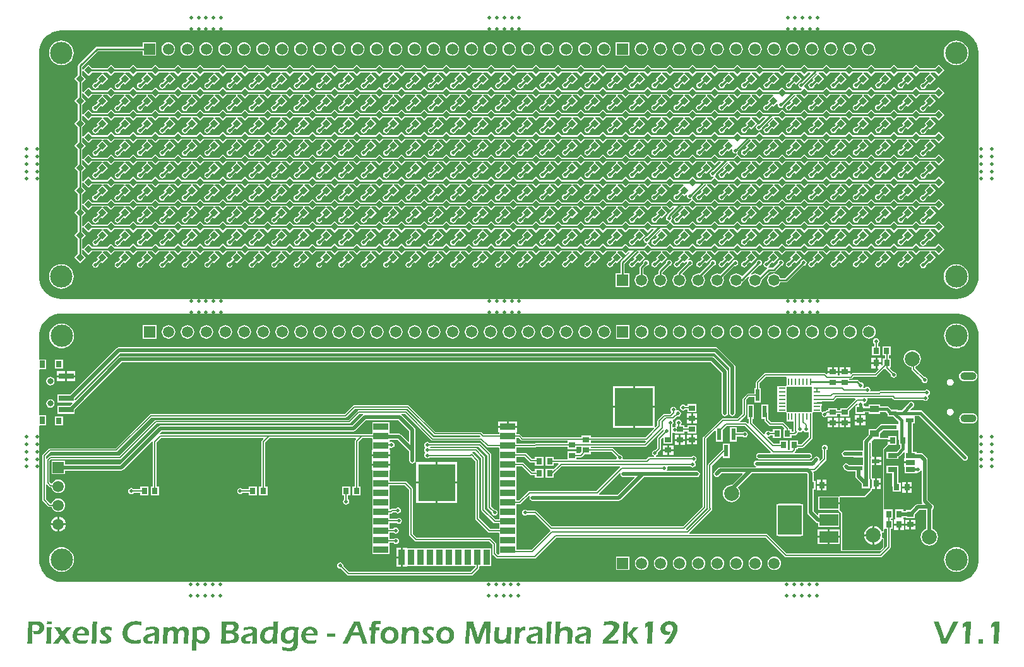
<source format=gtl>
G04*
G04 #@! TF.GenerationSoftware,Altium Limited,Altium Designer,19.0.14 (431)*
G04*
G04 Layer_Physical_Order=1*
G04 Layer_Color=255*
%FSLAX44Y44*%
%MOMM*%
G71*
G01*
G75*
%ADD10P,1.1314X4X270.0*%
%ADD11C,0.2540*%
G04:AMPARAMS|DCode=12|XSize=2mm|YSize=2mm|CornerRadius=1mm|HoleSize=0mm|Usage=FLASHONLY|Rotation=0.000|XOffset=0mm|YOffset=0mm|HoleType=Round|Shape=RoundedRectangle|*
%AMROUNDEDRECTD12*
21,1,2.0000,0.0000,0,0,0.0*
21,1,0.0000,2.0000,0,0,0.0*
1,1,2.0000,0.0000,0.0000*
1,1,2.0000,0.0000,0.0000*
1,1,2.0000,0.0000,0.0000*
1,1,2.0000,0.0000,0.0000*
%
%ADD12ROUNDEDRECTD12*%
%ADD13R,0.8000X0.9000*%
%ADD14R,0.9000X0.8000*%
%ADD15R,0.9652X0.2032*%
%ADD16R,0.2032X0.9652*%
%ADD17R,3.3528X3.3528*%
%ADD18R,5.1000X5.1000*%
%ADD19R,1.0500X0.6000*%
%ADD20R,2.5000X1.5000*%
%ADD21R,3.2500X4.0000*%
%ADD22R,0.6000X1.6000*%
%ADD23R,1.2190X0.9140*%
%ADD24R,1.3000X0.7000*%
%ADD25R,2.0000X0.9000*%
%ADD26R,0.9000X2.0000*%
%ADD27R,5.0000X5.0000*%
%ADD28R,2.0000X0.8001*%
%ADD29R,0.8001X1.0000*%
%ADD30R,0.8001X0.8999*%
%ADD31C,0.2500*%
%ADD32C,0.5000*%
%ADD33C,0.2000*%
%ADD34C,0.1520*%
%ADD35C,0.1270*%
%ADD36C,0.4500*%
%ADD37C,0.3000*%
%ADD38C,0.1000*%
%ADD39R,3.0000X4.0000*%
%ADD40C,0.5000*%
%ADD41R,1.5000X1.5000*%
%ADD42C,1.5000*%
%ADD43C,3.0000*%
G04:AMPARAMS|DCode=44|XSize=2.15mm|YSize=1.05mm|CornerRadius=0.525mm|HoleSize=0mm|Usage=FLASHONLY|Rotation=180.000|XOffset=0mm|YOffset=0mm|HoleType=Round|Shape=RoundedRectangle|*
%AMROUNDEDRECTD44*
21,1,2.1500,0.0000,0,0,180.0*
21,1,1.1000,1.0500,0,0,180.0*
1,1,1.0500,-0.5500,0.0000*
1,1,1.0500,0.5500,0.0000*
1,1,1.0500,0.5500,0.0000*
1,1,1.0500,-0.5500,0.0000*
%
%ADD44ROUNDEDRECTD44*%
%ADD45C,1.0000*%
%ADD46R,1.5000X1.5000*%
%ADD47C,0.8001*%
G36*
X1280000Y1932000D02*
X1280000Y1932000D01*
X2480000Y1932000D01*
X2481933Y1931951D01*
X2485755Y1931349D01*
X2489465Y1930253D01*
X2493000Y1928682D01*
X2496299Y1926664D01*
X2499308Y1924231D01*
X2501973Y1921427D01*
X2504249Y1918300D01*
X2506097Y1914901D01*
X2507486Y1911291D01*
X2508392Y1907530D01*
X2508799Y1903683D01*
X2508750Y1901750D01*
X2508750Y1901750D01*
X2508750Y1901750D01*
X2509000Y1883250D01*
Y1801000D01*
X2508750Y1599988D01*
X2508659Y1598063D01*
X2507976Y1594271D01*
X2506804Y1590601D01*
X2505163Y1587114D01*
X2503081Y1583872D01*
X2500593Y1580930D01*
X2497743Y1578337D01*
X2494579Y1576138D01*
X2491154Y1574372D01*
X2487529Y1573067D01*
X2483764Y1572247D01*
X2479924Y1571926D01*
X2478000Y1572017D01*
X2478000Y1572017D01*
X2478000Y1572017D01*
X1280000D01*
X1278070Y1571920D01*
X1274217Y1572231D01*
X1270437Y1573043D01*
X1266796Y1574341D01*
X1263355Y1576103D01*
X1260174Y1578299D01*
X1257307Y1580892D01*
X1254803Y1583837D01*
X1252704Y1587083D01*
X1251048Y1590576D01*
X1249861Y1594255D01*
X1249165Y1598057D01*
X1249068Y1599988D01*
X1249068Y1599988D01*
X1249000Y1903250D01*
X1249074Y1905208D01*
X1249731Y1909072D01*
X1250887Y1912816D01*
X1252522Y1916378D01*
X1254608Y1919695D01*
X1257109Y1922713D01*
X1259982Y1925378D01*
X1263179Y1927645D01*
X1266644Y1929475D01*
X1270319Y1930837D01*
X1274140Y1931709D01*
X1278042Y1932074D01*
X1280000Y1932000D01*
D02*
G37*
G36*
X1280274Y1552274D02*
X1280274Y1552274D01*
X2480274Y1552274D01*
X2482207Y1552225D01*
X2486028Y1551622D01*
X2489738Y1550527D01*
X2493273Y1548956D01*
X2496573Y1546937D01*
X2499581Y1544505D01*
X2502246Y1541701D01*
X2504522Y1538573D01*
X2506371Y1535175D01*
X2507760Y1531565D01*
X2508666Y1527804D01*
X2509073Y1523957D01*
X2509024Y1522024D01*
X2509024Y1522024D01*
X2509024Y1522024D01*
X2509274Y1503524D01*
Y1421274D01*
X2509024Y1220262D01*
X2508933Y1218337D01*
X2508250Y1214545D01*
X2507078Y1210874D01*
X2505437Y1207388D01*
X2503355Y1204146D01*
X2500867Y1201204D01*
X2498017Y1198611D01*
X2494853Y1196412D01*
X2491428Y1194646D01*
X2487803Y1193341D01*
X2484038Y1192521D01*
X2480198Y1192199D01*
X2478274Y1192290D01*
X2478274Y1192290D01*
X2478274Y1192290D01*
X1280274D01*
X1278343Y1192193D01*
X1274490Y1192505D01*
X1270711Y1193317D01*
X1267070Y1194615D01*
X1263629Y1196377D01*
X1260448Y1198573D01*
X1257581Y1201166D01*
X1255077Y1204111D01*
X1252978Y1207357D01*
X1251321Y1210850D01*
X1250135Y1214529D01*
X1249438Y1218331D01*
X1249341Y1220262D01*
X1249341Y1220262D01*
X1249301Y1401631D01*
X1250199Y1402529D01*
X1258549D01*
Y1415577D01*
X1249298D01*
X1249284Y1476632D01*
X1250182Y1477530D01*
X1258549D01*
Y1490578D01*
X1249281D01*
X1249274Y1523524D01*
X1249348Y1525482D01*
X1250005Y1529345D01*
X1251161Y1533090D01*
X1252796Y1536652D01*
X1254882Y1539969D01*
X1257383Y1542986D01*
X1260256Y1545651D01*
X1263453Y1547918D01*
X1266918Y1549749D01*
X1270593Y1551111D01*
X1274414Y1551982D01*
X1278316Y1552347D01*
X1280274Y1552274D01*
D02*
G37*
G36*
X1266154Y1139368D02*
Y1139322D01*
X1266108Y1139044D01*
X1266062Y1138674D01*
Y1138165D01*
X1265923Y1135342D01*
X1259722D01*
Y1135388D01*
Y1135435D01*
Y1135712D01*
X1259768Y1136083D01*
Y1136592D01*
Y1137147D01*
X1259814Y1137702D01*
Y1138212D01*
Y1138720D01*
Y1139415D01*
X1260971D01*
X1261480Y1139368D01*
X1265043D01*
X1266154Y1139415D01*
Y1139368D01*
D02*
G37*
G36*
X2536831Y1136083D02*
Y1136037D01*
Y1135898D01*
X2536785Y1135666D01*
Y1135342D01*
X2536739Y1134972D01*
Y1134463D01*
X2536692Y1133861D01*
X2536646Y1133214D01*
X2535767Y1116137D01*
X2535721Y1113591D01*
Y1113545D01*
Y1113453D01*
Y1113314D01*
Y1113082D01*
X2535674Y1112573D01*
Y1111972D01*
X2535721Y1109750D01*
X2528964D01*
Y1109797D01*
Y1109889D01*
X2529010Y1110074D01*
Y1110352D01*
X2529056Y1110630D01*
Y1111000D01*
X2529103Y1111462D01*
X2529149Y1111925D01*
Y1112434D01*
X2529195Y1113036D01*
X2529288Y1114286D01*
X2529334Y1115720D01*
X2529427Y1117247D01*
X2529843Y1125809D01*
Y1125855D01*
Y1125994D01*
X2529889Y1126226D01*
Y1126549D01*
Y1126920D01*
X2529936Y1127383D01*
Y1127845D01*
X2529982Y1128401D01*
X2530028Y1129604D01*
X2530074Y1130853D01*
X2530121Y1132149D01*
X2530167Y1133352D01*
X2530121Y1133306D01*
X2530028Y1133260D01*
X2529843Y1133167D01*
X2529612Y1133028D01*
X2529149Y1132704D01*
X2528686Y1132427D01*
X2528640D01*
X2528594Y1132334D01*
X2528409Y1132242D01*
X2528177Y1132103D01*
X2527853Y1131871D01*
X2527437Y1131594D01*
X2526881Y1131224D01*
X2526187Y1130761D01*
Y1130807D01*
Y1130992D01*
X2526233Y1131270D01*
Y1131640D01*
X2526280Y1132103D01*
Y1132612D01*
X2526326Y1133167D01*
Y1133769D01*
Y1133861D01*
Y1134047D01*
X2526372Y1134371D01*
Y1134741D01*
X2526418Y1135620D01*
Y1136037D01*
Y1136407D01*
X2526465D01*
X2526557Y1136499D01*
X2526696Y1136592D01*
X2526928Y1136684D01*
X2527205Y1136870D01*
X2527576Y1137055D01*
X2527946Y1137286D01*
X2528362Y1137517D01*
X2528409Y1137564D01*
X2528547Y1137610D01*
X2528779Y1137749D01*
X2529010Y1137888D01*
X2529519Y1138165D01*
X2529751Y1138304D01*
X2529889Y1138397D01*
X2529936Y1138443D01*
X2530121Y1138582D01*
X2530399Y1138767D01*
X2530722Y1139045D01*
X2531555D01*
X2532018Y1138998D01*
X2535906D01*
X2537109Y1139045D01*
X2536831Y1136083D01*
D02*
G37*
G36*
X2498651D02*
Y1136037D01*
Y1135898D01*
X2498605Y1135666D01*
Y1135342D01*
X2498559Y1134972D01*
Y1134463D01*
X2498512Y1133861D01*
X2498466Y1133214D01*
X2497587Y1116137D01*
X2497540Y1113591D01*
Y1113545D01*
Y1113453D01*
Y1113314D01*
Y1113082D01*
X2497494Y1112573D01*
Y1111972D01*
X2497540Y1109750D01*
X2490784D01*
Y1109797D01*
Y1109889D01*
X2490830Y1110074D01*
Y1110352D01*
X2490876Y1110630D01*
Y1111000D01*
X2490923Y1111462D01*
X2490969Y1111925D01*
Y1112434D01*
X2491015Y1113036D01*
X2491108Y1114286D01*
X2491154Y1115720D01*
X2491247Y1117247D01*
X2491663Y1125809D01*
Y1125855D01*
Y1125994D01*
X2491709Y1126226D01*
Y1126549D01*
Y1126920D01*
X2491756Y1127383D01*
Y1127845D01*
X2491802Y1128401D01*
X2491848Y1129604D01*
X2491895Y1130853D01*
X2491941Y1132149D01*
X2491987Y1133352D01*
X2491941Y1133306D01*
X2491848Y1133260D01*
X2491663Y1133167D01*
X2491432Y1133028D01*
X2490969Y1132704D01*
X2490506Y1132427D01*
X2490460D01*
X2490414Y1132334D01*
X2490228Y1132242D01*
X2489997Y1132103D01*
X2489673Y1131871D01*
X2489257Y1131594D01*
X2488701Y1131224D01*
X2488007Y1130761D01*
Y1130807D01*
Y1130992D01*
X2488053Y1131270D01*
Y1131640D01*
X2488100Y1132103D01*
Y1132612D01*
X2488146Y1133167D01*
Y1133769D01*
Y1133861D01*
Y1134047D01*
X2488192Y1134371D01*
Y1134741D01*
X2488239Y1135620D01*
Y1136037D01*
Y1136407D01*
X2488285D01*
X2488377Y1136499D01*
X2488516Y1136592D01*
X2488748Y1136684D01*
X2489025Y1136870D01*
X2489395Y1137055D01*
X2489766Y1137286D01*
X2490182Y1137517D01*
X2490228Y1137564D01*
X2490367Y1137610D01*
X2490599Y1137749D01*
X2490830Y1137888D01*
X2491339Y1138165D01*
X2491571Y1138304D01*
X2491709Y1138397D01*
X2491756Y1138443D01*
X2491941Y1138582D01*
X2492218Y1138767D01*
X2492542Y1139045D01*
X2493376D01*
X2493838Y1138998D01*
X2497726D01*
X2498929Y1139045D01*
X2498651Y1136083D01*
D02*
G37*
G36*
X2479908Y1135574D02*
X2468154Y1112388D01*
X2466904Y1109750D01*
X2459268D01*
X2458435Y1112434D01*
Y1112481D01*
X2458389Y1112573D01*
X2458296Y1112805D01*
X2458204Y1113175D01*
X2458111Y1113406D01*
X2458018Y1113684D01*
X2457880Y1114008D01*
X2457741Y1114424D01*
X2457602Y1114841D01*
X2457417Y1115350D01*
X2457232Y1115905D01*
X2457000Y1116553D01*
X2452835Y1128354D01*
X2449040Y1139045D01*
X2450336D01*
X2450892Y1138998D01*
X2454409D01*
X2455057Y1139045D01*
X2455843D01*
X2456491Y1136638D01*
Y1136592D01*
X2456537Y1136499D01*
X2456584Y1136360D01*
X2456676Y1136129D01*
X2456769Y1135851D01*
X2456862Y1135481D01*
X2457000Y1135111D01*
X2457139Y1134648D01*
X2462322Y1118913D01*
X2462369Y1118867D01*
X2462415Y1118636D01*
X2462507Y1118312D01*
X2462693Y1117849D01*
X2462831Y1117247D01*
X2463063Y1116553D01*
X2463294Y1115767D01*
X2463572Y1114887D01*
X2464729Y1117525D01*
Y1117571D01*
X2464821Y1117710D01*
X2464914Y1117988D01*
X2465099Y1118358D01*
X2465331Y1118867D01*
X2465654Y1119515D01*
X2466025Y1120348D01*
X2466487Y1121320D01*
X2473244Y1135435D01*
Y1135481D01*
X2473291Y1135527D01*
X2473429Y1135805D01*
X2473614Y1136222D01*
X2473846Y1136731D01*
Y1136777D01*
X2473892Y1136870D01*
X2473985Y1137055D01*
X2474077Y1137286D01*
X2474216Y1137610D01*
X2474355Y1138027D01*
X2474540Y1138489D01*
X2474771Y1139045D01*
X2476113D01*
X2476669Y1138998D01*
X2480093D01*
X2480834Y1139045D01*
X2481759D01*
X2479908Y1135574D01*
D02*
G37*
G36*
X2072377Y1136083D02*
Y1136037D01*
Y1135898D01*
X2072331Y1135666D01*
Y1135342D01*
X2072285Y1134972D01*
Y1134463D01*
X2072238Y1133861D01*
X2072192Y1133214D01*
X2071313Y1116137D01*
X2071266Y1113591D01*
Y1113545D01*
Y1113453D01*
Y1113314D01*
Y1113082D01*
X2071220Y1112573D01*
Y1111972D01*
X2071266Y1109750D01*
X2064510D01*
Y1109796D01*
Y1109889D01*
X2064556Y1110074D01*
Y1110352D01*
X2064602Y1110630D01*
Y1111000D01*
X2064649Y1111462D01*
X2064695Y1111925D01*
Y1112434D01*
X2064741Y1113036D01*
X2064834Y1114286D01*
X2064880Y1115720D01*
X2064973Y1117247D01*
X2065389Y1125809D01*
Y1125855D01*
Y1125994D01*
X2065435Y1126225D01*
Y1126549D01*
Y1126920D01*
X2065482Y1127382D01*
Y1127845D01*
X2065528Y1128400D01*
X2065574Y1129604D01*
X2065621Y1130853D01*
X2065667Y1132149D01*
X2065713Y1133352D01*
X2065667Y1133306D01*
X2065574Y1133260D01*
X2065389Y1133167D01*
X2065158Y1133028D01*
X2064695Y1132704D01*
X2064232Y1132427D01*
X2064186D01*
X2064140Y1132334D01*
X2063954Y1132242D01*
X2063723Y1132103D01*
X2063399Y1131871D01*
X2062983Y1131594D01*
X2062427Y1131224D01*
X2061733Y1130761D01*
Y1130807D01*
Y1130992D01*
X2061779Y1131270D01*
Y1131640D01*
X2061826Y1132103D01*
Y1132612D01*
X2061872Y1133167D01*
Y1133769D01*
Y1133861D01*
Y1134046D01*
X2061918Y1134370D01*
Y1134741D01*
X2061965Y1135620D01*
Y1136037D01*
Y1136407D01*
X2062011D01*
X2062103Y1136499D01*
X2062242Y1136592D01*
X2062473Y1136684D01*
X2062751Y1136870D01*
X2063121Y1137055D01*
X2063492Y1137286D01*
X2063908Y1137517D01*
X2063954Y1137564D01*
X2064093Y1137610D01*
X2064325Y1137749D01*
X2064556Y1137888D01*
X2065065Y1138165D01*
X2065297Y1138304D01*
X2065435Y1138397D01*
X2065482Y1138443D01*
X2065667Y1138582D01*
X2065945Y1138767D01*
X2066268Y1139045D01*
X2067101D01*
X2067564Y1138998D01*
X2071452D01*
X2072655Y1139045D01*
X2072377Y1136083D01*
D02*
G37*
G36*
X2038501Y1132057D02*
X2037992Y1120950D01*
X2037761Y1112619D01*
Y1109750D01*
X2031652Y1109750D01*
X2032068Y1115304D01*
X2032531Y1125994D01*
X2032763Y1135157D01*
Y1135203D01*
Y1135250D01*
Y1135389D01*
Y1135574D01*
Y1136037D01*
X2032809Y1136592D01*
Y1137194D01*
Y1137841D01*
Y1138489D01*
Y1139045D01*
X2034058D01*
X2035123Y1138998D01*
X2037714D01*
X2038316Y1139045D01*
X2038964D01*
X2038501Y1132057D01*
D02*
G37*
G36*
X1947795Y1133908D02*
Y1133815D01*
Y1133723D01*
X1947748Y1133537D01*
Y1133352D01*
Y1133075D01*
X1947702Y1132797D01*
Y1132427D01*
X1947656Y1132057D01*
Y1131594D01*
X1947610Y1131085D01*
X1947563Y1130529D01*
Y1129928D01*
X1947517Y1129280D01*
X1947471Y1128586D01*
X1947424Y1127799D01*
X1947471Y1127845D01*
X1947563Y1127984D01*
X1947656Y1128169D01*
X1947841Y1128400D01*
X1948211Y1128910D01*
X1948396Y1129141D01*
X1948581Y1129372D01*
Y1129419D01*
X1948674Y1129465D01*
X1948905Y1129696D01*
X1949229Y1129974D01*
X1949600Y1130298D01*
X1949646D01*
X1949692Y1130390D01*
X1949970Y1130576D01*
X1950340Y1130807D01*
X1950803Y1131038D01*
X1950849D01*
X1950895Y1131085D01*
X1951034Y1131177D01*
X1951219Y1131224D01*
X1951636Y1131409D01*
X1952191Y1131594D01*
X1952237D01*
X1952330Y1131640D01*
X1952515Y1131686D01*
X1952746Y1131733D01*
X1953302Y1131871D01*
X1953996Y1131964D01*
X1954042D01*
X1954181Y1132010D01*
X1954366D01*
X1954598Y1132057D01*
X1954922D01*
X1955246Y1132103D01*
X1956634D01*
X1957097Y1132057D01*
X1957606Y1132010D01*
X1958207Y1131918D01*
X1959411Y1131686D01*
X1959503D01*
X1959688Y1131594D01*
X1960012Y1131501D01*
X1960383Y1131362D01*
X1960845Y1131177D01*
X1961308Y1130946D01*
X1961771Y1130622D01*
X1962234Y1130298D01*
X1962280Y1130252D01*
X1962419Y1130113D01*
X1962650Y1129928D01*
X1962882Y1129650D01*
X1963159Y1129326D01*
X1963437Y1128956D01*
X1963715Y1128493D01*
X1963900Y1128030D01*
Y1127984D01*
X1963992Y1127799D01*
X1964039Y1127568D01*
X1964131Y1127197D01*
X1964224Y1126827D01*
X1964270Y1126364D01*
X1964362Y1125346D01*
Y1125300D01*
Y1125161D01*
Y1124930D01*
Y1124652D01*
X1964316Y1124235D01*
Y1123726D01*
X1964270Y1123171D01*
X1964224Y1122477D01*
X1963715Y1113082D01*
Y1113036D01*
Y1112851D01*
Y1112527D01*
Y1112110D01*
X1963668Y1111648D01*
Y1111092D01*
Y1110444D01*
Y1109750D01*
X1957328D01*
Y1109796D01*
Y1109889D01*
X1957374Y1110028D01*
Y1110213D01*
X1957421Y1110444D01*
Y1110768D01*
X1957467Y1111139D01*
X1957513Y1111555D01*
X1957560Y1112018D01*
X1957606Y1112527D01*
X1957652Y1113082D01*
X1957698Y1113684D01*
X1957745Y1114332D01*
X1957791Y1115072D01*
X1957883Y1116599D01*
Y1116646D01*
Y1116785D01*
X1957930Y1117016D01*
Y1117340D01*
Y1117664D01*
X1957976Y1118080D01*
X1958022Y1119052D01*
X1958069Y1120070D01*
X1958115Y1121088D01*
X1958161Y1122060D01*
Y1122477D01*
Y1122847D01*
Y1122940D01*
Y1123125D01*
X1958115Y1123449D01*
Y1123819D01*
X1957930Y1124652D01*
X1957791Y1125115D01*
X1957606Y1125485D01*
X1957560Y1125531D01*
X1957513Y1125624D01*
X1957374Y1125809D01*
X1957189Y1126040D01*
X1956958Y1126272D01*
X1956680Y1126503D01*
X1956356Y1126734D01*
X1955986Y1126920D01*
X1955940D01*
X1955801Y1127012D01*
X1955569Y1127058D01*
X1955292Y1127151D01*
X1954968Y1127243D01*
X1954551Y1127290D01*
X1953672Y1127382D01*
X1953394D01*
X1953071Y1127336D01*
X1952700Y1127290D01*
X1952237Y1127243D01*
X1951728Y1127151D01*
X1951219Y1126966D01*
X1950757Y1126781D01*
X1950710Y1126734D01*
X1950571Y1126688D01*
X1950340Y1126549D01*
X1950062Y1126364D01*
X1949738Y1126133D01*
X1949414Y1125855D01*
X1949091Y1125485D01*
X1948766Y1125115D01*
X1948720Y1125068D01*
X1948674Y1124930D01*
X1948535Y1124744D01*
X1948350Y1124420D01*
X1948211Y1124050D01*
X1948026Y1123634D01*
X1947841Y1123078D01*
X1947656Y1122477D01*
Y1122384D01*
X1947563Y1122153D01*
X1947471Y1121690D01*
X1947378Y1121088D01*
X1947286Y1120348D01*
X1947147Y1119376D01*
X1947054Y1118219D01*
X1946962Y1116923D01*
Y1116831D01*
Y1116738D01*
Y1116553D01*
X1946915Y1116322D01*
Y1116044D01*
Y1115720D01*
X1946869Y1115350D01*
Y1114887D01*
X1946823Y1114378D01*
Y1113776D01*
Y1113129D01*
X1946776Y1112388D01*
Y1111601D01*
X1946730Y1110722D01*
Y1109750D01*
X1940621D01*
X1941131Y1116692D01*
X1941640Y1126688D01*
X1941917Y1139045D01*
X1943028D01*
X1943537Y1138998D01*
X1947054D01*
X1948211Y1139045D01*
X1947795Y1133908D01*
D02*
G37*
G36*
X1936086Y1131177D02*
X1935346Y1113730D01*
X1935253Y1109750D01*
X1929005D01*
Y1109796D01*
Y1109935D01*
X1929052Y1110167D01*
Y1110444D01*
X1929098Y1110861D01*
X1929144Y1111370D01*
X1929191Y1112018D01*
X1929237Y1112712D01*
X1929283Y1113545D01*
X1929329Y1114517D01*
X1929422Y1115581D01*
X1929468Y1116738D01*
X1929561Y1118080D01*
X1929607Y1119515D01*
X1929700Y1121042D01*
X1929792Y1122755D01*
Y1122801D01*
Y1122847D01*
Y1122986D01*
Y1123171D01*
X1929839Y1123402D01*
Y1123680D01*
X1929885Y1124328D01*
Y1125161D01*
X1929931Y1126087D01*
X1929977Y1127151D01*
X1930024Y1128354D01*
X1930070Y1129557D01*
X1930116Y1130900D01*
X1930209Y1133630D01*
X1930301Y1136360D01*
X1930348Y1137749D01*
Y1139045D01*
X1931597D01*
X1932615Y1138998D01*
X1935392D01*
X1935994Y1139045D01*
X1936642D01*
X1936086Y1131177D01*
D02*
G37*
G36*
X1854635Y1138952D02*
Y1138767D01*
X1854589Y1138443D01*
Y1137980D01*
X1854543Y1137378D01*
Y1136684D01*
X1854497Y1135898D01*
X1854450Y1135018D01*
X1854404Y1134046D01*
Y1132982D01*
X1854358Y1131825D01*
X1854312Y1130668D01*
X1854265Y1129419D01*
X1854219Y1128076D01*
X1854173Y1125346D01*
Y1125254D01*
Y1125022D01*
Y1124652D01*
Y1124143D01*
X1854126Y1123495D01*
Y1122801D01*
Y1122014D01*
Y1121181D01*
X1854080Y1119330D01*
Y1117479D01*
X1854034Y1116599D01*
Y1115720D01*
Y1114933D01*
Y1114193D01*
Y1114100D01*
Y1113869D01*
Y1113499D01*
Y1112943D01*
Y1112295D01*
Y1111555D01*
X1854080Y1110722D01*
Y1109750D01*
X1848203D01*
Y1109796D01*
Y1109843D01*
Y1110120D01*
X1848249Y1110491D01*
Y1111000D01*
X1848295Y1111555D01*
Y1112157D01*
X1848342Y1112758D01*
Y1113314D01*
X1848712Y1126087D01*
Y1126133D01*
Y1126225D01*
Y1126364D01*
Y1126549D01*
Y1126781D01*
X1848758Y1127105D01*
Y1127799D01*
Y1128586D01*
X1848804Y1129465D01*
Y1130437D01*
Y1131409D01*
X1848758Y1133167D01*
X1840844Y1112295D01*
X1839919Y1109750D01*
X1833995D01*
X1830339Y1122940D01*
Y1122986D01*
X1830293Y1123078D01*
X1830246Y1123263D01*
X1830154Y1123587D01*
X1830015Y1123958D01*
X1829876Y1124467D01*
X1829645Y1125115D01*
X1829413Y1125901D01*
X1828118Y1130298D01*
Y1130344D01*
X1828071Y1130390D01*
X1828025Y1130668D01*
X1827886Y1130946D01*
X1827794Y1131270D01*
Y1131362D01*
X1827747Y1131455D01*
X1827701Y1131640D01*
X1827655Y1131918D01*
X1827609Y1132195D01*
X1827516Y1132612D01*
X1827424Y1133075D01*
X1827100Y1130344D01*
Y1130298D01*
Y1130067D01*
X1827053Y1129743D01*
X1827007Y1129280D01*
X1826961Y1128678D01*
X1826915Y1127938D01*
X1826868Y1127012D01*
X1826776Y1125948D01*
X1825943Y1112666D01*
Y1112619D01*
Y1112481D01*
Y1112249D01*
Y1111925D01*
X1825896Y1111509D01*
Y1111000D01*
Y1110444D01*
Y1109750D01*
X1820343D01*
X1820898Y1114563D01*
X1822287Y1131640D01*
X1822796Y1139045D01*
X1824508D01*
X1825202Y1138998D01*
X1829506D01*
X1830385Y1139045D01*
X1831404D01*
Y1138952D01*
X1831450Y1138767D01*
X1831496Y1138443D01*
X1831589Y1138073D01*
X1831774Y1137240D01*
X1831820Y1136870D01*
X1831913Y1136545D01*
Y1136499D01*
X1831959Y1136407D01*
X1832005Y1136222D01*
X1832051Y1135990D01*
X1832144Y1135666D01*
X1832283Y1135250D01*
X1832422Y1134741D01*
X1832560Y1134185D01*
X1832607Y1134093D01*
X1832653Y1133908D01*
X1832746Y1133584D01*
X1832931Y1133121D01*
X1833116Y1132566D01*
X1833301Y1131871D01*
X1833579Y1131131D01*
X1833856Y1130298D01*
Y1130252D01*
X1833903Y1130159D01*
X1833949Y1129974D01*
X1834041Y1129696D01*
X1834134Y1129372D01*
X1834273Y1129002D01*
X1834365Y1128586D01*
X1834550Y1128123D01*
X1834828Y1127105D01*
X1835198Y1125948D01*
X1835522Y1124698D01*
X1835892Y1123449D01*
X1837512Y1117293D01*
X1840382Y1125161D01*
X1844593Y1135435D01*
Y1135481D01*
X1844639Y1135527D01*
X1844732Y1135759D01*
X1844871Y1136129D01*
X1845009Y1136592D01*
Y1136638D01*
X1845056Y1136731D01*
X1845102Y1136916D01*
X1845195Y1137147D01*
X1845287Y1137517D01*
X1845426Y1137934D01*
X1845611Y1138443D01*
X1845796Y1139045D01*
X1847323D01*
X1848018Y1138998D01*
X1852738D01*
X1853617Y1139045D01*
X1854635D01*
Y1138952D01*
D02*
G37*
G36*
X1682247Y1130252D02*
X1688957Y1112110D01*
X1689883Y1109750D01*
X1682895D01*
Y1109843D01*
X1682802Y1110120D01*
X1682663Y1110537D01*
X1682525Y1111092D01*
X1682293Y1111833D01*
X1682016Y1112712D01*
X1681645Y1113730D01*
X1681275Y1114887D01*
Y1114933D01*
X1681229Y1115026D01*
X1681183Y1115211D01*
X1681090Y1115442D01*
X1680997Y1115720D01*
X1680905Y1116044D01*
X1680627Y1116785D01*
X1680349Y1117617D01*
X1680025Y1118497D01*
X1679702Y1119376D01*
X1679424Y1120163D01*
X1668086D01*
X1668039Y1120117D01*
X1667993Y1119931D01*
X1667854Y1119654D01*
X1667669Y1119284D01*
X1667438Y1118821D01*
X1667160Y1118265D01*
X1666882Y1117617D01*
X1666558Y1116923D01*
X1666188Y1116183D01*
X1665772Y1115350D01*
X1665401Y1114517D01*
X1664985Y1113591D01*
X1664106Y1111694D01*
X1663180Y1109750D01*
X1656007D01*
X1656053Y1109796D01*
X1656099Y1109935D01*
X1656238Y1110167D01*
X1656423Y1110444D01*
X1656608Y1110861D01*
X1656886Y1111324D01*
X1657164Y1111833D01*
X1657488Y1112434D01*
X1657858Y1113128D01*
X1658275Y1113869D01*
X1658691Y1114656D01*
X1659154Y1115535D01*
X1659617Y1116460D01*
X1660172Y1117432D01*
X1660681Y1118450D01*
X1661236Y1119515D01*
X1666882Y1130344D01*
X1666929Y1130390D01*
X1667021Y1130575D01*
X1667160Y1130853D01*
X1667345Y1131177D01*
X1667530Y1131640D01*
X1667808Y1132103D01*
X1668086Y1132704D01*
X1668410Y1133306D01*
X1669104Y1134648D01*
X1669844Y1136129D01*
X1670538Y1137610D01*
X1671233Y1139045D01*
X1672760D01*
X1673408Y1138998D01*
X1677758D01*
X1679193Y1139045D01*
X1682247Y1130252D01*
D02*
G37*
G36*
X1569743Y1138998D02*
Y1138813D01*
X1569697Y1138489D01*
X1569651Y1138026D01*
X1569604Y1137471D01*
X1569558Y1136823D01*
X1569512Y1136036D01*
X1569419Y1135157D01*
X1569373Y1134139D01*
X1569280Y1133028D01*
X1569234Y1131779D01*
X1569142Y1130483D01*
X1569049Y1129048D01*
X1568956Y1127521D01*
X1568910Y1125901D01*
X1568818Y1124189D01*
Y1124143D01*
Y1124097D01*
Y1123958D01*
Y1123773D01*
X1568771Y1123310D01*
Y1122662D01*
X1568725Y1121875D01*
Y1120949D01*
X1568679Y1119931D01*
X1568633Y1118867D01*
X1568586Y1117710D01*
Y1116553D01*
X1568494Y1114146D01*
Y1112943D01*
X1568447Y1111833D01*
Y1110722D01*
Y1109750D01*
X1562709D01*
X1562894Y1113452D01*
X1562848Y1113406D01*
X1562755Y1113267D01*
X1562570Y1113036D01*
X1562339Y1112758D01*
X1561783Y1112157D01*
X1561505Y1111833D01*
X1561228Y1111555D01*
X1561182Y1111509D01*
X1561135Y1111462D01*
X1560950Y1111323D01*
X1560765Y1111185D01*
X1560534Y1111000D01*
X1560256Y1110768D01*
X1559562Y1110352D01*
X1559516D01*
X1559377Y1110259D01*
X1559192Y1110167D01*
X1558914Y1110028D01*
X1558636Y1109889D01*
X1558266Y1109750D01*
X1557433Y1109519D01*
X1557387D01*
X1557248Y1109472D01*
X1557016Y1109426D01*
X1556693Y1109380D01*
X1556322Y1109333D01*
X1555952Y1109287D01*
X1555027Y1109241D01*
X1554656D01*
X1554286Y1109287D01*
X1553777Y1109333D01*
X1553175Y1109426D01*
X1552527Y1109565D01*
X1551833Y1109750D01*
X1551139Y1109981D01*
X1551046Y1110028D01*
X1550861Y1110120D01*
X1550491Y1110305D01*
X1550075Y1110537D01*
X1549612Y1110815D01*
X1549103Y1111185D01*
X1548594Y1111601D01*
X1548085Y1112064D01*
X1548038Y1112110D01*
X1547900Y1112295D01*
X1547668Y1112619D01*
X1547390Y1112990D01*
X1547067Y1113452D01*
X1546789Y1114008D01*
X1546465Y1114656D01*
X1546234Y1115303D01*
X1546187Y1115396D01*
X1546141Y1115628D01*
X1546048Y1115998D01*
X1545956Y1116507D01*
X1545817Y1117108D01*
X1545724Y1117756D01*
X1545678Y1118497D01*
X1545632Y1119237D01*
Y1119284D01*
Y1119376D01*
Y1119515D01*
Y1119700D01*
X1545678Y1119978D01*
Y1120255D01*
X1545771Y1120996D01*
X1545910Y1121829D01*
X1546095Y1122754D01*
X1546326Y1123726D01*
X1546696Y1124698D01*
Y1124744D01*
X1546743Y1124837D01*
X1546789Y1124976D01*
X1546881Y1125161D01*
X1547113Y1125624D01*
X1547483Y1126272D01*
X1547900Y1126919D01*
X1548362Y1127660D01*
X1548964Y1128400D01*
X1549612Y1129048D01*
X1549704Y1129141D01*
X1549936Y1129326D01*
X1550352Y1129604D01*
X1550861Y1129974D01*
X1551509Y1130344D01*
X1552204Y1130761D01*
X1552990Y1131131D01*
X1553869Y1131408D01*
X1553916D01*
X1553962Y1131455D01*
X1554101D01*
X1554286Y1131501D01*
X1554749Y1131640D01*
X1555397Y1131779D01*
X1556137Y1131871D01*
X1557016Y1132010D01*
X1557942Y1132056D01*
X1558914Y1132103D01*
X1559654D01*
X1560210Y1132056D01*
X1560858Y1132010D01*
X1561644Y1131964D01*
X1562477Y1131871D01*
X1563357Y1131732D01*
Y1131779D01*
Y1131871D01*
Y1132010D01*
X1563403Y1132195D01*
Y1132473D01*
Y1132751D01*
X1563449Y1133491D01*
Y1134370D01*
X1563495Y1135388D01*
Y1136453D01*
Y1137564D01*
Y1139044D01*
X1564653D01*
X1565162Y1138998D01*
X1568494D01*
X1569095Y1139044D01*
X1569743D01*
Y1138998D01*
D02*
G37*
G36*
X1509349Y1139044D02*
X1509951Y1138998D01*
X1510506Y1138952D01*
X1511015Y1138906D01*
X1511062D01*
X1511201Y1138859D01*
X1511432Y1138813D01*
X1511756Y1138767D01*
X1512404Y1138582D01*
X1513144Y1138304D01*
X1513190D01*
X1513329Y1138212D01*
X1513468Y1138119D01*
X1513699Y1138026D01*
X1514255Y1137702D01*
X1514764Y1137286D01*
X1514810Y1137240D01*
X1514857Y1137193D01*
X1515134Y1136916D01*
X1515504Y1136453D01*
X1515875Y1135898D01*
Y1135851D01*
X1515967Y1135759D01*
X1516013Y1135620D01*
X1516152Y1135388D01*
X1516384Y1134833D01*
X1516569Y1134185D01*
Y1134139D01*
X1516615Y1134046D01*
X1516661Y1133861D01*
X1516708Y1133584D01*
X1516754Y1132982D01*
X1516800Y1132288D01*
Y1132242D01*
Y1132103D01*
Y1131871D01*
X1516754Y1131547D01*
X1516708Y1131177D01*
X1516661Y1130807D01*
X1516476Y1129974D01*
Y1129928D01*
X1516430Y1129789D01*
X1516384Y1129604D01*
X1516291Y1129326D01*
X1516013Y1128724D01*
X1515643Y1128030D01*
X1515597Y1127984D01*
X1515551Y1127891D01*
X1515412Y1127753D01*
X1515273Y1127521D01*
X1514857Y1127058D01*
X1514347Y1126549D01*
X1514301Y1126503D01*
X1514209Y1126457D01*
X1514070Y1126318D01*
X1513931Y1126225D01*
X1513468Y1125901D01*
X1512959Y1125577D01*
X1512913D01*
X1512820Y1125531D01*
X1512681Y1125439D01*
X1512496Y1125392D01*
X1512265Y1125254D01*
X1511941Y1125161D01*
X1511617Y1125022D01*
X1511201Y1124883D01*
X1511247D01*
X1511386Y1124837D01*
X1511571Y1124791D01*
X1511802Y1124744D01*
X1512311Y1124605D01*
X1512820Y1124467D01*
X1512867D01*
X1512913Y1124420D01*
X1513190Y1124328D01*
X1513607Y1124143D01*
X1514116Y1123865D01*
X1514162D01*
X1514255Y1123773D01*
X1514347Y1123680D01*
X1514533Y1123587D01*
X1514949Y1123217D01*
X1515412Y1122754D01*
X1515458Y1122708D01*
X1515504Y1122662D01*
X1515643Y1122523D01*
X1515782Y1122338D01*
X1516060Y1121875D01*
X1516384Y1121366D01*
Y1121320D01*
X1516430Y1121227D01*
X1516523Y1121088D01*
X1516615Y1120903D01*
X1516754Y1120394D01*
X1516939Y1119746D01*
Y1119700D01*
X1516985Y1119607D01*
X1517032Y1119422D01*
X1517078Y1119191D01*
X1517124Y1118589D01*
X1517170Y1117895D01*
Y1117803D01*
Y1117525D01*
X1517124Y1117155D01*
X1517078Y1116646D01*
X1516939Y1116044D01*
X1516800Y1115396D01*
X1516569Y1114748D01*
X1516245Y1114100D01*
X1516199Y1114008D01*
X1516106Y1113823D01*
X1515875Y1113499D01*
X1515597Y1113128D01*
X1515273Y1112666D01*
X1514857Y1112249D01*
X1514347Y1111786D01*
X1513792Y1111370D01*
X1513699Y1111323D01*
X1513514Y1111231D01*
X1513190Y1111046D01*
X1512774Y1110861D01*
X1512265Y1110629D01*
X1511663Y1110398D01*
X1510969Y1110213D01*
X1510275Y1110074D01*
X1510182D01*
X1510043Y1110028D01*
X1509858D01*
X1509627Y1109981D01*
X1509349D01*
X1508979Y1109935D01*
X1508516D01*
X1508007Y1109889D01*
X1507452Y1109843D01*
X1506758D01*
X1506017Y1109796D01*
X1505138D01*
X1504212Y1109750D01*
X1493013D01*
Y1109796D01*
Y1109935D01*
X1493059Y1110167D01*
Y1110490D01*
X1493105Y1110907D01*
X1493152Y1111323D01*
X1493198Y1111833D01*
Y1112388D01*
X1493291Y1113545D01*
X1493383Y1114794D01*
X1493476Y1115998D01*
X1493522Y1117155D01*
Y1117201D01*
Y1117293D01*
Y1117479D01*
X1493568Y1117710D01*
Y1118034D01*
X1493615Y1118450D01*
Y1118913D01*
X1493661Y1119469D01*
Y1120117D01*
X1493707Y1120857D01*
X1493753Y1121644D01*
X1493800Y1122569D01*
Y1123541D01*
X1493846Y1124605D01*
X1493892Y1125809D01*
X1493938Y1127058D01*
Y1127151D01*
Y1127382D01*
Y1127706D01*
X1493985Y1128215D01*
Y1128771D01*
X1494031Y1129418D01*
Y1130113D01*
X1494077Y1130900D01*
Y1132473D01*
X1494124Y1134046D01*
X1494170Y1134833D01*
Y1135527D01*
Y1136129D01*
Y1136684D01*
Y1136731D01*
Y1136823D01*
Y1137008D01*
Y1137286D01*
Y1137610D01*
Y1138026D01*
Y1138489D01*
Y1139044D01*
X1495743D01*
X1496438Y1138998D01*
X1501250D01*
X1502130Y1139044D01*
X1503981D01*
X1504583Y1139091D01*
X1508748D01*
X1509349Y1139044D01*
D02*
G37*
G36*
X1326594Y1131177D02*
X1325854Y1113730D01*
X1325761Y1109750D01*
X1319514D01*
Y1109796D01*
Y1109935D01*
X1319560Y1110166D01*
Y1110444D01*
X1319606Y1110861D01*
X1319653Y1111370D01*
X1319699Y1112018D01*
X1319745Y1112712D01*
X1319791Y1113545D01*
X1319838Y1114517D01*
X1319930Y1115581D01*
X1319977Y1116738D01*
X1320069Y1118080D01*
X1320115Y1119515D01*
X1320208Y1121042D01*
X1320300Y1122754D01*
Y1122801D01*
Y1122847D01*
Y1122986D01*
Y1123171D01*
X1320347Y1123402D01*
Y1123680D01*
X1320393Y1124328D01*
Y1125161D01*
X1320439Y1126086D01*
X1320486Y1127151D01*
X1320532Y1128354D01*
X1320578Y1129557D01*
X1320624Y1130899D01*
X1320717Y1133630D01*
X1320809Y1136360D01*
X1320856Y1137749D01*
Y1139044D01*
X1322105D01*
X1323123Y1138998D01*
X1325900D01*
X1326502Y1139044D01*
X1327150D01*
X1326594Y1131177D01*
D02*
G37*
G36*
X1248244Y1139044D02*
X1248939Y1138998D01*
X1249679Y1138906D01*
X1250327Y1138813D01*
X1250928Y1138674D01*
X1250975D01*
X1251160Y1138582D01*
X1251438Y1138489D01*
X1251808Y1138304D01*
X1252224Y1138119D01*
X1252641Y1137841D01*
X1253104Y1137564D01*
X1253520Y1137193D01*
X1253566Y1137147D01*
X1253705Y1137008D01*
X1253890Y1136777D01*
X1254168Y1136499D01*
X1254446Y1136175D01*
X1254723Y1135759D01*
X1255001Y1135296D01*
X1255232Y1134787D01*
X1255279Y1134694D01*
X1255325Y1134509D01*
X1255418Y1134185D01*
X1255556Y1133769D01*
X1255695Y1133260D01*
X1255788Y1132658D01*
X1255834Y1132056D01*
X1255880Y1131362D01*
Y1131316D01*
Y1131223D01*
Y1131085D01*
Y1130899D01*
X1255788Y1130344D01*
X1255695Y1129696D01*
X1255556Y1128909D01*
X1255279Y1128076D01*
X1254955Y1127197D01*
X1254492Y1126318D01*
Y1126272D01*
X1254446Y1126225D01*
X1254261Y1125948D01*
X1253937Y1125577D01*
X1253474Y1125068D01*
X1252965Y1124513D01*
X1252271Y1123958D01*
X1251530Y1123448D01*
X1250651Y1122986D01*
X1250605D01*
X1250558Y1122940D01*
X1250419Y1122893D01*
X1250234Y1122801D01*
X1249725Y1122616D01*
X1249077Y1122430D01*
X1248244Y1122245D01*
X1247319Y1122060D01*
X1246301Y1121921D01*
X1245236Y1121875D01*
X1244681D01*
X1244311Y1121921D01*
X1243848Y1121968D01*
X1243292Y1122014D01*
X1242135Y1122199D01*
Y1122245D01*
Y1122292D01*
X1242043Y1122569D01*
X1241950Y1122986D01*
X1241812Y1123541D01*
X1241673Y1124189D01*
X1241488Y1124883D01*
X1241071Y1126364D01*
X1241117D01*
X1241302Y1126318D01*
X1241534Y1126272D01*
X1241904Y1126225D01*
X1242274Y1126179D01*
X1242691Y1126133D01*
X1243663Y1126086D01*
X1243987D01*
X1244311Y1126133D01*
X1244727D01*
X1245236Y1126225D01*
X1245745Y1126318D01*
X1246254Y1126410D01*
X1246763Y1126596D01*
X1246810Y1126642D01*
X1246995Y1126688D01*
X1247226Y1126827D01*
X1247504Y1127012D01*
X1247828Y1127290D01*
X1248198Y1127567D01*
X1248522Y1127938D01*
X1248846Y1128354D01*
X1248892Y1128400D01*
X1248985Y1128586D01*
X1249077Y1128817D01*
X1249262Y1129141D01*
X1249401Y1129557D01*
X1249494Y1129974D01*
X1249586Y1130483D01*
X1249633Y1131038D01*
Y1131085D01*
Y1131177D01*
Y1131362D01*
X1249586Y1131594D01*
X1249494Y1132149D01*
X1249309Y1132704D01*
Y1132751D01*
X1249262Y1132843D01*
X1249077Y1133121D01*
X1248753Y1133491D01*
X1248337Y1133861D01*
X1248291D01*
X1248244Y1133954D01*
X1247967Y1134093D01*
X1247504Y1134324D01*
X1246995Y1134463D01*
X1246948D01*
X1246856Y1134509D01*
X1246671D01*
X1246440Y1134555D01*
X1246162Y1134602D01*
X1245792D01*
X1245375Y1134648D01*
X1243385D01*
X1242459Y1134602D01*
X1240331D01*
Y1134555D01*
Y1134417D01*
X1240284Y1134185D01*
Y1133907D01*
Y1133491D01*
X1240238Y1133074D01*
X1240192Y1132566D01*
Y1132010D01*
X1240099Y1130807D01*
X1240053Y1129418D01*
X1239960Y1127984D01*
X1239914Y1126549D01*
X1239683Y1118358D01*
Y1118312D01*
Y1118173D01*
Y1117941D01*
Y1117664D01*
X1239637Y1117293D01*
Y1116877D01*
Y1115951D01*
X1239590Y1114887D01*
Y1113822D01*
X1239544Y1112851D01*
Y1112388D01*
Y1111971D01*
Y1111925D01*
Y1111833D01*
Y1111647D01*
Y1111416D01*
Y1111092D01*
Y1110722D01*
X1239590Y1110259D01*
Y1109750D01*
X1233250D01*
X1233620Y1114794D01*
X1234176Y1126086D01*
X1234407Y1134278D01*
Y1134324D01*
Y1134463D01*
Y1134694D01*
X1234453Y1134972D01*
Y1135296D01*
Y1135666D01*
Y1136499D01*
Y1136545D01*
Y1136638D01*
Y1136869D01*
Y1137147D01*
Y1137471D01*
Y1137934D01*
X1234407Y1138443D01*
Y1139044D01*
X1236027D01*
X1236721Y1138998D01*
X1241071D01*
X1241812Y1139044D01*
X1243524D01*
X1244079Y1139091D01*
X1247596D01*
X1248244Y1139044D01*
D02*
G37*
G36*
X1702563Y1140063D02*
X1703211Y1140016D01*
X1703998Y1139924D01*
X1704877Y1139831D01*
X1705803Y1139646D01*
X1706821Y1139415D01*
Y1139369D01*
Y1139322D01*
Y1139183D01*
Y1138998D01*
X1706867Y1138582D01*
Y1137980D01*
X1706913Y1137332D01*
X1706960Y1136684D01*
X1707006Y1135944D01*
X1707052Y1135296D01*
X1706960Y1135342D01*
X1706682Y1135435D01*
X1706312Y1135527D01*
X1705803Y1135666D01*
X1705201Y1135805D01*
X1704553Y1135944D01*
X1703905Y1135990D01*
X1703257Y1136036D01*
X1702887D01*
X1702471Y1135944D01*
X1702054Y1135851D01*
X1701962Y1135805D01*
X1701730Y1135759D01*
X1701453Y1135620D01*
X1701129Y1135435D01*
X1701082Y1135388D01*
X1700897Y1135250D01*
X1700712Y1135018D01*
X1700527Y1134694D01*
X1700481Y1134602D01*
X1700388Y1134370D01*
X1700296Y1134046D01*
X1700203Y1133630D01*
Y1133584D01*
Y1133537D01*
Y1133399D01*
Y1133213D01*
X1700157Y1132797D01*
Y1132242D01*
X1700110Y1131455D01*
X1705618D01*
Y1131409D01*
Y1131177D01*
X1705571Y1130853D01*
X1705525Y1130344D01*
X1705479Y1129743D01*
X1705433Y1129048D01*
X1705386Y1128215D01*
X1705340Y1127243D01*
X1700203D01*
Y1127197D01*
Y1127151D01*
Y1127012D01*
Y1126873D01*
X1700157Y1126410D01*
Y1125762D01*
X1700110Y1124976D01*
X1700064Y1124050D01*
X1700018Y1123032D01*
X1699972Y1121829D01*
X1699925Y1120579D01*
X1699879Y1119191D01*
X1699787Y1117756D01*
X1699740Y1116275D01*
X1699694Y1114702D01*
X1699648Y1113082D01*
X1699555Y1109750D01*
X1693400D01*
X1693631Y1113267D01*
X1694326Y1127243D01*
X1691642D01*
Y1127290D01*
Y1127382D01*
Y1127521D01*
X1691688Y1127706D01*
Y1127984D01*
Y1128354D01*
X1691734Y1128771D01*
Y1129280D01*
Y1129326D01*
Y1129511D01*
X1691780Y1129789D01*
Y1130113D01*
X1691827Y1130807D01*
X1691873Y1131177D01*
Y1131455D01*
X1694789D01*
Y1132288D01*
Y1132334D01*
Y1132380D01*
Y1132658D01*
Y1133075D01*
X1694835Y1133584D01*
Y1134185D01*
X1694881Y1134741D01*
X1694927Y1135296D01*
X1694974Y1135805D01*
Y1135851D01*
X1695020Y1135990D01*
X1695066Y1136222D01*
X1695159Y1136499D01*
X1695390Y1137147D01*
X1695714Y1137749D01*
X1695760Y1137795D01*
X1695807Y1137888D01*
X1695945Y1138026D01*
X1696131Y1138212D01*
X1696593Y1138628D01*
X1697195Y1139091D01*
X1697241Y1139137D01*
X1697380Y1139183D01*
X1697565Y1139276D01*
X1697843Y1139415D01*
X1698121Y1139554D01*
X1698491Y1139693D01*
X1699277Y1139878D01*
X1699324D01*
X1699463Y1139924D01*
X1699694Y1139970D01*
X1700018Y1140016D01*
X1700342D01*
X1700758Y1140063D01*
X1701638Y1140109D01*
X1702054D01*
X1702563Y1140063D01*
D02*
G37*
G36*
X1379722Y1139507D02*
X1380139D01*
X1380648Y1139461D01*
X1381203Y1139415D01*
X1381759Y1139369D01*
X1383055Y1139230D01*
X1384489Y1139044D01*
X1386016Y1138767D01*
Y1138674D01*
Y1138443D01*
Y1138119D01*
X1386063Y1137702D01*
Y1136777D01*
X1386109Y1136360D01*
Y1136036D01*
X1386294Y1133769D01*
X1386248D01*
X1386201Y1133815D01*
X1386063D01*
X1385878Y1133861D01*
X1385415Y1134000D01*
X1384859Y1134139D01*
X1384211Y1134278D01*
X1383564Y1134417D01*
X1382869Y1134556D01*
X1382222Y1134648D01*
X1382129D01*
X1381944Y1134694D01*
X1381620Y1134741D01*
X1381250Y1134787D01*
X1380787Y1134833D01*
X1380231Y1134879D01*
X1379167Y1134926D01*
X1378797D01*
X1378334Y1134879D01*
X1377732Y1134833D01*
X1377085Y1134741D01*
X1376298Y1134602D01*
X1375511Y1134417D01*
X1374724Y1134185D01*
X1374632Y1134139D01*
X1374354Y1134046D01*
X1373984Y1133908D01*
X1373475Y1133630D01*
X1372873Y1133352D01*
X1372225Y1132936D01*
X1371624Y1132519D01*
X1370976Y1131964D01*
X1370883Y1131918D01*
X1370698Y1131686D01*
X1370420Y1131362D01*
X1370050Y1130946D01*
X1369634Y1130390D01*
X1369217Y1129743D01*
X1368847Y1129048D01*
X1368477Y1128261D01*
X1368430Y1128169D01*
X1368338Y1127891D01*
X1368199Y1127475D01*
X1368060Y1126919D01*
X1367921Y1126225D01*
X1367782Y1125485D01*
X1367690Y1124698D01*
X1367644Y1123819D01*
Y1123773D01*
Y1123680D01*
Y1123541D01*
Y1123356D01*
X1367690Y1122801D01*
X1367782Y1122153D01*
X1367921Y1121366D01*
X1368106Y1120487D01*
X1368338Y1119607D01*
X1368708Y1118774D01*
Y1118728D01*
X1368754Y1118682D01*
X1368893Y1118404D01*
X1369171Y1118034D01*
X1369541Y1117525D01*
X1370004Y1116970D01*
X1370605Y1116368D01*
X1371300Y1115766D01*
X1372133Y1115211D01*
X1372179D01*
X1372225Y1115165D01*
X1372364Y1115072D01*
X1372549Y1115026D01*
X1372781Y1114887D01*
X1373058Y1114794D01*
X1373799Y1114563D01*
X1374632Y1114285D01*
X1375650Y1114100D01*
X1376807Y1113915D01*
X1378056Y1113869D01*
X1378658D01*
X1378936Y1113915D01*
X1379306D01*
X1379769Y1113961D01*
X1380231Y1114008D01*
X1380787Y1114100D01*
X1381388Y1114193D01*
X1382036Y1114285D01*
X1382684Y1114378D01*
X1384211Y1114702D01*
X1385831Y1115118D01*
Y1115072D01*
Y1115026D01*
X1385785Y1114887D01*
X1385739Y1114702D01*
X1385646Y1114193D01*
X1385553Y1113545D01*
X1385415Y1112758D01*
X1385276Y1111879D01*
X1385137Y1111000D01*
X1384998Y1110028D01*
X1384906D01*
X1384767Y1109981D01*
X1384582D01*
X1384119Y1109889D01*
X1383517Y1109796D01*
X1382823Y1109704D01*
X1382036Y1109611D01*
X1380463Y1109426D01*
X1380370D01*
X1380139Y1109380D01*
X1379722D01*
X1379260Y1109333D01*
X1378704Y1109287D01*
X1378149D01*
X1377547Y1109241D01*
X1376437D01*
X1376159Y1109287D01*
X1375835D01*
X1375002Y1109333D01*
X1374076Y1109472D01*
X1373012Y1109611D01*
X1371948Y1109843D01*
X1370837Y1110120D01*
X1370791D01*
X1370698Y1110166D01*
X1370559Y1110213D01*
X1370328Y1110305D01*
X1370096Y1110398D01*
X1369772Y1110490D01*
X1369078Y1110814D01*
X1368291Y1111185D01*
X1367366Y1111694D01*
X1366487Y1112249D01*
X1365561Y1112943D01*
X1365515Y1112990D01*
X1365468Y1113036D01*
X1365191Y1113314D01*
X1364774Y1113684D01*
X1364265Y1114285D01*
X1363710Y1114933D01*
X1363108Y1115766D01*
X1362599Y1116646D01*
X1362137Y1117664D01*
Y1117710D01*
X1362090Y1117803D01*
X1362044Y1117941D01*
X1361998Y1118173D01*
X1361905Y1118404D01*
X1361812Y1118728D01*
X1361627Y1119469D01*
X1361442Y1120348D01*
X1361257Y1121412D01*
X1361165Y1122523D01*
X1361118Y1123726D01*
Y1123773D01*
Y1123865D01*
Y1124097D01*
Y1124328D01*
X1361165Y1124652D01*
Y1125022D01*
X1361211Y1125439D01*
X1361257Y1125901D01*
X1361442Y1126919D01*
X1361627Y1127984D01*
X1361951Y1129141D01*
X1362368Y1130298D01*
Y1130344D01*
X1362414Y1130437D01*
X1362507Y1130575D01*
X1362599Y1130807D01*
X1362738Y1131085D01*
X1362877Y1131362D01*
X1363293Y1132103D01*
X1363802Y1132889D01*
X1364404Y1133722D01*
X1365145Y1134602D01*
X1365978Y1135388D01*
X1366024Y1135435D01*
X1366070Y1135481D01*
X1366209Y1135574D01*
X1366394Y1135712D01*
X1366626Y1135898D01*
X1366903Y1136083D01*
X1367597Y1136545D01*
X1368430Y1137055D01*
X1369356Y1137564D01*
X1370467Y1138073D01*
X1371624Y1138489D01*
X1371670D01*
X1371763Y1138535D01*
X1371948Y1138582D01*
X1372179Y1138674D01*
X1372503Y1138721D01*
X1372827Y1138813D01*
X1373243Y1138906D01*
X1373706Y1139044D01*
X1374678Y1139230D01*
X1375835Y1139369D01*
X1377085Y1139507D01*
X1378380Y1139554D01*
X1379306D01*
X1379722Y1139507D01*
D02*
G37*
G36*
X2045860Y1123449D02*
X2044610Y1121921D01*
Y1121875D01*
X2044702Y1121783D01*
X2044795Y1121644D01*
X2044980Y1121366D01*
X2045212Y1121042D01*
X2045489Y1120626D01*
X2045860Y1120117D01*
X2046276Y1119469D01*
X2046831Y1118728D01*
X2047433Y1117849D01*
X2048173Y1116877D01*
X2048960Y1115720D01*
X2049886Y1114471D01*
X2050904Y1113036D01*
X2052061Y1111462D01*
X2053357Y1109750D01*
X2046646D01*
Y1109796D01*
X2046600Y1109843D01*
X2046415Y1110074D01*
X2046183Y1110444D01*
X2045906Y1110907D01*
X2045582Y1111416D01*
X2045212Y1111972D01*
X2044888Y1112527D01*
X2044564Y1112990D01*
X2044517Y1113036D01*
X2044425Y1113221D01*
X2044286Y1113453D01*
X2044101Y1113730D01*
X2043638Y1114424D01*
X2043129Y1115165D01*
X2039427Y1120394D01*
X2039380Y1120441D01*
X2039334Y1120533D01*
X2039242Y1120672D01*
X2039149Y1120903D01*
X2038964Y1121135D01*
X2038732Y1121505D01*
X2038455Y1121968D01*
X2042851Y1127290D01*
X2042898Y1127336D01*
X2042944Y1127429D01*
X2043083Y1127568D01*
X2043222Y1127753D01*
X2043638Y1128308D01*
X2044147Y1128956D01*
X2044193Y1129002D01*
X2044286Y1129141D01*
X2044471Y1129372D01*
X2044702Y1129650D01*
X2044980Y1130067D01*
X2045304Y1130483D01*
X2045721Y1131038D01*
X2046137Y1131594D01*
X2047387D01*
X2047942Y1131547D01*
X2051552D01*
X2052246Y1131594D01*
X2053033D01*
X2045860Y1123449D01*
D02*
G37*
G36*
X1882680Y1131547D02*
Y1131455D01*
X1882634Y1131270D01*
Y1131038D01*
X1882588Y1130714D01*
Y1130390D01*
X1882542Y1129928D01*
X1882495Y1129465D01*
X1882449Y1128910D01*
X1882403Y1128354D01*
X1882357Y1127706D01*
X1882310Y1127012D01*
X1882218Y1125531D01*
X1882125Y1123865D01*
Y1123819D01*
Y1123680D01*
X1882079Y1123402D01*
Y1123125D01*
Y1122708D01*
X1882032Y1122245D01*
X1881986Y1121736D01*
Y1121181D01*
X1881894Y1119978D01*
X1881847Y1118728D01*
X1881801Y1117479D01*
X1881755Y1116275D01*
Y1116229D01*
Y1116137D01*
Y1115998D01*
Y1115766D01*
Y1115489D01*
X1881709Y1115165D01*
Y1114794D01*
Y1114332D01*
X1881662Y1113360D01*
Y1112295D01*
X1881616Y1111046D01*
Y1109750D01*
X1875831D01*
Y1113314D01*
X1875785Y1113267D01*
X1875739Y1113175D01*
X1875600Y1112990D01*
X1875461Y1112804D01*
X1875137Y1112295D01*
X1874767Y1111833D01*
Y1111786D01*
X1874674Y1111740D01*
X1874489Y1111509D01*
X1874119Y1111139D01*
X1873610Y1110768D01*
X1873564D01*
X1873471Y1110676D01*
X1873332Y1110583D01*
X1873147Y1110491D01*
X1872638Y1110213D01*
X1871990Y1109935D01*
X1871944D01*
X1871851Y1109889D01*
X1871666Y1109843D01*
X1871435Y1109796D01*
X1871157Y1109704D01*
X1870833Y1109611D01*
X1870046Y1109472D01*
X1870000D01*
X1869861Y1109426D01*
X1869630Y1109380D01*
X1869352D01*
X1868982Y1109334D01*
X1868565Y1109287D01*
X1867686Y1109241D01*
X1867270D01*
X1866853Y1109287D01*
X1866251Y1109334D01*
X1865603Y1109426D01*
X1864909Y1109519D01*
X1864169Y1109704D01*
X1863475Y1109935D01*
X1863382Y1109982D01*
X1863197Y1110074D01*
X1862873Y1110213D01*
X1862457Y1110444D01*
X1862040Y1110768D01*
X1861577Y1111092D01*
X1861115Y1111509D01*
X1860698Y1112018D01*
X1860652Y1112064D01*
X1860559Y1112295D01*
X1860374Y1112619D01*
X1860189Y1113082D01*
X1860004Y1113637D01*
X1859819Y1114332D01*
X1859726Y1115165D01*
X1859680Y1116090D01*
Y1116553D01*
X1860004Y1122060D01*
X1860374Y1129372D01*
Y1129419D01*
Y1129511D01*
Y1129743D01*
Y1129974D01*
Y1130298D01*
Y1130668D01*
Y1131131D01*
Y1131594D01*
X1861531D01*
X1862040Y1131547D01*
X1865326D01*
X1865881Y1131594D01*
X1866529D01*
X1865789Y1121783D01*
Y1121736D01*
Y1121598D01*
Y1121366D01*
X1865742Y1121088D01*
Y1120487D01*
X1865696Y1119839D01*
Y1119793D01*
Y1119700D01*
Y1119422D01*
X1865650Y1119052D01*
Y1118728D01*
Y1118682D01*
Y1118497D01*
X1865696Y1118173D01*
Y1117849D01*
X1865742Y1117432D01*
X1865835Y1117016D01*
X1865974Y1116599D01*
X1866113Y1116183D01*
X1866159Y1116137D01*
X1866205Y1115998D01*
X1866344Y1115813D01*
X1866483Y1115628D01*
X1866714Y1115350D01*
X1866992Y1115072D01*
X1867316Y1114841D01*
X1867732Y1114609D01*
X1867779D01*
X1867917Y1114517D01*
X1868149Y1114471D01*
X1868473Y1114378D01*
X1868843Y1114285D01*
X1869260Y1114193D01*
X1869722Y1114147D01*
X1870185Y1114100D01*
X1870417D01*
X1870648Y1114147D01*
X1870972D01*
X1871296Y1114193D01*
X1871712Y1114285D01*
X1872545Y1114563D01*
X1872592D01*
X1872731Y1114656D01*
X1872869Y1114748D01*
X1873101Y1114887D01*
X1873656Y1115211D01*
X1874211Y1115720D01*
X1874258Y1115766D01*
X1874350Y1115859D01*
X1874489Y1116044D01*
X1874628Y1116275D01*
X1874859Y1116599D01*
X1875044Y1116970D01*
X1875276Y1117386D01*
X1875461Y1117849D01*
Y1117895D01*
X1875507Y1118034D01*
X1875600Y1118219D01*
X1875692Y1118543D01*
X1875739Y1118867D01*
X1875831Y1119330D01*
X1875924Y1119839D01*
X1876016Y1120441D01*
Y1120487D01*
X1876062Y1120672D01*
Y1120996D01*
X1876109Y1121412D01*
X1876155Y1121968D01*
X1876201Y1122662D01*
X1876248Y1123495D01*
X1876294Y1124513D01*
Y1124559D01*
Y1124652D01*
Y1124837D01*
X1876340Y1125115D01*
Y1125439D01*
Y1125809D01*
X1876387Y1126225D01*
Y1126688D01*
X1876433Y1127753D01*
X1876479Y1128956D01*
X1876525Y1130252D01*
Y1131594D01*
X1877729D01*
X1878284Y1131547D01*
X1881570D01*
X1882079Y1131594D01*
X1882680D01*
Y1131547D01*
D02*
G37*
G36*
X1288368Y1127105D02*
X1288322Y1127012D01*
X1288137Y1126781D01*
X1287998Y1126642D01*
X1287813Y1126410D01*
X1287581Y1126133D01*
X1287350Y1125809D01*
X1287072Y1125439D01*
X1286748Y1125022D01*
X1286378Y1124559D01*
X1285962Y1124004D01*
X1285499Y1123448D01*
X1284990Y1122801D01*
X1284434Y1122106D01*
X1283833Y1121320D01*
X1287165Y1116275D01*
X1291746Y1109750D01*
X1284619D01*
Y1109796D01*
X1284573Y1109843D01*
X1284388Y1110120D01*
X1284110Y1110537D01*
X1283786Y1111046D01*
X1283370Y1111647D01*
X1282907Y1112295D01*
X1281935Y1113684D01*
X1281889Y1113776D01*
X1281704Y1114008D01*
X1281472Y1114332D01*
X1281195Y1114748D01*
X1280547Y1115674D01*
X1280269Y1116090D01*
X1279992Y1116507D01*
X1279945Y1116460D01*
X1279853Y1116322D01*
X1279621Y1116044D01*
X1279390Y1115720D01*
X1279020Y1115303D01*
X1278650Y1114841D01*
X1278187Y1114285D01*
X1277678Y1113637D01*
X1277631Y1113545D01*
X1277446Y1113360D01*
X1277122Y1112990D01*
X1276752Y1112527D01*
X1276289Y1111925D01*
X1275780Y1111277D01*
X1275225Y1110537D01*
X1274623Y1109750D01*
X1267728D01*
X1267774Y1109796D01*
X1267913Y1109981D01*
X1268191Y1110305D01*
X1268514Y1110676D01*
X1268931Y1111185D01*
X1269394Y1111786D01*
X1269949Y1112480D01*
X1270551Y1113221D01*
X1271245Y1114054D01*
X1271939Y1114933D01*
X1272680Y1115859D01*
X1273466Y1116877D01*
X1275179Y1118960D01*
X1276891Y1121135D01*
X1274901Y1124096D01*
X1274855Y1124143D01*
X1274716Y1124374D01*
X1274531Y1124652D01*
X1274253Y1125115D01*
X1273883Y1125624D01*
X1273420Y1126272D01*
X1272911Y1127012D01*
X1272356Y1127799D01*
X1269764Y1131594D01*
X1271106D01*
X1271708Y1131547D01*
X1275734D01*
X1276845Y1131594D01*
X1276891Y1131547D01*
X1277030Y1131316D01*
X1277215Y1131038D01*
X1277539Y1130622D01*
X1277863Y1130113D01*
X1278233Y1129557D01*
X1278696Y1128909D01*
X1279159Y1128261D01*
X1280778Y1125901D01*
X1285314Y1131594D01*
X1286286D01*
X1286795Y1131547D01*
X1290728D01*
X1291330Y1131594D01*
X1291978D01*
X1288368Y1127105D01*
D02*
G37*
G36*
X1265969Y1131547D02*
Y1131408D01*
X1265923Y1131223D01*
Y1130946D01*
X1265877Y1130622D01*
Y1130251D01*
X1265830Y1129789D01*
X1265784Y1129280D01*
X1265691Y1128215D01*
X1265599Y1126966D01*
X1265553Y1125716D01*
X1265460Y1124420D01*
Y1124374D01*
Y1124281D01*
Y1124096D01*
X1265414Y1123819D01*
Y1123495D01*
Y1123125D01*
X1265368Y1122662D01*
Y1122199D01*
X1265321Y1121644D01*
Y1121042D01*
X1265275Y1119700D01*
X1265229Y1118265D01*
X1265182Y1116646D01*
Y1116599D01*
Y1116460D01*
Y1116229D01*
Y1115905D01*
Y1115581D01*
Y1115118D01*
Y1114656D01*
Y1114146D01*
X1265136Y1113036D01*
Y1111925D01*
Y1110768D01*
Y1109750D01*
X1258657D01*
Y1109796D01*
Y1109889D01*
X1258703Y1110074D01*
Y1110305D01*
X1258750Y1110537D01*
Y1110861D01*
X1258796Y1111601D01*
X1258888Y1112480D01*
X1258935Y1113360D01*
X1259027Y1114285D01*
X1259074Y1115118D01*
Y1115165D01*
Y1115257D01*
Y1115442D01*
X1259120Y1115720D01*
Y1116044D01*
Y1116460D01*
X1259166Y1116877D01*
Y1117386D01*
X1259212Y1117941D01*
Y1118543D01*
X1259305Y1119885D01*
X1259351Y1121412D01*
X1259398Y1123032D01*
Y1123078D01*
Y1123217D01*
Y1123495D01*
X1259444Y1123819D01*
Y1124189D01*
Y1124652D01*
X1259490Y1125207D01*
Y1125809D01*
X1259536Y1126410D01*
Y1127105D01*
X1259583Y1128539D01*
X1259629Y1130066D01*
Y1131594D01*
X1260832D01*
X1261341Y1131547D01*
X1264581D01*
X1265229Y1131594D01*
X1265969D01*
Y1131547D01*
D02*
G37*
G36*
X1900081Y1132057D02*
X1900683Y1132010D01*
X1901331Y1131871D01*
Y1131779D01*
Y1131501D01*
Y1131085D01*
X1901377Y1130483D01*
Y1129743D01*
X1901423Y1128863D01*
X1901470Y1127891D01*
X1901516Y1126781D01*
X1901470D01*
X1901284Y1126827D01*
X1901053Y1126920D01*
X1900729Y1126966D01*
X1900405Y1127058D01*
X1899989Y1127105D01*
X1899202Y1127151D01*
X1898739D01*
X1898461Y1127105D01*
X1897721Y1126966D01*
X1896981Y1126734D01*
X1896934D01*
X1896795Y1126688D01*
X1896610Y1126596D01*
X1896379Y1126457D01*
X1895824Y1126087D01*
X1895222Y1125577D01*
X1895176Y1125531D01*
X1895083Y1125439D01*
X1894944Y1125300D01*
X1894805Y1125068D01*
X1894620Y1124791D01*
X1894389Y1124467D01*
X1894019Y1123726D01*
Y1123680D01*
X1893972Y1123587D01*
X1893880Y1123356D01*
X1893787Y1123125D01*
X1893695Y1122755D01*
X1893602Y1122384D01*
X1893510Y1121921D01*
X1893417Y1121412D01*
Y1121366D01*
X1893371Y1121181D01*
Y1120903D01*
X1893324Y1120533D01*
X1893278Y1119978D01*
X1893186Y1119330D01*
X1893139Y1118543D01*
X1893093Y1117571D01*
Y1117525D01*
Y1117432D01*
Y1117294D01*
Y1117109D01*
Y1116877D01*
X1893047Y1116599D01*
Y1115905D01*
Y1115072D01*
X1893001Y1114193D01*
Y1113221D01*
Y1112249D01*
Y1112203D01*
Y1112064D01*
Y1111833D01*
Y1111555D01*
Y1111185D01*
Y1110768D01*
X1893047Y1110305D01*
Y1109750D01*
X1886938Y1109750D01*
X1887540Y1119931D01*
X1887679Y1125855D01*
Y1125948D01*
Y1126179D01*
Y1126549D01*
X1887725Y1127012D01*
Y1127568D01*
Y1128169D01*
Y1129511D01*
Y1129604D01*
Y1129696D01*
Y1129881D01*
Y1130159D01*
Y1130529D01*
X1887679Y1130992D01*
Y1131594D01*
X1888835D01*
X1889807Y1131547D01*
X1892353D01*
X1892908Y1131594D01*
X1893556D01*
X1893417Y1128539D01*
X1893463Y1128586D01*
X1893556Y1128724D01*
X1893695Y1128956D01*
X1893926Y1129187D01*
X1894343Y1129743D01*
X1894574Y1130020D01*
X1894805Y1130252D01*
X1894852Y1130298D01*
X1894898Y1130344D01*
X1895176Y1130622D01*
X1895592Y1130900D01*
X1896101Y1131224D01*
X1896147D01*
X1896240Y1131316D01*
X1896379Y1131362D01*
X1896564Y1131455D01*
X1897119Y1131686D01*
X1897721Y1131871D01*
X1897767D01*
X1897860Y1131918D01*
X1898045Y1131964D01*
X1898276Y1132010D01*
X1898878Y1132057D01*
X1899526Y1132103D01*
X1899850D01*
X1900081Y1132057D01*
D02*
G37*
G36*
X1443402Y1132056D02*
X1443865Y1132010D01*
X1444374Y1131964D01*
X1444975Y1131825D01*
X1445577Y1131686D01*
X1446225Y1131455D01*
X1446318Y1131408D01*
X1446503Y1131362D01*
X1446780Y1131177D01*
X1447197Y1130992D01*
X1447613Y1130714D01*
X1448030Y1130390D01*
X1448446Y1129974D01*
X1448817Y1129511D01*
X1448863Y1129465D01*
X1448956Y1129280D01*
X1449141Y1129002D01*
X1449326Y1128632D01*
X1449465Y1128169D01*
X1449650Y1127614D01*
X1449742Y1126966D01*
X1449789Y1126272D01*
Y1126225D01*
Y1126086D01*
Y1125855D01*
Y1125531D01*
X1449742Y1125068D01*
X1449696Y1124559D01*
X1449650Y1123958D01*
X1449603Y1123217D01*
Y1123125D01*
Y1122986D01*
X1449557Y1122847D01*
Y1122616D01*
Y1122338D01*
X1449511Y1122014D01*
Y1121644D01*
X1449465Y1121227D01*
Y1120764D01*
X1449418Y1120209D01*
X1449372Y1119607D01*
Y1118960D01*
X1449326Y1118265D01*
X1449279Y1117525D01*
X1449233Y1116692D01*
Y1116646D01*
Y1116507D01*
Y1116275D01*
X1449187Y1115951D01*
Y1115581D01*
Y1115165D01*
X1449141Y1114656D01*
Y1114146D01*
X1449094Y1113036D01*
Y1111879D01*
X1449048Y1110768D01*
Y1110213D01*
Y1109750D01*
X1442939D01*
Y1109796D01*
Y1109889D01*
Y1110028D01*
X1442986Y1110213D01*
Y1110490D01*
Y1110768D01*
X1443032Y1111509D01*
X1443078Y1112342D01*
X1443171Y1113360D01*
X1443217Y1114424D01*
X1443263Y1115535D01*
X1443541Y1120440D01*
Y1120533D01*
Y1120764D01*
X1443587Y1121088D01*
Y1121551D01*
Y1122014D01*
X1443633Y1122569D01*
Y1123078D01*
Y1123587D01*
Y1123634D01*
Y1123819D01*
X1443587Y1124097D01*
Y1124467D01*
X1443402Y1125207D01*
X1443309Y1125577D01*
X1443124Y1125901D01*
Y1125948D01*
X1443032Y1126040D01*
X1442800Y1126318D01*
X1442430Y1126688D01*
X1441921Y1127012D01*
X1441875D01*
X1441782Y1127058D01*
X1441643Y1127151D01*
X1441458Y1127197D01*
X1440903Y1127336D01*
X1440255Y1127382D01*
X1439885D01*
X1439653Y1127336D01*
X1439098Y1127243D01*
X1438497Y1127012D01*
X1438450D01*
X1438358Y1126966D01*
X1438219Y1126873D01*
X1438034Y1126734D01*
X1437525Y1126364D01*
X1437016Y1125809D01*
X1436969Y1125762D01*
X1436923Y1125670D01*
X1436784Y1125485D01*
X1436645Y1125253D01*
X1436507Y1124976D01*
X1436321Y1124652D01*
X1435997Y1123911D01*
Y1123865D01*
X1435951Y1123726D01*
X1435905Y1123449D01*
X1435812Y1123125D01*
X1435720Y1122708D01*
X1435627Y1122153D01*
X1435581Y1121551D01*
X1435488Y1120857D01*
Y1120764D01*
X1435442Y1120487D01*
Y1120070D01*
X1435396Y1119469D01*
X1435349Y1118728D01*
X1435303Y1117849D01*
X1435257Y1116831D01*
X1435211Y1115674D01*
X1435072Y1109750D01*
X1428963D01*
Y1109843D01*
Y1109935D01*
X1429009Y1110074D01*
Y1110305D01*
Y1110537D01*
X1429056Y1110814D01*
Y1111185D01*
X1429102Y1111601D01*
X1429148Y1112110D01*
Y1112666D01*
X1429194Y1113267D01*
X1429241Y1113961D01*
X1429287Y1114702D01*
X1429333Y1115535D01*
X1429380Y1116460D01*
Y1116507D01*
Y1116692D01*
X1429426Y1116970D01*
Y1117293D01*
Y1117710D01*
X1429472Y1118173D01*
X1429518Y1119237D01*
X1429565Y1120394D01*
X1429611Y1121551D01*
Y1122060D01*
X1429657Y1122569D01*
Y1122986D01*
Y1123356D01*
Y1123402D01*
Y1123541D01*
Y1123680D01*
Y1123911D01*
X1429565Y1124467D01*
X1429472Y1124976D01*
Y1125022D01*
X1429426Y1125068D01*
X1429333Y1125392D01*
X1429148Y1125762D01*
X1428871Y1126179D01*
Y1126225D01*
X1428778Y1126272D01*
X1428546Y1126503D01*
X1428223Y1126827D01*
X1427760Y1127058D01*
X1427713D01*
X1427667Y1127105D01*
X1427528Y1127151D01*
X1427343Y1127243D01*
X1426927Y1127336D01*
X1426371Y1127382D01*
X1426094D01*
X1425816Y1127336D01*
X1425446Y1127243D01*
X1425029Y1127151D01*
X1424613Y1126966D01*
X1424150Y1126688D01*
X1423687Y1126364D01*
X1423641Y1126318D01*
X1423502Y1126179D01*
X1423271Y1125948D01*
X1423039Y1125670D01*
X1422762Y1125300D01*
X1422484Y1124837D01*
X1422206Y1124328D01*
X1421975Y1123726D01*
Y1123634D01*
X1421929Y1123541D01*
X1421882Y1123402D01*
X1421836Y1123217D01*
X1421790Y1122940D01*
X1421744Y1122662D01*
X1421697Y1122338D01*
X1421651Y1121921D01*
X1421558Y1121459D01*
X1421512Y1120903D01*
X1421466Y1120348D01*
X1421373Y1119654D01*
X1421327Y1118960D01*
X1421281Y1118173D01*
X1421234Y1117293D01*
Y1117247D01*
Y1117062D01*
Y1116831D01*
X1421188Y1116507D01*
Y1116090D01*
Y1115627D01*
X1421142Y1115118D01*
Y1114563D01*
X1421096Y1113360D01*
Y1112110D01*
X1421049Y1110861D01*
Y1110305D01*
Y1109750D01*
X1414941D01*
Y1109796D01*
Y1109935D01*
X1414987Y1110120D01*
Y1110444D01*
X1415033Y1110814D01*
Y1111277D01*
X1415079Y1111833D01*
X1415126Y1112480D01*
X1415172Y1113175D01*
X1415218Y1114008D01*
X1415264Y1114887D01*
X1415311Y1115859D01*
X1415357Y1116923D01*
X1415403Y1118080D01*
X1415496Y1119330D01*
X1415542Y1120626D01*
Y1120718D01*
Y1120949D01*
X1415589Y1121320D01*
Y1121829D01*
X1415635Y1122430D01*
Y1123125D01*
X1415681Y1123911D01*
X1415727Y1124744D01*
X1415774Y1126503D01*
X1415820Y1128308D01*
Y1129187D01*
X1415866Y1130066D01*
Y1130853D01*
Y1131594D01*
X1416931D01*
X1417393Y1131547D01*
X1420587D01*
X1421142Y1131594D01*
X1421697D01*
X1421512Y1128123D01*
X1421558Y1128169D01*
X1421651Y1128308D01*
X1421744Y1128447D01*
X1421929Y1128678D01*
X1422345Y1129233D01*
X1422762Y1129743D01*
X1422808Y1129789D01*
X1422854Y1129835D01*
X1422993Y1129974D01*
X1423178Y1130113D01*
X1423641Y1130483D01*
X1424243Y1130899D01*
X1424289Y1130946D01*
X1424428Y1130992D01*
X1424613Y1131085D01*
X1424844Y1131223D01*
X1425168Y1131362D01*
X1425538Y1131501D01*
X1426371Y1131779D01*
X1426418D01*
X1426603Y1131825D01*
X1426834Y1131871D01*
X1427158Y1131964D01*
X1427528Y1132010D01*
X1427945Y1132056D01*
X1428871Y1132103D01*
X1429472D01*
X1430074Y1132010D01*
X1430722Y1131918D01*
X1430768D01*
X1430860Y1131871D01*
X1431046Y1131825D01*
X1431277Y1131779D01*
X1431832Y1131594D01*
X1432388Y1131362D01*
X1432434D01*
X1432527Y1131316D01*
X1432665Y1131223D01*
X1432804Y1131131D01*
X1433221Y1130899D01*
X1433637Y1130622D01*
X1433683D01*
X1433730Y1130529D01*
X1433961Y1130344D01*
X1434239Y1130020D01*
X1434516Y1129650D01*
X1434563Y1129557D01*
X1434655Y1129418D01*
X1434748Y1129280D01*
X1434887Y1129048D01*
X1435026Y1128771D01*
X1435164Y1128493D01*
X1435349Y1128123D01*
Y1128169D01*
X1435442Y1128261D01*
X1435535Y1128400D01*
X1435627Y1128539D01*
X1435905Y1128956D01*
X1436183Y1129372D01*
Y1129418D01*
X1436275Y1129465D01*
X1436460Y1129696D01*
X1436830Y1130020D01*
X1437247Y1130390D01*
X1437293Y1130437D01*
X1437386Y1130483D01*
X1437525Y1130575D01*
X1437710Y1130714D01*
X1438172Y1131038D01*
X1438728Y1131316D01*
X1438774D01*
X1438867Y1131362D01*
X1439052Y1131455D01*
X1439283Y1131547D01*
X1439561Y1131594D01*
X1439885Y1131686D01*
X1440579Y1131871D01*
X1440625D01*
X1440764Y1131918D01*
X1440949Y1131964D01*
X1441227Y1132010D01*
X1441551D01*
X1441921Y1132056D01*
X1442708Y1132103D01*
X1443032D01*
X1443402Y1132056D01*
D02*
G37*
G36*
X1750925Y1132057D02*
X1751387D01*
X1751943Y1131964D01*
X1752591Y1131871D01*
X1753239Y1131779D01*
X1753887Y1131594D01*
X1753979D01*
X1754164Y1131501D01*
X1754488Y1131409D01*
X1754905Y1131224D01*
X1755367Y1131038D01*
X1755830Y1130761D01*
X1756293Y1130437D01*
X1756709Y1130067D01*
X1756756Y1130020D01*
X1756895Y1129881D01*
X1757080Y1129650D01*
X1757265Y1129372D01*
X1757496Y1129048D01*
X1757728Y1128632D01*
X1757959Y1128215D01*
X1758098Y1127753D01*
Y1127706D01*
X1758144Y1127521D01*
X1758237Y1127290D01*
X1758283Y1126966D01*
X1758376Y1126549D01*
X1758422Y1126133D01*
X1758468Y1125115D01*
Y1125068D01*
Y1125022D01*
Y1124883D01*
Y1124698D01*
Y1124420D01*
Y1124097D01*
X1758422Y1123726D01*
Y1123263D01*
X1757913Y1113915D01*
Y1113823D01*
Y1113591D01*
X1757867Y1113175D01*
Y1112666D01*
Y1112018D01*
X1757820Y1111324D01*
Y1110537D01*
Y1109750D01*
X1751665D01*
Y1109843D01*
Y1109935D01*
X1751711Y1110120D01*
Y1110305D01*
Y1110583D01*
X1751758Y1110907D01*
Y1111277D01*
X1751804Y1111694D01*
X1751850Y1112157D01*
Y1112666D01*
X1751897Y1113267D01*
X1751943Y1113915D01*
X1751989Y1114609D01*
X1752035Y1115396D01*
X1752082Y1116229D01*
Y1116275D01*
Y1116414D01*
X1752128Y1116692D01*
Y1116970D01*
Y1117340D01*
X1752174Y1117803D01*
X1752220Y1118774D01*
X1752267Y1119793D01*
X1752313Y1120811D01*
Y1121273D01*
X1752359Y1121690D01*
Y1122060D01*
Y1122384D01*
Y1122477D01*
Y1122662D01*
X1752313Y1122986D01*
Y1123356D01*
X1752220Y1123819D01*
X1752128Y1124282D01*
X1751989Y1124698D01*
X1751804Y1125115D01*
X1751758Y1125161D01*
X1751711Y1125300D01*
X1751573Y1125485D01*
X1751387Y1125716D01*
X1751156Y1125948D01*
X1750878Y1126225D01*
X1750508Y1126457D01*
X1750138Y1126688D01*
X1750092Y1126734D01*
X1749953Y1126781D01*
X1749721Y1126873D01*
X1749444Y1126966D01*
X1749073Y1127058D01*
X1748657Y1127151D01*
X1748194Y1127243D01*
X1747500D01*
X1747269Y1127197D01*
X1746945D01*
X1746575Y1127105D01*
X1746158Y1127012D01*
X1745741Y1126919D01*
X1745325Y1126734D01*
X1745279D01*
X1745140Y1126642D01*
X1744908Y1126503D01*
X1744677Y1126364D01*
X1744029Y1125901D01*
X1743381Y1125300D01*
X1743335Y1125254D01*
X1743242Y1125115D01*
X1743057Y1124930D01*
X1742872Y1124652D01*
X1742687Y1124282D01*
X1742456Y1123865D01*
X1742224Y1123402D01*
X1742039Y1122893D01*
Y1122847D01*
X1741947Y1122616D01*
X1741900Y1122245D01*
X1741761Y1121736D01*
X1741669Y1121042D01*
X1741530Y1120163D01*
X1741391Y1119145D01*
X1741345Y1118589D01*
X1741299Y1117941D01*
Y1117895D01*
Y1117803D01*
Y1117617D01*
X1741252Y1117386D01*
Y1117062D01*
Y1116692D01*
X1741206Y1116275D01*
Y1115766D01*
X1741160Y1115211D01*
Y1114609D01*
X1741114Y1113915D01*
X1741067Y1113221D01*
Y1112434D01*
X1741021Y1111601D01*
Y1110676D01*
X1740975Y1109750D01*
X1734727D01*
Y1109796D01*
Y1109982D01*
X1734773Y1110259D01*
X1734820Y1110583D01*
X1734866Y1111046D01*
X1734912Y1111601D01*
X1734958Y1112249D01*
X1735005Y1112943D01*
X1735051Y1113730D01*
X1735144Y1114563D01*
X1735190Y1115442D01*
X1735236Y1116414D01*
X1735329Y1117432D01*
X1735375Y1118450D01*
X1735514Y1120672D01*
Y1120764D01*
Y1120949D01*
X1735560Y1121273D01*
Y1121690D01*
X1735606Y1122245D01*
Y1122847D01*
X1735653Y1123541D01*
X1735699Y1124328D01*
Y1125161D01*
X1735745Y1126040D01*
X1735791Y1127845D01*
X1735838Y1129743D01*
X1735884Y1131594D01*
X1737041D01*
X1737550Y1131547D01*
X1740928D01*
X1742039Y1131594D01*
X1741808Y1127891D01*
X1741854Y1127938D01*
X1741900Y1128076D01*
X1742039Y1128215D01*
X1742178Y1128447D01*
X1742548Y1128956D01*
X1742965Y1129419D01*
X1743011Y1129465D01*
X1743057Y1129511D01*
X1743335Y1129743D01*
X1743705Y1130113D01*
X1744261Y1130483D01*
X1744307Y1130529D01*
X1744399Y1130576D01*
X1744538Y1130668D01*
X1744770Y1130807D01*
X1745279Y1131085D01*
X1745927Y1131362D01*
X1745973D01*
X1746065Y1131409D01*
X1746250Y1131455D01*
X1746528Y1131547D01*
X1746806Y1131640D01*
X1747130Y1131732D01*
X1747917Y1131871D01*
X1747963D01*
X1748102Y1131918D01*
X1748333Y1131964D01*
X1748611Y1132010D01*
X1748981D01*
X1749351Y1132057D01*
X1750231Y1132103D01*
X1750554D01*
X1750925Y1132057D01*
D02*
G37*
G36*
X1772629D02*
X1773000D01*
X1773416Y1132010D01*
X1774342Y1131964D01*
X1775452Y1131825D01*
X1776702Y1131686D01*
X1778044Y1131455D01*
X1778322Y1126919D01*
X1778275D01*
X1778229Y1126966D01*
X1778090Y1127012D01*
X1777905Y1127058D01*
X1777396Y1127243D01*
X1776794Y1127429D01*
X1776054Y1127614D01*
X1775221Y1127799D01*
X1774388Y1127891D01*
X1773509Y1127938D01*
X1773046D01*
X1772768Y1127891D01*
X1772074Y1127845D01*
X1771334Y1127660D01*
X1771287D01*
X1771195Y1127614D01*
X1771010Y1127567D01*
X1770825Y1127475D01*
X1770362Y1127243D01*
X1770177Y1127105D01*
X1769991Y1126919D01*
X1769945Y1126827D01*
X1769806Y1126596D01*
X1769668Y1126225D01*
X1769621Y1125809D01*
Y1125763D01*
Y1125577D01*
X1769668Y1125346D01*
X1769714Y1125068D01*
X1769760Y1125022D01*
X1769806Y1124837D01*
X1769991Y1124606D01*
X1770177Y1124328D01*
X1770223Y1124282D01*
X1770408Y1124097D01*
X1770639Y1123865D01*
X1770917Y1123587D01*
X1771010Y1123541D01*
X1771102Y1123449D01*
X1771287Y1123310D01*
X1771519Y1123125D01*
X1771843Y1122893D01*
X1772213Y1122616D01*
X1772676Y1122245D01*
X1772722Y1122199D01*
X1772907Y1122060D01*
X1773138Y1121875D01*
X1773462Y1121644D01*
X1774203Y1121088D01*
X1774990Y1120441D01*
X1775036Y1120394D01*
X1775175Y1120302D01*
X1775360Y1120117D01*
X1775591Y1119931D01*
X1776147Y1119376D01*
X1776656Y1118774D01*
X1776702Y1118728D01*
X1776748Y1118636D01*
X1776887Y1118497D01*
X1777026Y1118265D01*
X1777350Y1117710D01*
X1777628Y1117016D01*
Y1116970D01*
X1777674Y1116877D01*
X1777766Y1116692D01*
X1777813Y1116414D01*
X1777952Y1115813D01*
X1777998Y1115118D01*
Y1115026D01*
Y1114841D01*
X1777952Y1114517D01*
X1777859Y1114147D01*
X1777766Y1113684D01*
X1777581Y1113175D01*
X1777304Y1112619D01*
X1776980Y1112110D01*
X1776933Y1112064D01*
X1776794Y1111879D01*
X1776563Y1111647D01*
X1776239Y1111324D01*
X1775823Y1111000D01*
X1775314Y1110629D01*
X1774666Y1110305D01*
X1773972Y1109982D01*
X1773879Y1109935D01*
X1773601Y1109889D01*
X1773231Y1109750D01*
X1772676Y1109611D01*
X1772028Y1109472D01*
X1771241Y1109380D01*
X1770408Y1109287D01*
X1769529Y1109241D01*
X1769020D01*
X1768649Y1109287D01*
X1768187D01*
X1767678Y1109334D01*
X1767030Y1109380D01*
X1766382Y1109472D01*
X1766289D01*
X1766058Y1109519D01*
X1765688Y1109565D01*
X1765179Y1109611D01*
X1764623Y1109704D01*
X1763929Y1109843D01*
X1763235Y1109982D01*
X1762448Y1110167D01*
X1761985Y1114887D01*
X1762032D01*
X1762078Y1114841D01*
X1762355Y1114748D01*
X1762726Y1114609D01*
X1763188Y1114424D01*
X1763744Y1114193D01*
X1764346Y1114008D01*
X1764947Y1113823D01*
X1765502Y1113684D01*
X1765549D01*
X1765734Y1113637D01*
X1766058Y1113591D01*
X1766382Y1113545D01*
X1766798Y1113452D01*
X1767261Y1113406D01*
X1768233Y1113360D01*
X1768696D01*
X1768973Y1113406D01*
X1769621Y1113499D01*
X1770316Y1113637D01*
X1770362D01*
X1770454Y1113684D01*
X1770593Y1113776D01*
X1770778Y1113869D01*
X1771195Y1114100D01*
X1771565Y1114471D01*
Y1114517D01*
X1771611Y1114563D01*
X1771796Y1114841D01*
X1771935Y1115211D01*
X1771982Y1115674D01*
Y1115720D01*
Y1115859D01*
X1771889Y1116183D01*
Y1116229D01*
X1771843Y1116322D01*
X1771704Y1116646D01*
Y1116692D01*
X1771611Y1116831D01*
X1771380Y1117155D01*
X1771334Y1117201D01*
X1771241Y1117293D01*
X1771102Y1117479D01*
X1770871Y1117664D01*
X1770825Y1117710D01*
X1770639Y1117895D01*
X1770362Y1118127D01*
X1769945Y1118404D01*
X1768788Y1119330D01*
X1768696Y1119376D01*
X1768511Y1119561D01*
X1768187Y1119793D01*
X1767816Y1120117D01*
X1766983Y1120764D01*
X1766567Y1121135D01*
X1766197Y1121412D01*
X1766150Y1121459D01*
X1766058Y1121551D01*
X1765873Y1121690D01*
X1765688Y1121875D01*
X1765225Y1122384D01*
X1764716Y1122940D01*
X1764669Y1122986D01*
X1764623Y1123078D01*
X1764531Y1123217D01*
X1764392Y1123449D01*
X1764068Y1123958D01*
X1763790Y1124606D01*
Y1124652D01*
X1763744Y1124744D01*
X1763698Y1124930D01*
X1763651Y1125161D01*
X1763559Y1125716D01*
X1763513Y1126364D01*
Y1126457D01*
Y1126642D01*
X1763559Y1126919D01*
X1763651Y1127336D01*
X1763744Y1127799D01*
X1763883Y1128262D01*
X1764114Y1128817D01*
X1764438Y1129326D01*
X1764484Y1129372D01*
X1764623Y1129557D01*
X1764855Y1129835D01*
X1765132Y1130113D01*
X1765549Y1130483D01*
X1766012Y1130807D01*
X1766567Y1131131D01*
X1767215Y1131409D01*
X1767307Y1131455D01*
X1767539Y1131501D01*
X1767909Y1131640D01*
X1768464Y1131779D01*
X1769066Y1131871D01*
X1769806Y1132010D01*
X1770639Y1132057D01*
X1771519Y1132103D01*
X1772305D01*
X1772629Y1132057D01*
D02*
G37*
G36*
X1340756Y1132056D02*
X1341126D01*
X1341542Y1132010D01*
X1342468Y1131964D01*
X1343579Y1131825D01*
X1344828Y1131686D01*
X1346170Y1131455D01*
X1346448Y1126919D01*
X1346402D01*
X1346355Y1126966D01*
X1346217Y1127012D01*
X1346031Y1127058D01*
X1345522Y1127243D01*
X1344921Y1127429D01*
X1344180Y1127614D01*
X1343347Y1127799D01*
X1342514Y1127891D01*
X1341635Y1127938D01*
X1341172D01*
X1340894Y1127891D01*
X1340200Y1127845D01*
X1339460Y1127660D01*
X1339414D01*
X1339321Y1127614D01*
X1339136Y1127567D01*
X1338951Y1127475D01*
X1338488Y1127243D01*
X1338303Y1127105D01*
X1338118Y1126919D01*
X1338071Y1126827D01*
X1337933Y1126596D01*
X1337794Y1126225D01*
X1337747Y1125809D01*
Y1125762D01*
Y1125577D01*
X1337794Y1125346D01*
X1337840Y1125068D01*
X1337886Y1125022D01*
X1337933Y1124837D01*
X1338118Y1124605D01*
X1338303Y1124328D01*
X1338349Y1124282D01*
X1338534Y1124097D01*
X1338766Y1123865D01*
X1339043Y1123587D01*
X1339136Y1123541D01*
X1339229Y1123449D01*
X1339414Y1123310D01*
X1339645Y1123125D01*
X1339969Y1122893D01*
X1340339Y1122616D01*
X1340802Y1122245D01*
X1340848Y1122199D01*
X1341033Y1122060D01*
X1341265Y1121875D01*
X1341589Y1121644D01*
X1342329Y1121088D01*
X1343116Y1120440D01*
X1343162Y1120394D01*
X1343301Y1120302D01*
X1343486Y1120117D01*
X1343717Y1119931D01*
X1344273Y1119376D01*
X1344782Y1118774D01*
X1344828Y1118728D01*
X1344875Y1118636D01*
X1345013Y1118497D01*
X1345152Y1118265D01*
X1345476Y1117710D01*
X1345754Y1117016D01*
Y1116970D01*
X1345800Y1116877D01*
X1345893Y1116692D01*
X1345939Y1116414D01*
X1346078Y1115813D01*
X1346124Y1115118D01*
Y1115026D01*
Y1114841D01*
X1346078Y1114517D01*
X1345985Y1114146D01*
X1345893Y1113684D01*
X1345708Y1113175D01*
X1345430Y1112619D01*
X1345106Y1112110D01*
X1345060Y1112064D01*
X1344921Y1111879D01*
X1344689Y1111647D01*
X1344365Y1111323D01*
X1343949Y1111000D01*
X1343440Y1110629D01*
X1342792Y1110305D01*
X1342098Y1109981D01*
X1342005Y1109935D01*
X1341727Y1109889D01*
X1341357Y1109750D01*
X1340802Y1109611D01*
X1340154Y1109472D01*
X1339367Y1109380D01*
X1338534Y1109287D01*
X1337655Y1109241D01*
X1337146D01*
X1336776Y1109287D01*
X1336313D01*
X1335804Y1109333D01*
X1335156Y1109380D01*
X1334508Y1109472D01*
X1334415D01*
X1334184Y1109519D01*
X1333814Y1109565D01*
X1333305Y1109611D01*
X1332749Y1109704D01*
X1332055Y1109843D01*
X1331361Y1109981D01*
X1330574Y1110166D01*
X1330112Y1114887D01*
X1330158D01*
X1330204Y1114841D01*
X1330482Y1114748D01*
X1330852Y1114609D01*
X1331315Y1114424D01*
X1331870Y1114193D01*
X1332472Y1114008D01*
X1333073Y1113823D01*
X1333629Y1113684D01*
X1333675D01*
X1333860Y1113637D01*
X1334184Y1113591D01*
X1334508Y1113545D01*
X1334924Y1113452D01*
X1335387Y1113406D01*
X1336359Y1113360D01*
X1336822D01*
X1337100Y1113406D01*
X1337747Y1113499D01*
X1338442Y1113637D01*
X1338488D01*
X1338581Y1113684D01*
X1338719Y1113776D01*
X1338905Y1113869D01*
X1339321Y1114100D01*
X1339691Y1114471D01*
Y1114517D01*
X1339738Y1114563D01*
X1339923Y1114841D01*
X1340061Y1115211D01*
X1340108Y1115674D01*
Y1115720D01*
Y1115859D01*
X1340015Y1116183D01*
Y1116229D01*
X1339969Y1116322D01*
X1339830Y1116646D01*
Y1116692D01*
X1339738Y1116831D01*
X1339506Y1117155D01*
X1339460Y1117201D01*
X1339367Y1117293D01*
X1339229Y1117479D01*
X1338997Y1117664D01*
X1338951Y1117710D01*
X1338766Y1117895D01*
X1338488Y1118127D01*
X1338071Y1118404D01*
X1336915Y1119330D01*
X1336822Y1119376D01*
X1336637Y1119561D01*
X1336313Y1119792D01*
X1335943Y1120117D01*
X1335110Y1120764D01*
X1334693Y1121135D01*
X1334323Y1121412D01*
X1334277Y1121459D01*
X1334184Y1121551D01*
X1333999Y1121690D01*
X1333814Y1121875D01*
X1333351Y1122384D01*
X1332842Y1122940D01*
X1332796Y1122986D01*
X1332749Y1123078D01*
X1332657Y1123217D01*
X1332518Y1123449D01*
X1332194Y1123958D01*
X1331916Y1124605D01*
Y1124652D01*
X1331870Y1124744D01*
X1331824Y1124930D01*
X1331778Y1125161D01*
X1331685Y1125716D01*
X1331639Y1126364D01*
Y1126457D01*
Y1126642D01*
X1331685Y1126919D01*
X1331778Y1127336D01*
X1331870Y1127799D01*
X1332009Y1128261D01*
X1332240Y1128817D01*
X1332564Y1129326D01*
X1332611Y1129372D01*
X1332749Y1129557D01*
X1332981Y1129835D01*
X1333259Y1130113D01*
X1333675Y1130483D01*
X1334138Y1130807D01*
X1334693Y1131131D01*
X1335341Y1131408D01*
X1335434Y1131455D01*
X1335665Y1131501D01*
X1336035Y1131640D01*
X1336591Y1131779D01*
X1337192Y1131871D01*
X1337933Y1132010D01*
X1338766Y1132056D01*
X1339645Y1132103D01*
X1340432D01*
X1340756Y1132056D01*
D02*
G37*
G36*
X1646288Y1123171D02*
X1646242Y1122940D01*
Y1122569D01*
X1646196Y1122014D01*
X1646149Y1121412D01*
X1646103Y1120672D01*
X1646057Y1119839D01*
X1646011Y1118913D01*
X1645224D01*
X1644900Y1118960D01*
X1643280D01*
X1642355Y1119006D01*
X1638051D01*
X1637125Y1118960D01*
X1636061D01*
X1634950Y1118913D01*
Y1118960D01*
Y1119006D01*
X1634996Y1119284D01*
Y1119700D01*
X1635043Y1120255D01*
X1635089Y1120903D01*
X1635135Y1121644D01*
X1635181Y1122430D01*
Y1123263D01*
X1635968D01*
X1636292Y1123217D01*
X1637912D01*
X1638837Y1123171D01*
X1642308D01*
X1643141Y1123217D01*
X1645131D01*
X1646288Y1123263D01*
Y1123171D01*
D02*
G37*
G36*
X2515265Y1115489D02*
Y1115257D01*
X2515219Y1114933D01*
Y1114563D01*
X2515173Y1114054D01*
Y1113545D01*
X2515080Y1112342D01*
X2514988Y1109750D01*
X2508971D01*
Y1109843D01*
Y1110074D01*
Y1110213D01*
X2509018Y1110444D01*
Y1110722D01*
Y1111046D01*
Y1111416D01*
X2509064Y1111833D01*
Y1112296D01*
X2509110Y1112851D01*
Y1113406D01*
X2509156Y1114054D01*
Y1114748D01*
X2509203Y1115535D01*
X2512442Y1115489D01*
X2513831D01*
X2514432Y1115535D01*
X2515265D01*
Y1115489D01*
D02*
G37*
G36*
X2095470Y1139507D02*
X2096072Y1139461D01*
X2096766Y1139369D01*
X2097553Y1139276D01*
X2098340Y1139091D01*
X2099173Y1138859D01*
X2099219D01*
X2099265Y1138813D01*
X2099543Y1138721D01*
X2099913Y1138582D01*
X2100422Y1138351D01*
X2100977Y1138073D01*
X2101579Y1137749D01*
X2102181Y1137332D01*
X2102736Y1136870D01*
X2102782Y1136823D01*
X2102968Y1136638D01*
X2103199Y1136360D01*
X2103523Y1135990D01*
X2103847Y1135527D01*
X2104171Y1135018D01*
X2104495Y1134417D01*
X2104772Y1133769D01*
X2104819Y1133676D01*
X2104865Y1133445D01*
X2105004Y1133121D01*
X2105143Y1132658D01*
X2105235Y1132103D01*
X2105374Y1131547D01*
X2105420Y1130900D01*
X2105467Y1130252D01*
Y1130205D01*
Y1130020D01*
Y1129789D01*
X2105420Y1129419D01*
X2105374Y1129002D01*
X2105328Y1128539D01*
X2105235Y1127984D01*
X2105143Y1127429D01*
Y1127336D01*
X2105096Y1127151D01*
X2105004Y1126827D01*
X2104911Y1126411D01*
X2104819Y1125948D01*
X2104633Y1125346D01*
X2104448Y1124744D01*
X2104217Y1124097D01*
X2104171Y1124004D01*
X2104078Y1123819D01*
X2103939Y1123449D01*
X2103754Y1122986D01*
X2103477Y1122384D01*
X2103199Y1121736D01*
X2102829Y1120950D01*
X2102412Y1120163D01*
Y1120117D01*
X2102366Y1120070D01*
X2102227Y1119793D01*
X2101996Y1119330D01*
X2101672Y1118774D01*
X2101255Y1118080D01*
X2100792Y1117294D01*
X2100283Y1116461D01*
X2099728Y1115581D01*
Y1115535D01*
X2099635Y1115489D01*
X2099589Y1115350D01*
X2099450Y1115165D01*
X2099312Y1114933D01*
X2099126Y1114656D01*
X2098664Y1113961D01*
X2098062Y1113082D01*
X2097414Y1112110D01*
X2096627Y1111000D01*
X2095794Y1109750D01*
X2087788D01*
X2087834Y1109796D01*
X2087927Y1109889D01*
X2088066Y1110074D01*
X2088251Y1110352D01*
X2088482Y1110630D01*
X2088760Y1111000D01*
X2089454Y1111833D01*
X2090195Y1112805D01*
X2090981Y1113869D01*
X2091768Y1114933D01*
X2092509Y1115998D01*
X2092555Y1116044D01*
X2092601Y1116137D01*
X2092694Y1116275D01*
X2092879Y1116507D01*
X2093064Y1116785D01*
X2093249Y1117062D01*
X2093758Y1117803D01*
X2094360Y1118682D01*
X2094961Y1119607D01*
X2095563Y1120579D01*
X2096165Y1121551D01*
X2096211Y1121644D01*
X2096350Y1121875D01*
X2096535Y1122245D01*
X2096812Y1122708D01*
X2097090Y1123264D01*
X2097368Y1123819D01*
X2097923Y1125068D01*
X2097969Y1125161D01*
X2098016Y1125346D01*
X2098154Y1125624D01*
X2098293Y1125994D01*
X2098479Y1126457D01*
X2098617Y1126873D01*
X2098756Y1127336D01*
X2098849Y1127753D01*
Y1127799D01*
X2098895Y1127938D01*
X2098941Y1128169D01*
X2098987Y1128447D01*
X2099034Y1129095D01*
X2099080Y1129835D01*
Y1129928D01*
Y1130113D01*
X2099034Y1130390D01*
X2098987Y1130761D01*
X2098941Y1131224D01*
X2098849Y1131686D01*
X2098664Y1132149D01*
X2098479Y1132612D01*
X2098432Y1132658D01*
X2098386Y1132797D01*
X2098247Y1133028D01*
X2098062Y1133306D01*
X2097784Y1133630D01*
X2097507Y1133908D01*
X2097183Y1134232D01*
X2096766Y1134463D01*
X2096720Y1134509D01*
X2096581Y1134556D01*
X2096350Y1134648D01*
X2096026Y1134787D01*
X2095655Y1134926D01*
X2095239Y1135018D01*
X2094730Y1135065D01*
X2094221Y1135111D01*
X2093989D01*
X2093665Y1135065D01*
X2093342Y1135018D01*
X2092879Y1134926D01*
X2092416Y1134833D01*
X2091953Y1134648D01*
X2091444Y1134417D01*
X2091398Y1134370D01*
X2091259Y1134278D01*
X2091028Y1134139D01*
X2090750Y1133908D01*
X2090426Y1133630D01*
X2090102Y1133306D01*
X2089778Y1132936D01*
X2089500Y1132519D01*
X2089454Y1132473D01*
X2089408Y1132334D01*
X2089315Y1132057D01*
X2089176Y1131779D01*
X2089038Y1131362D01*
X2088945Y1130946D01*
X2088899Y1130437D01*
X2088853Y1129928D01*
Y1129881D01*
Y1129696D01*
X2088899Y1129465D01*
Y1129141D01*
X2088945Y1128771D01*
X2089038Y1128354D01*
X2089315Y1127568D01*
X2089362Y1127521D01*
X2089408Y1127382D01*
X2089547Y1127197D01*
X2089732Y1127012D01*
X2089963Y1126734D01*
X2090241Y1126457D01*
X2090611Y1126225D01*
X2091028Y1125994D01*
X2091074D01*
X2091259Y1125901D01*
X2091490Y1125809D01*
X2091814Y1125716D01*
X2092231Y1125624D01*
X2092740Y1125531D01*
X2093249Y1125485D01*
X2093851Y1125439D01*
X2094267D01*
X2094637Y1125485D01*
X2095054Y1125531D01*
X2095146D01*
X2095285Y1125577D01*
X2095470Y1125624D01*
X2095933Y1125716D01*
X2096535Y1125855D01*
Y1125809D01*
X2096488Y1125763D01*
X2096257Y1125485D01*
X2095979Y1125022D01*
X2095609Y1124467D01*
X2095146Y1123819D01*
X2094684Y1123032D01*
X2094174Y1122245D01*
X2093665Y1121412D01*
X2093619D01*
X2093434Y1121366D01*
X2093203Y1121320D01*
X2092925D01*
X2092184Y1121227D01*
X2091444Y1121181D01*
X2091028D01*
X2090518Y1121227D01*
X2089871Y1121320D01*
X2089130Y1121412D01*
X2088343Y1121598D01*
X2087510Y1121875D01*
X2086677Y1122199D01*
X2086631D01*
X2086585Y1122245D01*
X2086307Y1122384D01*
X2085937Y1122616D01*
X2085474Y1122940D01*
X2084965Y1123356D01*
X2084410Y1123819D01*
X2083901Y1124420D01*
X2083484Y1125068D01*
X2083438Y1125161D01*
X2083345Y1125392D01*
X2083160Y1125809D01*
X2083021Y1126318D01*
X2082836Y1126920D01*
X2082651Y1127660D01*
X2082558Y1128447D01*
X2082512Y1129280D01*
Y1129326D01*
Y1129419D01*
Y1129557D01*
X2082558Y1129789D01*
Y1130020D01*
X2082605Y1130298D01*
X2082697Y1130992D01*
X2082883Y1131825D01*
X2083114Y1132704D01*
X2083484Y1133630D01*
X2083947Y1134509D01*
Y1134556D01*
X2083993Y1134602D01*
X2084225Y1134880D01*
X2084548Y1135342D01*
X2085011Y1135851D01*
X2085613Y1136453D01*
X2086353Y1137055D01*
X2087186Y1137656D01*
X2088158Y1138212D01*
X2088205D01*
X2088297Y1138258D01*
X2088436Y1138351D01*
X2088667Y1138443D01*
X2088899Y1138536D01*
X2089223Y1138628D01*
X2089593Y1138767D01*
X2090009Y1138906D01*
X2090935Y1139137D01*
X2092046Y1139369D01*
X2093249Y1139507D01*
X2094591Y1139554D01*
X2095007D01*
X2095470Y1139507D01*
D02*
G37*
G36*
X2018046Y1139507D02*
X2018647Y1139461D01*
X2019342Y1139369D01*
X2020776Y1139137D01*
X2020869D01*
X2021100Y1139045D01*
X2021470Y1138952D01*
X2021933Y1138813D01*
X2022489Y1138628D01*
X2023044Y1138397D01*
X2023646Y1138073D01*
X2024201Y1137749D01*
X2024247Y1137702D01*
X2024432Y1137564D01*
X2024710Y1137379D01*
X2025034Y1137147D01*
X2025404Y1136823D01*
X2025775Y1136453D01*
X2026145Y1136037D01*
X2026422Y1135574D01*
X2026469Y1135527D01*
X2026561Y1135342D01*
X2026654Y1135111D01*
X2026793Y1134787D01*
X2026931Y1134370D01*
X2027070Y1133954D01*
X2027117Y1133445D01*
X2027163Y1132936D01*
Y1132889D01*
Y1132797D01*
Y1132612D01*
Y1132427D01*
X2027070Y1131918D01*
X2026978Y1131316D01*
Y1131270D01*
X2026931Y1131177D01*
Y1131038D01*
X2026885Y1130853D01*
X2026746Y1130344D01*
X2026515Y1129835D01*
X2026469Y1129789D01*
X2026422Y1129604D01*
X2026284Y1129372D01*
X2026145Y1129002D01*
X2025913Y1128632D01*
X2025636Y1128169D01*
X2025034Y1127151D01*
X2024988Y1127105D01*
X2024849Y1126920D01*
X2024664Y1126596D01*
X2024340Y1126179D01*
X2023970Y1125670D01*
X2023507Y1125068D01*
X2022905Y1124328D01*
X2022257Y1123541D01*
Y1123495D01*
X2022165Y1123449D01*
X2021933Y1123171D01*
X2021517Y1122708D01*
X2021008Y1122153D01*
X2020406Y1121459D01*
X2019712Y1120672D01*
X2018925Y1119839D01*
X2018092Y1118960D01*
X2018046Y1118913D01*
X2018000Y1118867D01*
X2017861Y1118728D01*
X2017722Y1118543D01*
X2017259Y1118080D01*
X2016658Y1117479D01*
X2015917Y1116692D01*
X2015038Y1115859D01*
X2014112Y1114980D01*
X2013094Y1114008D01*
X2022303D01*
X2022859Y1114054D01*
X2023507D01*
X2023784Y1114100D01*
X2024108D01*
X2024479Y1114147D01*
X2024941Y1114193D01*
X2025497Y1114239D01*
X2026052Y1114286D01*
Y1114239D01*
Y1114147D01*
Y1114008D01*
X2026006Y1113823D01*
Y1113545D01*
X2025960Y1113267D01*
X2025867Y1112527D01*
Y1112481D01*
Y1112342D01*
X2025821Y1112110D01*
Y1111786D01*
X2025775Y1111370D01*
Y1110907D01*
X2025728Y1110352D01*
X2025682Y1109750D01*
X2004810D01*
Y1109796D01*
Y1109889D01*
Y1110028D01*
X2004856Y1110213D01*
Y1110629D01*
Y1111046D01*
X2004995Y1114193D01*
X2005042Y1114239D01*
X2005134Y1114286D01*
X2005273Y1114424D01*
X2005458Y1114609D01*
X2005967Y1115072D01*
X2006615Y1115674D01*
X2007355Y1116368D01*
X2008142Y1117109D01*
X2009855Y1118774D01*
X2009901Y1118821D01*
X2009947Y1118867D01*
X2010086Y1119006D01*
X2010225Y1119191D01*
X2010688Y1119607D01*
X2011243Y1120209D01*
X2011937Y1120950D01*
X2012724Y1121783D01*
X2013511Y1122662D01*
X2014390Y1123587D01*
X2014436Y1123634D01*
X2014482Y1123726D01*
X2014621Y1123819D01*
X2014760Y1124004D01*
X2015177Y1124513D01*
X2015732Y1125068D01*
X2016287Y1125763D01*
X2016889Y1126457D01*
X2017444Y1127105D01*
X2017907Y1127753D01*
X2017953Y1127799D01*
X2018046Y1127938D01*
X2018231Y1128169D01*
X2018416Y1128447D01*
X2018879Y1129048D01*
X2019064Y1129372D01*
X2019203Y1129604D01*
Y1129650D01*
X2019249Y1129696D01*
X2019388Y1129974D01*
X2019527Y1130344D01*
X2019619Y1130668D01*
X2019666Y1130761D01*
X2019712Y1130946D01*
X2019758Y1131270D01*
Y1131594D01*
Y1131640D01*
Y1131779D01*
X2019712Y1132010D01*
X2019666Y1132288D01*
X2019573Y1132566D01*
X2019434Y1132889D01*
X2019249Y1133214D01*
X2019018Y1133491D01*
X2018972Y1133537D01*
X2018879Y1133630D01*
X2018740Y1133769D01*
X2018509Y1133908D01*
X2018231Y1134093D01*
X2017907Y1134278D01*
X2017537Y1134463D01*
X2017074Y1134648D01*
X2017028D01*
X2016843Y1134741D01*
X2016611Y1134787D01*
X2016287Y1134880D01*
X2015871Y1134972D01*
X2015362Y1135018D01*
X2014853Y1135111D01*
X2013696D01*
X2013279Y1135065D01*
X2012770D01*
X2012215Y1135018D01*
X2011613Y1134926D01*
X2010965Y1134833D01*
X2010873D01*
X2010641Y1134787D01*
X2010271Y1134694D01*
X2009762Y1134602D01*
X2009114Y1134509D01*
X2008327Y1134324D01*
X2007448Y1134139D01*
X2006476Y1133908D01*
X2006846Y1136037D01*
Y1136083D01*
X2006893Y1136175D01*
Y1136407D01*
X2006939Y1136684D01*
X2007032Y1137008D01*
X2007078Y1137471D01*
X2007170Y1138027D01*
X2007263Y1138674D01*
X2007309D01*
X2007494Y1138721D01*
X2007772Y1138767D01*
X2008096Y1138813D01*
X2008559Y1138859D01*
X2009068Y1138952D01*
X2009669Y1139045D01*
X2010317Y1139137D01*
X2011012Y1139183D01*
X2011752Y1139276D01*
X2013372Y1139415D01*
X2015038Y1139507D01*
X2016750Y1139554D01*
X2017491D01*
X2018046Y1139507D01*
D02*
G37*
G36*
X1981532Y1132057D02*
X1982134D01*
X1982782Y1131964D01*
X1983522Y1131871D01*
X1984262Y1131733D01*
X1985003Y1131547D01*
X1985049D01*
X1985095Y1131501D01*
X1985327Y1131455D01*
X1985697Y1131316D01*
X1986160Y1131131D01*
X1986623Y1130853D01*
X1987132Y1130576D01*
X1987641Y1130205D01*
X1988103Y1129789D01*
X1988150Y1129743D01*
X1988289Y1129557D01*
X1988474Y1129280D01*
X1988705Y1128910D01*
X1988890Y1128400D01*
X1989075Y1127799D01*
X1989214Y1127105D01*
X1989261Y1126318D01*
Y1126272D01*
Y1126040D01*
Y1125901D01*
Y1125670D01*
X1989214Y1125392D01*
Y1125068D01*
Y1124698D01*
X1989168Y1124282D01*
X1989122Y1123773D01*
Y1123171D01*
X1989075Y1122523D01*
X1989029Y1121783D01*
X1988936Y1120996D01*
X1988890Y1120070D01*
Y1120024D01*
Y1119839D01*
X1988844Y1119561D01*
Y1119191D01*
X1988798Y1118728D01*
Y1118219D01*
X1988751Y1117571D01*
X1988705Y1116923D01*
Y1116137D01*
X1988659Y1115350D01*
X1988613Y1114517D01*
Y1113591D01*
X1988566Y1111740D01*
X1988520Y1109750D01*
X1982411D01*
Y1109796D01*
Y1109889D01*
X1982457Y1110028D01*
Y1110213D01*
X1982504Y1110444D01*
Y1110768D01*
X1982596Y1111462D01*
X1982643Y1112342D01*
X1982735Y1113406D01*
X1982782Y1114517D01*
X1982874Y1115766D01*
X1983152Y1121135D01*
X1983105D01*
X1983013Y1121042D01*
X1982874Y1120950D01*
X1982689Y1120811D01*
X1982272Y1120579D01*
X1981902Y1120348D01*
X1981810Y1120302D01*
X1981624Y1120255D01*
X1981301Y1120117D01*
X1980930Y1119978D01*
X1980838Y1119931D01*
X1980699Y1119885D01*
X1980514Y1119839D01*
X1980236Y1119746D01*
X1979912Y1119654D01*
X1979496Y1119515D01*
X1979033Y1119376D01*
X1978987D01*
X1978802Y1119330D01*
X1978570Y1119237D01*
X1978246Y1119145D01*
X1977552Y1118960D01*
X1977182Y1118821D01*
X1976858Y1118728D01*
X1976812D01*
X1976719Y1118682D01*
X1976580Y1118636D01*
X1976349Y1118543D01*
X1975886Y1118358D01*
X1975377Y1118080D01*
X1975331D01*
X1975284Y1118034D01*
X1975007Y1117849D01*
X1974636Y1117617D01*
X1974266Y1117294D01*
X1974174Y1117201D01*
X1974035Y1117016D01*
X1973803Y1116738D01*
X1973618Y1116368D01*
X1973572Y1116275D01*
X1973526Y1116090D01*
X1973479Y1115766D01*
X1973433Y1115350D01*
Y1115304D01*
Y1115211D01*
X1973479Y1115026D01*
Y1114794D01*
X1973665Y1114286D01*
X1973757Y1114054D01*
X1973942Y1113776D01*
X1973988Y1113730D01*
X1974035Y1113684D01*
X1974312Y1113406D01*
X1974683Y1113129D01*
X1975238Y1112851D01*
X1975284D01*
X1975377Y1112804D01*
X1975562Y1112758D01*
X1975793D01*
X1976071Y1112712D01*
X1976395Y1112666D01*
X1977135Y1112619D01*
X1977598D01*
X1978015Y1112666D01*
X1978570Y1112712D01*
X1978616D01*
X1978709Y1112758D01*
X1978894D01*
X1979125Y1112804D01*
X1979403Y1112897D01*
X1979773Y1112990D01*
X1980190Y1113129D01*
X1980653Y1113267D01*
Y1113221D01*
X1980560Y1113036D01*
X1980468Y1112758D01*
X1980329Y1112342D01*
X1980190Y1111833D01*
X1980005Y1111185D01*
X1979820Y1110444D01*
X1979588Y1109611D01*
X1979542D01*
X1979357Y1109565D01*
X1979079Y1109519D01*
X1978709Y1109473D01*
X1977922Y1109380D01*
X1977506D01*
X1977135Y1109334D01*
X1976997D01*
X1976812Y1109287D01*
X1976580D01*
X1976071Y1109241D01*
X1975007D01*
X1974498Y1109287D01*
X1973896Y1109334D01*
X1973156Y1109426D01*
X1972415Y1109519D01*
X1971674Y1109704D01*
X1970980Y1109935D01*
X1970888Y1109982D01*
X1970703Y1110074D01*
X1970379Y1110259D01*
X1970009Y1110491D01*
X1969592Y1110815D01*
X1969176Y1111231D01*
X1968805Y1111694D01*
X1968435Y1112249D01*
X1968389Y1112342D01*
X1968296Y1112527D01*
X1968204Y1112851D01*
X1968065Y1113267D01*
X1967880Y1113776D01*
X1967787Y1114286D01*
X1967695Y1114887D01*
X1967648Y1115489D01*
Y1115535D01*
Y1115628D01*
Y1115813D01*
X1967695Y1116044D01*
X1967787Y1116599D01*
X1967926Y1117247D01*
Y1117294D01*
X1967972Y1117386D01*
X1968065Y1117571D01*
X1968157Y1117803D01*
X1968435Y1118358D01*
X1968851Y1118913D01*
X1968898Y1118960D01*
X1968990Y1119052D01*
X1969129Y1119191D01*
X1969314Y1119376D01*
X1969823Y1119885D01*
X1970471Y1120394D01*
X1970518Y1120441D01*
X1970656Y1120533D01*
X1970888Y1120672D01*
X1971212Y1120811D01*
X1971628Y1121042D01*
X1972091Y1121274D01*
X1972693Y1121505D01*
X1973341Y1121736D01*
X1973433Y1121783D01*
X1973665Y1121829D01*
X1974127Y1121968D01*
X1974683Y1122153D01*
X1975377Y1122338D01*
X1976256Y1122569D01*
X1977228Y1122801D01*
X1978339Y1123078D01*
X1978385D01*
X1978477Y1123125D01*
X1978663D01*
X1978848Y1123171D01*
X1979403Y1123310D01*
X1980051Y1123449D01*
X1980097D01*
X1980190Y1123495D01*
X1980375Y1123541D01*
X1980560Y1123634D01*
X1981023Y1123773D01*
X1981439Y1123958D01*
X1981486D01*
X1981532Y1124004D01*
X1981763Y1124143D01*
X1982087Y1124328D01*
X1982365Y1124559D01*
X1982411Y1124652D01*
X1982596Y1124837D01*
X1982735Y1125068D01*
X1982920Y1125346D01*
X1982967Y1125439D01*
X1983013Y1125624D01*
X1983059Y1125901D01*
X1983105Y1126225D01*
Y1126272D01*
Y1126364D01*
X1983059Y1126503D01*
Y1126734D01*
X1982874Y1127197D01*
X1982735Y1127429D01*
X1982550Y1127660D01*
X1982504Y1127706D01*
X1982457Y1127753D01*
X1982319Y1127845D01*
X1982180Y1127984D01*
X1981717Y1128262D01*
X1981115Y1128493D01*
X1981069D01*
X1980977Y1128539D01*
X1980791Y1128586D01*
X1980560Y1128632D01*
X1980282D01*
X1979958Y1128678D01*
X1979218Y1128724D01*
X1978848D01*
X1978524Y1128678D01*
X1978154D01*
X1977737Y1128632D01*
X1977228Y1128586D01*
X1976673Y1128493D01*
X1976025Y1128400D01*
X1975377Y1128262D01*
X1973896Y1127938D01*
X1972276Y1127475D01*
X1970564Y1126873D01*
Y1126920D01*
X1970610Y1127105D01*
X1970656Y1127382D01*
X1970703Y1127706D01*
X1970842Y1128400D01*
Y1128678D01*
X1970888Y1128956D01*
Y1129002D01*
Y1129095D01*
X1970934Y1129233D01*
X1970980Y1129419D01*
X1971027Y1129696D01*
X1971073Y1130020D01*
X1971119Y1130437D01*
X1971212Y1130853D01*
X1971258D01*
X1971351Y1130900D01*
X1971489D01*
X1971721Y1130946D01*
X1971952Y1130992D01*
X1972230Y1131085D01*
X1972970Y1131224D01*
X1973757Y1131362D01*
X1974590Y1131501D01*
X1975469Y1131640D01*
X1976349Y1131779D01*
X1976441D01*
X1976719Y1131825D01*
X1977182Y1131871D01*
X1977737Y1131964D01*
X1978385Y1132010D01*
X1979125Y1132057D01*
X1980699Y1132103D01*
X1981115D01*
X1981532Y1132057D01*
D02*
G37*
G36*
X1916649D02*
X1917251D01*
X1917899Y1131964D01*
X1918639Y1131871D01*
X1919379Y1131733D01*
X1920120Y1131547D01*
X1920166D01*
X1920213Y1131501D01*
X1920444Y1131455D01*
X1920814Y1131316D01*
X1921277Y1131131D01*
X1921740Y1130853D01*
X1922249Y1130576D01*
X1922758Y1130205D01*
X1923221Y1129789D01*
X1923267Y1129743D01*
X1923406Y1129557D01*
X1923591Y1129280D01*
X1923822Y1128910D01*
X1924007Y1128400D01*
X1924193Y1127799D01*
X1924331Y1127105D01*
X1924378Y1126318D01*
Y1126272D01*
Y1126040D01*
Y1125901D01*
Y1125670D01*
X1924331Y1125392D01*
Y1125068D01*
Y1124698D01*
X1924285Y1124282D01*
X1924239Y1123773D01*
Y1123171D01*
X1924193Y1122523D01*
X1924146Y1121783D01*
X1924054Y1120996D01*
X1924007Y1120070D01*
Y1120024D01*
Y1119839D01*
X1923961Y1119561D01*
Y1119191D01*
X1923915Y1118728D01*
Y1118219D01*
X1923869Y1117571D01*
X1923822Y1116923D01*
Y1116137D01*
X1923776Y1115350D01*
X1923730Y1114517D01*
Y1113591D01*
X1923683Y1111740D01*
X1923637Y1109750D01*
X1917528D01*
Y1109796D01*
Y1109889D01*
X1917575Y1110028D01*
Y1110213D01*
X1917621Y1110444D01*
Y1110768D01*
X1917713Y1111462D01*
X1917760Y1112342D01*
X1917852Y1113406D01*
X1917899Y1114517D01*
X1917991Y1115766D01*
X1918269Y1121135D01*
X1918223D01*
X1918130Y1121042D01*
X1917991Y1120950D01*
X1917806Y1120811D01*
X1917390Y1120579D01*
X1917019Y1120348D01*
X1916927Y1120302D01*
X1916742Y1120255D01*
X1916418Y1120117D01*
X1916047Y1119978D01*
X1915955Y1119931D01*
X1915816Y1119885D01*
X1915631Y1119839D01*
X1915353Y1119746D01*
X1915029Y1119654D01*
X1914613Y1119515D01*
X1914150Y1119376D01*
X1914104D01*
X1913919Y1119330D01*
X1913687Y1119237D01*
X1913363Y1119145D01*
X1912669Y1118960D01*
X1912299Y1118821D01*
X1911975Y1118728D01*
X1911929D01*
X1911836Y1118682D01*
X1911697Y1118636D01*
X1911466Y1118543D01*
X1911003Y1118358D01*
X1910494Y1118080D01*
X1910448D01*
X1910401Y1118034D01*
X1910124Y1117849D01*
X1909754Y1117617D01*
X1909383Y1117294D01*
X1909291Y1117201D01*
X1909152Y1117016D01*
X1908920Y1116738D01*
X1908735Y1116368D01*
X1908689Y1116275D01*
X1908643Y1116090D01*
X1908596Y1115766D01*
X1908550Y1115350D01*
Y1115304D01*
Y1115211D01*
X1908596Y1115026D01*
Y1114794D01*
X1908782Y1114286D01*
X1908874Y1114054D01*
X1909059Y1113776D01*
X1909106Y1113730D01*
X1909152Y1113684D01*
X1909430Y1113406D01*
X1909800Y1113129D01*
X1910355Y1112851D01*
X1910401D01*
X1910494Y1112804D01*
X1910679Y1112758D01*
X1910910D01*
X1911188Y1112712D01*
X1911512Y1112666D01*
X1912253Y1112619D01*
X1912715D01*
X1913132Y1112666D01*
X1913687Y1112712D01*
X1913734D01*
X1913826Y1112758D01*
X1914011D01*
X1914243Y1112804D01*
X1914520Y1112897D01*
X1914890Y1112990D01*
X1915307Y1113129D01*
X1915770Y1113267D01*
Y1113221D01*
X1915677Y1113036D01*
X1915585Y1112758D01*
X1915446Y1112342D01*
X1915307Y1111833D01*
X1915122Y1111185D01*
X1914937Y1110444D01*
X1914705Y1109611D01*
X1914659D01*
X1914474Y1109565D01*
X1914196Y1109519D01*
X1913826Y1109473D01*
X1913039Y1109380D01*
X1912623D01*
X1912253Y1109334D01*
X1912114D01*
X1911929Y1109287D01*
X1911697D01*
X1911188Y1109241D01*
X1910124D01*
X1909615Y1109287D01*
X1909013Y1109334D01*
X1908273Y1109426D01*
X1907532Y1109519D01*
X1906792Y1109704D01*
X1906098Y1109935D01*
X1906005Y1109982D01*
X1905820Y1110074D01*
X1905496Y1110259D01*
X1905126Y1110491D01*
X1904709Y1110815D01*
X1904293Y1111231D01*
X1903922Y1111694D01*
X1903552Y1112249D01*
X1903506Y1112342D01*
X1903413Y1112527D01*
X1903321Y1112851D01*
X1903182Y1113267D01*
X1902997Y1113776D01*
X1902904Y1114286D01*
X1902812Y1114887D01*
X1902765Y1115489D01*
Y1115535D01*
Y1115628D01*
Y1115813D01*
X1902812Y1116044D01*
X1902904Y1116599D01*
X1903043Y1117247D01*
Y1117294D01*
X1903089Y1117386D01*
X1903182Y1117571D01*
X1903275Y1117803D01*
X1903552Y1118358D01*
X1903969Y1118913D01*
X1904015Y1118960D01*
X1904108Y1119052D01*
X1904246Y1119191D01*
X1904431Y1119376D01*
X1904940Y1119885D01*
X1905588Y1120394D01*
X1905635Y1120441D01*
X1905773Y1120533D01*
X1906005Y1120672D01*
X1906329Y1120811D01*
X1906745Y1121042D01*
X1907208Y1121274D01*
X1907810Y1121505D01*
X1908458Y1121736D01*
X1908550Y1121783D01*
X1908782Y1121829D01*
X1909244Y1121968D01*
X1909800Y1122153D01*
X1910494Y1122338D01*
X1911373Y1122569D01*
X1912345Y1122801D01*
X1913456Y1123078D01*
X1913502D01*
X1913595Y1123125D01*
X1913780D01*
X1913965Y1123171D01*
X1914520Y1123310D01*
X1915168Y1123449D01*
X1915214D01*
X1915307Y1123495D01*
X1915492Y1123541D01*
X1915677Y1123634D01*
X1916140Y1123773D01*
X1916557Y1123958D01*
X1916603D01*
X1916649Y1124004D01*
X1916880Y1124143D01*
X1917204Y1124328D01*
X1917482Y1124559D01*
X1917528Y1124652D01*
X1917713Y1124837D01*
X1917852Y1125068D01*
X1918037Y1125346D01*
X1918084Y1125439D01*
X1918130Y1125624D01*
X1918176Y1125901D01*
X1918223Y1126225D01*
Y1126272D01*
Y1126364D01*
X1918176Y1126503D01*
Y1126734D01*
X1917991Y1127197D01*
X1917852Y1127429D01*
X1917667Y1127660D01*
X1917621Y1127706D01*
X1917575Y1127753D01*
X1917436Y1127845D01*
X1917297Y1127984D01*
X1916834Y1128262D01*
X1916232Y1128493D01*
X1916186D01*
X1916094Y1128539D01*
X1915909Y1128586D01*
X1915677Y1128632D01*
X1915399D01*
X1915076Y1128678D01*
X1914335Y1128724D01*
X1913965D01*
X1913641Y1128678D01*
X1913271D01*
X1912854Y1128632D01*
X1912345Y1128586D01*
X1911790Y1128493D01*
X1911142Y1128400D01*
X1910494Y1128262D01*
X1909013Y1127938D01*
X1907393Y1127475D01*
X1905681Y1126873D01*
Y1126920D01*
X1905727Y1127105D01*
X1905773Y1127382D01*
X1905820Y1127706D01*
X1905959Y1128400D01*
Y1128678D01*
X1906005Y1128956D01*
Y1129002D01*
Y1129095D01*
X1906051Y1129233D01*
X1906098Y1129419D01*
X1906144Y1129696D01*
X1906190Y1130020D01*
X1906236Y1130437D01*
X1906329Y1130853D01*
X1906375D01*
X1906468Y1130900D01*
X1906606D01*
X1906838Y1130946D01*
X1907069Y1130992D01*
X1907347Y1131085D01*
X1908087Y1131224D01*
X1908874Y1131362D01*
X1909707Y1131501D01*
X1910587Y1131640D01*
X1911466Y1131779D01*
X1911558D01*
X1911836Y1131825D01*
X1912299Y1131871D01*
X1912854Y1131964D01*
X1913502Y1132010D01*
X1914243Y1132057D01*
X1915816Y1132103D01*
X1916232D01*
X1916649Y1132057D01*
D02*
G37*
G36*
X1533923Y1132056D02*
X1534525D01*
X1535173Y1131964D01*
X1535913Y1131871D01*
X1536654Y1131732D01*
X1537394Y1131547D01*
X1537441D01*
X1537487Y1131501D01*
X1537718Y1131455D01*
X1538089Y1131316D01*
X1538551Y1131131D01*
X1539014Y1130853D01*
X1539523Y1130575D01*
X1540032Y1130205D01*
X1540495Y1129789D01*
X1540541Y1129743D01*
X1540680Y1129557D01*
X1540865Y1129280D01*
X1541097Y1128910D01*
X1541282Y1128400D01*
X1541467Y1127799D01*
X1541606Y1127105D01*
X1541652Y1126318D01*
Y1126272D01*
Y1126040D01*
Y1125901D01*
Y1125670D01*
X1541606Y1125392D01*
Y1125068D01*
Y1124698D01*
X1541559Y1124282D01*
X1541513Y1123773D01*
Y1123171D01*
X1541467Y1122523D01*
X1541420Y1121783D01*
X1541328Y1120996D01*
X1541282Y1120070D01*
Y1120024D01*
Y1119839D01*
X1541235Y1119561D01*
Y1119191D01*
X1541189Y1118728D01*
Y1118219D01*
X1541143Y1117571D01*
X1541097Y1116923D01*
Y1116136D01*
X1541050Y1115350D01*
X1541004Y1114517D01*
Y1113591D01*
X1540958Y1111740D01*
X1540912Y1109750D01*
X1534803D01*
Y1109796D01*
Y1109889D01*
X1534849Y1110028D01*
Y1110213D01*
X1534895Y1110444D01*
Y1110768D01*
X1534988Y1111462D01*
X1535034Y1112342D01*
X1535127Y1113406D01*
X1535173Y1114517D01*
X1535266Y1115766D01*
X1535543Y1121135D01*
X1535497D01*
X1535404Y1121042D01*
X1535266Y1120949D01*
X1535080Y1120811D01*
X1534664Y1120579D01*
X1534294Y1120348D01*
X1534201Y1120302D01*
X1534016Y1120255D01*
X1533692Y1120117D01*
X1533322Y1119978D01*
X1533229Y1119931D01*
X1533090Y1119885D01*
X1532905Y1119839D01*
X1532628Y1119746D01*
X1532304Y1119654D01*
X1531887Y1119515D01*
X1531424Y1119376D01*
X1531378D01*
X1531193Y1119330D01*
X1530961Y1119237D01*
X1530638Y1119145D01*
X1529943Y1118960D01*
X1529573Y1118821D01*
X1529249Y1118728D01*
X1529203D01*
X1529110Y1118682D01*
X1528972Y1118636D01*
X1528740Y1118543D01*
X1528277Y1118358D01*
X1527768Y1118080D01*
X1527722D01*
X1527676Y1118034D01*
X1527398Y1117849D01*
X1527028Y1117617D01*
X1526658Y1117293D01*
X1526565Y1117201D01*
X1526426Y1117016D01*
X1526195Y1116738D01*
X1526010Y1116368D01*
X1525963Y1116275D01*
X1525917Y1116090D01*
X1525871Y1115766D01*
X1525825Y1115350D01*
Y1115303D01*
Y1115211D01*
X1525871Y1115026D01*
Y1114794D01*
X1526056Y1114285D01*
X1526149Y1114054D01*
X1526334Y1113776D01*
X1526380Y1113730D01*
X1526426Y1113684D01*
X1526704Y1113406D01*
X1527074Y1113128D01*
X1527630Y1112851D01*
X1527676D01*
X1527768Y1112804D01*
X1527953Y1112758D01*
X1528185D01*
X1528463Y1112712D01*
X1528786Y1112666D01*
X1529527Y1112619D01*
X1529990D01*
X1530406Y1112666D01*
X1530961Y1112712D01*
X1531008D01*
X1531100Y1112758D01*
X1531286D01*
X1531517Y1112804D01*
X1531794Y1112897D01*
X1532165Y1112990D01*
X1532581Y1113128D01*
X1533044Y1113267D01*
Y1113221D01*
X1532952Y1113036D01*
X1532859Y1112758D01*
X1532720Y1112342D01*
X1532581Y1111833D01*
X1532396Y1111185D01*
X1532211Y1110444D01*
X1531980Y1109611D01*
X1531933D01*
X1531748Y1109565D01*
X1531471Y1109519D01*
X1531100Y1109472D01*
X1530314Y1109380D01*
X1529897D01*
X1529527Y1109333D01*
X1529388D01*
X1529203Y1109287D01*
X1528972D01*
X1528463Y1109241D01*
X1527398D01*
X1526889Y1109287D01*
X1526287Y1109333D01*
X1525547Y1109426D01*
X1524806Y1109519D01*
X1524066Y1109704D01*
X1523372Y1109935D01*
X1523279Y1109981D01*
X1523094Y1110074D01*
X1522770Y1110259D01*
X1522400Y1110490D01*
X1521983Y1110815D01*
X1521567Y1111231D01*
X1521197Y1111694D01*
X1520827Y1112249D01*
X1520780Y1112342D01*
X1520688Y1112527D01*
X1520595Y1112851D01*
X1520456Y1113267D01*
X1520271Y1113776D01*
X1520179Y1114285D01*
X1520086Y1114887D01*
X1520040Y1115489D01*
Y1115535D01*
Y1115628D01*
Y1115813D01*
X1520086Y1116044D01*
X1520179Y1116599D01*
X1520317Y1117247D01*
Y1117293D01*
X1520364Y1117386D01*
X1520456Y1117571D01*
X1520549Y1117803D01*
X1520827Y1118358D01*
X1521243Y1118913D01*
X1521289Y1118960D01*
X1521382Y1119052D01*
X1521521Y1119191D01*
X1521706Y1119376D01*
X1522215Y1119885D01*
X1522863Y1120394D01*
X1522909Y1120441D01*
X1523048Y1120533D01*
X1523279Y1120672D01*
X1523603Y1120811D01*
X1524020Y1121042D01*
X1524483Y1121273D01*
X1525084Y1121505D01*
X1525732Y1121736D01*
X1525825Y1121783D01*
X1526056Y1121829D01*
X1526519Y1121968D01*
X1527074Y1122153D01*
X1527768Y1122338D01*
X1528648Y1122569D01*
X1529619Y1122801D01*
X1530730Y1123078D01*
X1530776D01*
X1530869Y1123125D01*
X1531054D01*
X1531239Y1123171D01*
X1531794Y1123310D01*
X1532442Y1123449D01*
X1532489D01*
X1532581Y1123495D01*
X1532766Y1123541D01*
X1532952Y1123634D01*
X1533414Y1123773D01*
X1533831Y1123958D01*
X1533877D01*
X1533923Y1124004D01*
X1534155Y1124143D01*
X1534479Y1124328D01*
X1534756Y1124559D01*
X1534803Y1124652D01*
X1534988Y1124837D01*
X1535127Y1125068D01*
X1535312Y1125346D01*
X1535358Y1125439D01*
X1535404Y1125624D01*
X1535451Y1125901D01*
X1535497Y1126225D01*
Y1126272D01*
Y1126364D01*
X1535451Y1126503D01*
Y1126734D01*
X1535266Y1127197D01*
X1535127Y1127429D01*
X1534942Y1127660D01*
X1534895Y1127706D01*
X1534849Y1127753D01*
X1534710Y1127845D01*
X1534571Y1127984D01*
X1534108Y1128262D01*
X1533507Y1128493D01*
X1533461D01*
X1533368Y1128539D01*
X1533183Y1128586D01*
X1532952Y1128632D01*
X1532674D01*
X1532350Y1128678D01*
X1531609Y1128724D01*
X1531239D01*
X1530915Y1128678D01*
X1530545D01*
X1530128Y1128632D01*
X1529619Y1128586D01*
X1529064Y1128493D01*
X1528416Y1128400D01*
X1527768Y1128262D01*
X1526287Y1127938D01*
X1524668Y1127475D01*
X1522955Y1126873D01*
Y1126919D01*
X1523002Y1127105D01*
X1523048Y1127382D01*
X1523094Y1127706D01*
X1523233Y1128400D01*
Y1128678D01*
X1523279Y1128956D01*
Y1129002D01*
Y1129095D01*
X1523326Y1129233D01*
X1523372Y1129418D01*
X1523418Y1129696D01*
X1523464Y1130020D01*
X1523511Y1130437D01*
X1523603Y1130853D01*
X1523649D01*
X1523742Y1130900D01*
X1523881D01*
X1524112Y1130946D01*
X1524344Y1130992D01*
X1524621Y1131085D01*
X1525362Y1131223D01*
X1526149Y1131362D01*
X1526982Y1131501D01*
X1527861Y1131640D01*
X1528740Y1131779D01*
X1528833D01*
X1529110Y1131825D01*
X1529573Y1131871D01*
X1530128Y1131964D01*
X1530776Y1132010D01*
X1531517Y1132056D01*
X1533090Y1132103D01*
X1533507D01*
X1533923Y1132056D01*
D02*
G37*
G36*
X1402584Y1132056D02*
X1403186D01*
X1403834Y1131964D01*
X1404574Y1131871D01*
X1405315Y1131732D01*
X1406055Y1131547D01*
X1406101D01*
X1406148Y1131501D01*
X1406379Y1131455D01*
X1406749Y1131316D01*
X1407212Y1131131D01*
X1407675Y1130853D01*
X1408184Y1130575D01*
X1408693Y1130205D01*
X1409156Y1129789D01*
X1409202Y1129743D01*
X1409341Y1129557D01*
X1409526Y1129280D01*
X1409757Y1128910D01*
X1409942Y1128400D01*
X1410128Y1127799D01*
X1410266Y1127105D01*
X1410313Y1126318D01*
Y1126272D01*
Y1126040D01*
Y1125901D01*
Y1125670D01*
X1410266Y1125392D01*
Y1125068D01*
Y1124698D01*
X1410220Y1124282D01*
X1410174Y1123773D01*
Y1123171D01*
X1410128Y1122523D01*
X1410081Y1121783D01*
X1409989Y1120996D01*
X1409942Y1120070D01*
Y1120024D01*
Y1119839D01*
X1409896Y1119561D01*
Y1119191D01*
X1409850Y1118728D01*
Y1118219D01*
X1409804Y1117571D01*
X1409757Y1116923D01*
Y1116136D01*
X1409711Y1115350D01*
X1409665Y1114517D01*
Y1113591D01*
X1409619Y1111740D01*
X1409572Y1109750D01*
X1403463D01*
Y1109796D01*
Y1109889D01*
X1403510Y1110028D01*
Y1110213D01*
X1403556Y1110444D01*
Y1110768D01*
X1403649Y1111462D01*
X1403695Y1112342D01*
X1403787Y1113406D01*
X1403834Y1114517D01*
X1403926Y1115766D01*
X1404204Y1121135D01*
X1404158D01*
X1404065Y1121042D01*
X1403926Y1120949D01*
X1403741Y1120811D01*
X1403325Y1120579D01*
X1402954Y1120348D01*
X1402862Y1120302D01*
X1402677Y1120255D01*
X1402353Y1120117D01*
X1401983Y1119978D01*
X1401890Y1119931D01*
X1401751Y1119885D01*
X1401566Y1119839D01*
X1401288Y1119746D01*
X1400964Y1119654D01*
X1400548Y1119515D01*
X1400085Y1119376D01*
X1400039D01*
X1399854Y1119330D01*
X1399622Y1119237D01*
X1399298Y1119145D01*
X1398604Y1118960D01*
X1398234Y1118821D01*
X1397910Y1118728D01*
X1397864D01*
X1397771Y1118682D01*
X1397632Y1118636D01*
X1397401Y1118543D01*
X1396938Y1118358D01*
X1396429Y1118080D01*
X1396383D01*
X1396337Y1118034D01*
X1396059Y1117849D01*
X1395689Y1117617D01*
X1395318Y1117293D01*
X1395226Y1117201D01*
X1395087Y1117016D01*
X1394856Y1116738D01*
X1394671Y1116368D01*
X1394624Y1116275D01*
X1394578Y1116090D01*
X1394532Y1115766D01*
X1394485Y1115350D01*
Y1115303D01*
Y1115211D01*
X1394532Y1115026D01*
Y1114794D01*
X1394717Y1114285D01*
X1394809Y1114054D01*
X1394994Y1113776D01*
X1395041Y1113730D01*
X1395087Y1113684D01*
X1395365Y1113406D01*
X1395735Y1113128D01*
X1396290Y1112851D01*
X1396337D01*
X1396429Y1112804D01*
X1396614Y1112758D01*
X1396846D01*
X1397123Y1112712D01*
X1397447Y1112666D01*
X1398188Y1112619D01*
X1398650D01*
X1399067Y1112666D01*
X1399622Y1112712D01*
X1399669D01*
X1399761Y1112758D01*
X1399946D01*
X1400178Y1112804D01*
X1400455Y1112897D01*
X1400826Y1112990D01*
X1401242Y1113128D01*
X1401705Y1113267D01*
Y1113221D01*
X1401612Y1113036D01*
X1401520Y1112758D01*
X1401381Y1112342D01*
X1401242Y1111833D01*
X1401057Y1111185D01*
X1400872Y1110444D01*
X1400640Y1109611D01*
X1400594D01*
X1400409Y1109565D01*
X1400131Y1109519D01*
X1399761Y1109472D01*
X1398974Y1109380D01*
X1398558D01*
X1398188Y1109333D01*
X1398049D01*
X1397864Y1109287D01*
X1397632D01*
X1397123Y1109241D01*
X1396059D01*
X1395550Y1109287D01*
X1394948Y1109333D01*
X1394208Y1109426D01*
X1393467Y1109519D01*
X1392727Y1109704D01*
X1392033Y1109935D01*
X1391940Y1109981D01*
X1391755Y1110074D01*
X1391431Y1110259D01*
X1391061Y1110490D01*
X1390644Y1110814D01*
X1390228Y1111231D01*
X1389857Y1111694D01*
X1389487Y1112249D01*
X1389441Y1112342D01*
X1389348Y1112527D01*
X1389256Y1112851D01*
X1389117Y1113267D01*
X1388932Y1113776D01*
X1388839Y1114285D01*
X1388747Y1114887D01*
X1388701Y1115489D01*
Y1115535D01*
Y1115627D01*
Y1115813D01*
X1388747Y1116044D01*
X1388839Y1116599D01*
X1388978Y1117247D01*
Y1117293D01*
X1389025Y1117386D01*
X1389117Y1117571D01*
X1389210Y1117803D01*
X1389487Y1118358D01*
X1389904Y1118913D01*
X1389950Y1118960D01*
X1390043Y1119052D01*
X1390181Y1119191D01*
X1390367Y1119376D01*
X1390876Y1119885D01*
X1391523Y1120394D01*
X1391570Y1120440D01*
X1391709Y1120533D01*
X1391940Y1120672D01*
X1392264Y1120811D01*
X1392681Y1121042D01*
X1393143Y1121273D01*
X1393745Y1121505D01*
X1394393Y1121736D01*
X1394485Y1121783D01*
X1394717Y1121829D01*
X1395179Y1121968D01*
X1395735Y1122153D01*
X1396429Y1122338D01*
X1397308Y1122569D01*
X1398280Y1122801D01*
X1399391Y1123078D01*
X1399437D01*
X1399530Y1123125D01*
X1399715D01*
X1399900Y1123171D01*
X1400455Y1123310D01*
X1401103Y1123449D01*
X1401149D01*
X1401242Y1123495D01*
X1401427Y1123541D01*
X1401612Y1123634D01*
X1402075Y1123773D01*
X1402492Y1123958D01*
X1402538D01*
X1402584Y1124004D01*
X1402816Y1124143D01*
X1403139Y1124328D01*
X1403417Y1124559D01*
X1403463Y1124652D01*
X1403649Y1124837D01*
X1403787Y1125068D01*
X1403972Y1125346D01*
X1404019Y1125439D01*
X1404065Y1125624D01*
X1404111Y1125901D01*
X1404158Y1126225D01*
Y1126272D01*
Y1126364D01*
X1404111Y1126503D01*
Y1126734D01*
X1403926Y1127197D01*
X1403787Y1127429D01*
X1403602Y1127660D01*
X1403556Y1127706D01*
X1403510Y1127753D01*
X1403371Y1127845D01*
X1403232Y1127984D01*
X1402769Y1128261D01*
X1402168Y1128493D01*
X1402121D01*
X1402029Y1128539D01*
X1401844Y1128586D01*
X1401612Y1128632D01*
X1401335D01*
X1401011Y1128678D01*
X1400270Y1128724D01*
X1399900D01*
X1399576Y1128678D01*
X1399206D01*
X1398789Y1128632D01*
X1398280Y1128586D01*
X1397725Y1128493D01*
X1397077Y1128400D01*
X1396429Y1128261D01*
X1394948Y1127938D01*
X1393328Y1127475D01*
X1391616Y1126873D01*
Y1126919D01*
X1391662Y1127105D01*
X1391709Y1127382D01*
X1391755Y1127706D01*
X1391894Y1128400D01*
Y1128678D01*
X1391940Y1128956D01*
Y1129002D01*
Y1129095D01*
X1391986Y1129233D01*
X1392033Y1129418D01*
X1392079Y1129696D01*
X1392125Y1130020D01*
X1392171Y1130437D01*
X1392264Y1130853D01*
X1392310D01*
X1392403Y1130899D01*
X1392542D01*
X1392773Y1130946D01*
X1393004Y1130992D01*
X1393282Y1131085D01*
X1394023Y1131223D01*
X1394809Y1131362D01*
X1395642Y1131501D01*
X1396522Y1131640D01*
X1397401Y1131779D01*
X1397493D01*
X1397771Y1131825D01*
X1398234Y1131871D01*
X1398789Y1131964D01*
X1399437Y1132010D01*
X1400178Y1132056D01*
X1401751Y1132103D01*
X1402168D01*
X1402584Y1132056D01*
D02*
G37*
G36*
X1794936Y1132057D02*
X1795584Y1132010D01*
X1796278Y1131918D01*
X1797065Y1131779D01*
X1797944Y1131594D01*
X1798777Y1131362D01*
X1798823D01*
X1798869Y1131316D01*
X1799147Y1131224D01*
X1799564Y1131038D01*
X1800119Y1130807D01*
X1800721Y1130483D01*
X1801369Y1130113D01*
X1802016Y1129650D01*
X1802618Y1129141D01*
X1802711Y1129095D01*
X1802896Y1128863D01*
X1803173Y1128586D01*
X1803497Y1128169D01*
X1803868Y1127660D01*
X1804284Y1127012D01*
X1804654Y1126364D01*
X1804978Y1125577D01*
X1805025Y1125485D01*
X1805117Y1125207D01*
X1805256Y1124791D01*
X1805395Y1124235D01*
X1805534Y1123587D01*
X1805672Y1122847D01*
X1805765Y1122014D01*
X1805811Y1121181D01*
Y1121135D01*
Y1121088D01*
Y1120950D01*
Y1120764D01*
X1805765Y1120302D01*
X1805719Y1119654D01*
X1805580Y1118960D01*
X1805441Y1118173D01*
X1805210Y1117293D01*
X1804932Y1116460D01*
Y1116414D01*
X1804886Y1116368D01*
X1804793Y1116090D01*
X1804608Y1115674D01*
X1804330Y1115118D01*
X1803960Y1114517D01*
X1803590Y1113869D01*
X1803081Y1113175D01*
X1802525Y1112527D01*
X1802433Y1112434D01*
X1802248Y1112249D01*
X1801924Y1111972D01*
X1801461Y1111601D01*
X1800860Y1111185D01*
X1800165Y1110768D01*
X1799425Y1110398D01*
X1798546Y1110028D01*
X1798499D01*
X1798453Y1109982D01*
X1798314Y1109935D01*
X1798129Y1109889D01*
X1797666Y1109796D01*
X1797018Y1109658D01*
X1796278Y1109472D01*
X1795445Y1109380D01*
X1794473Y1109287D01*
X1793501Y1109241D01*
X1793085D01*
X1792576Y1109287D01*
X1791974Y1109334D01*
X1791234Y1109426D01*
X1790447Y1109565D01*
X1789614Y1109750D01*
X1788734Y1109982D01*
X1788688D01*
X1788642Y1110028D01*
X1788364Y1110120D01*
X1787948Y1110305D01*
X1787439Y1110537D01*
X1786837Y1110861D01*
X1786189Y1111231D01*
X1785541Y1111694D01*
X1784893Y1112203D01*
X1784847Y1112249D01*
X1784616Y1112481D01*
X1784338Y1112804D01*
X1784014Y1113221D01*
X1783598Y1113730D01*
X1783227Y1114332D01*
X1782811Y1115026D01*
X1782487Y1115766D01*
Y1115813D01*
X1782440Y1115859D01*
X1782348Y1116137D01*
X1782255Y1116553D01*
X1782117Y1117108D01*
X1781931Y1117803D01*
X1781839Y1118543D01*
X1781746Y1119376D01*
X1781700Y1120209D01*
Y1120255D01*
Y1120302D01*
Y1120441D01*
Y1120626D01*
X1781746Y1121088D01*
X1781793Y1121644D01*
X1781885Y1122338D01*
X1782024Y1123078D01*
X1782209Y1123911D01*
X1782440Y1124698D01*
Y1124744D01*
X1782487Y1124791D01*
X1782579Y1125068D01*
X1782764Y1125485D01*
X1782996Y1125994D01*
X1783320Y1126596D01*
X1783736Y1127243D01*
X1784199Y1127891D01*
X1784754Y1128539D01*
X1784847Y1128632D01*
X1785032Y1128817D01*
X1785402Y1129141D01*
X1785865Y1129511D01*
X1786467Y1129928D01*
X1787161Y1130390D01*
X1787994Y1130807D01*
X1788873Y1131177D01*
X1788920D01*
X1788966Y1131224D01*
X1789105Y1131270D01*
X1789290Y1131316D01*
X1789799Y1131455D01*
X1790447Y1131640D01*
X1791234Y1131825D01*
X1792113Y1131964D01*
X1793085Y1132057D01*
X1794057Y1132103D01*
X1794473D01*
X1794936Y1132057D01*
D02*
G37*
G36*
X1720334Y1132057D02*
X1720982Y1132010D01*
X1721676Y1131918D01*
X1722463Y1131779D01*
X1723342Y1131594D01*
X1724176Y1131362D01*
X1724222D01*
X1724268Y1131316D01*
X1724546Y1131223D01*
X1724962Y1131038D01*
X1725518Y1130807D01*
X1726119Y1130483D01*
X1726767Y1130113D01*
X1727415Y1129650D01*
X1728017Y1129141D01*
X1728109Y1129095D01*
X1728294Y1128863D01*
X1728572Y1128586D01*
X1728896Y1128169D01*
X1729266Y1127660D01*
X1729683Y1127012D01*
X1730053Y1126364D01*
X1730377Y1125577D01*
X1730423Y1125485D01*
X1730516Y1125207D01*
X1730655Y1124791D01*
X1730793Y1124235D01*
X1730932Y1123587D01*
X1731071Y1122847D01*
X1731164Y1122014D01*
X1731210Y1121181D01*
Y1121135D01*
Y1121088D01*
Y1120949D01*
Y1120764D01*
X1731164Y1120302D01*
X1731117Y1119654D01*
X1730979Y1118960D01*
X1730840Y1118173D01*
X1730608Y1117293D01*
X1730331Y1116460D01*
Y1116414D01*
X1730284Y1116368D01*
X1730192Y1116090D01*
X1730007Y1115674D01*
X1729729Y1115118D01*
X1729359Y1114517D01*
X1728988Y1113869D01*
X1728479Y1113175D01*
X1727924Y1112527D01*
X1727832Y1112434D01*
X1727646Y1112249D01*
X1727323Y1111972D01*
X1726860Y1111601D01*
X1726258Y1111185D01*
X1725564Y1110768D01*
X1724823Y1110398D01*
X1723944Y1110028D01*
X1723898D01*
X1723852Y1109982D01*
X1723713Y1109935D01*
X1723528Y1109889D01*
X1723065Y1109796D01*
X1722417Y1109658D01*
X1721676Y1109472D01*
X1720843Y1109380D01*
X1719872Y1109287D01*
X1718900Y1109241D01*
X1718483D01*
X1717974Y1109287D01*
X1717372Y1109334D01*
X1716632Y1109426D01*
X1715845Y1109565D01*
X1715012Y1109750D01*
X1714133Y1109982D01*
X1714087D01*
X1714041Y1110028D01*
X1713763Y1110120D01*
X1713346Y1110305D01*
X1712837Y1110537D01*
X1712236Y1110861D01*
X1711588Y1111231D01*
X1710940Y1111694D01*
X1710292Y1112203D01*
X1710246Y1112249D01*
X1710014Y1112480D01*
X1709736Y1112804D01*
X1709413Y1113221D01*
X1708996Y1113730D01*
X1708626Y1114332D01*
X1708209Y1115026D01*
X1707885Y1115766D01*
Y1115813D01*
X1707839Y1115859D01*
X1707746Y1116137D01*
X1707654Y1116553D01*
X1707515Y1117108D01*
X1707330Y1117803D01*
X1707238Y1118543D01*
X1707145Y1119376D01*
X1707099Y1120209D01*
Y1120255D01*
Y1120302D01*
Y1120441D01*
Y1120626D01*
X1707145Y1121088D01*
X1707191Y1121644D01*
X1707284Y1122338D01*
X1707423Y1123078D01*
X1707608Y1123911D01*
X1707839Y1124698D01*
Y1124744D01*
X1707885Y1124791D01*
X1707978Y1125068D01*
X1708163Y1125485D01*
X1708394Y1125994D01*
X1708718Y1126596D01*
X1709135Y1127243D01*
X1709598Y1127891D01*
X1710153Y1128539D01*
X1710246Y1128632D01*
X1710431Y1128817D01*
X1710801Y1129141D01*
X1711264Y1129511D01*
X1711865Y1129928D01*
X1712560Y1130390D01*
X1713393Y1130807D01*
X1714272Y1131177D01*
X1714318D01*
X1714364Y1131223D01*
X1714503Y1131270D01*
X1714688Y1131316D01*
X1715197Y1131455D01*
X1715845Y1131640D01*
X1716632Y1131825D01*
X1717511Y1131964D01*
X1718483Y1132057D01*
X1719455Y1132103D01*
X1719872D01*
X1720334Y1132057D01*
D02*
G37*
G36*
X1613384D02*
X1613939D01*
X1614541Y1131964D01*
X1615235Y1131871D01*
X1615976Y1131732D01*
X1616716Y1131547D01*
X1616762D01*
X1616809Y1131501D01*
X1617040Y1131455D01*
X1617410Y1131316D01*
X1617873Y1131131D01*
X1618428Y1130853D01*
X1618984Y1130575D01*
X1619539Y1130159D01*
X1620048Y1129743D01*
X1620094Y1129696D01*
X1620280Y1129511D01*
X1620511Y1129233D01*
X1620835Y1128910D01*
X1621159Y1128447D01*
X1621483Y1127938D01*
X1621853Y1127382D01*
X1622131Y1126734D01*
X1622177Y1126642D01*
X1622270Y1126410D01*
X1622362Y1126087D01*
X1622501Y1125577D01*
X1622640Y1125022D01*
X1622779Y1124374D01*
X1622825Y1123634D01*
X1622871Y1122847D01*
Y1122801D01*
Y1122662D01*
Y1122477D01*
X1622825Y1122199D01*
Y1121875D01*
X1622779Y1121551D01*
X1622640Y1120764D01*
X1606905D01*
Y1120718D01*
Y1120626D01*
Y1120487D01*
Y1120302D01*
X1606859Y1119885D01*
Y1119469D01*
Y1119422D01*
Y1119237D01*
X1606905Y1118960D01*
Y1118589D01*
X1606951Y1118173D01*
X1607044Y1117756D01*
X1607322Y1116831D01*
X1607368Y1116785D01*
X1607414Y1116646D01*
X1607553Y1116414D01*
X1607692Y1116137D01*
X1608155Y1115489D01*
X1608756Y1114841D01*
X1608802Y1114794D01*
X1608941Y1114702D01*
X1609126Y1114563D01*
X1609404Y1114378D01*
X1609728Y1114193D01*
X1610145Y1113961D01*
X1611024Y1113591D01*
X1611070D01*
X1611255Y1113545D01*
X1611533Y1113499D01*
X1611857Y1113406D01*
X1612227Y1113360D01*
X1612690Y1113267D01*
X1613616Y1113221D01*
X1614171D01*
X1614587Y1113267D01*
X1615050Y1113314D01*
X1615605Y1113360D01*
X1616161Y1113452D01*
X1616809Y1113545D01*
X1616901D01*
X1617133Y1113591D01*
X1617503Y1113684D01*
X1618012Y1113823D01*
X1618614Y1113961D01*
X1619308Y1114147D01*
X1620094Y1114378D01*
X1620974Y1114656D01*
Y1114609D01*
X1620927Y1114424D01*
X1620881Y1114054D01*
X1620789Y1113591D01*
X1620650Y1112990D01*
X1620511Y1112157D01*
X1620372Y1111231D01*
X1620280Y1110676D01*
X1620187Y1110074D01*
X1620094D01*
X1619817Y1109982D01*
X1619354Y1109935D01*
X1618799Y1109843D01*
X1618197Y1109704D01*
X1617503Y1109611D01*
X1616855Y1109519D01*
X1616207Y1109426D01*
X1616161D01*
X1615929Y1109380D01*
X1615605D01*
X1615235Y1109334D01*
X1614726Y1109287D01*
X1614217D01*
X1613060Y1109241D01*
X1612320D01*
X1612042Y1109287D01*
X1611348Y1109334D01*
X1610561Y1109380D01*
X1609728Y1109472D01*
X1608849Y1109611D01*
X1607970Y1109796D01*
X1607923D01*
X1607877Y1109843D01*
X1607599Y1109889D01*
X1607183Y1110074D01*
X1606674Y1110259D01*
X1606026Y1110537D01*
X1605378Y1110907D01*
X1604730Y1111324D01*
X1604082Y1111833D01*
X1603990Y1111879D01*
X1603804Y1112110D01*
X1603527Y1112434D01*
X1603156Y1112851D01*
X1602740Y1113360D01*
X1602323Y1114008D01*
X1601953Y1114702D01*
X1601629Y1115489D01*
Y1115535D01*
X1601583Y1115581D01*
X1601490Y1115859D01*
X1601398Y1116322D01*
X1601259Y1116877D01*
X1601074Y1117571D01*
X1600981Y1118312D01*
X1600889Y1119145D01*
X1600842Y1120024D01*
Y1120070D01*
Y1120163D01*
Y1120302D01*
Y1120487D01*
X1600889Y1120996D01*
X1600935Y1121644D01*
X1601074Y1122430D01*
X1601213Y1123263D01*
X1601444Y1124189D01*
X1601722Y1125115D01*
Y1125161D01*
X1601768Y1125207D01*
X1601814Y1125346D01*
X1601907Y1125531D01*
X1602092Y1125994D01*
X1602416Y1126549D01*
X1602740Y1127197D01*
X1603203Y1127891D01*
X1603712Y1128539D01*
X1604313Y1129187D01*
X1604406Y1129280D01*
X1604591Y1129465D01*
X1604961Y1129743D01*
X1605424Y1130067D01*
X1605979Y1130437D01*
X1606627Y1130807D01*
X1607322Y1131131D01*
X1608108Y1131409D01*
X1608155D01*
X1608201Y1131455D01*
X1608479Y1131501D01*
X1608895Y1131640D01*
X1609450Y1131779D01*
X1610145Y1131871D01*
X1610885Y1132010D01*
X1611718Y1132057D01*
X1612597Y1132103D01*
X1612968D01*
X1613384Y1132057D01*
D02*
G37*
G36*
X1466865Y1132056D02*
X1467560Y1132010D01*
X1468393Y1131918D01*
X1469272Y1131825D01*
X1470197Y1131640D01*
X1471123Y1131408D01*
X1471169D01*
X1471216Y1131362D01*
X1471354Y1131316D01*
X1471540Y1131270D01*
X1471956Y1131085D01*
X1472511Y1130853D01*
X1473113Y1130529D01*
X1473761Y1130159D01*
X1474409Y1129650D01*
X1474964Y1129095D01*
X1475011Y1129002D01*
X1475196Y1128817D01*
X1475473Y1128493D01*
X1475797Y1128030D01*
X1476167Y1127475D01*
X1476491Y1126827D01*
X1476862Y1126133D01*
X1477139Y1125346D01*
X1477186Y1125254D01*
X1477278Y1124976D01*
X1477371Y1124559D01*
X1477509Y1124004D01*
X1477648Y1123310D01*
X1477787Y1122569D01*
X1477834Y1121783D01*
X1477880Y1120903D01*
Y1120857D01*
Y1120811D01*
Y1120672D01*
Y1120487D01*
X1477834Y1120070D01*
X1477787Y1119469D01*
X1477695Y1118774D01*
X1477602Y1118034D01*
X1477417Y1117247D01*
X1477186Y1116414D01*
Y1116368D01*
X1477139Y1116322D01*
X1477047Y1116044D01*
X1476908Y1115628D01*
X1476676Y1115118D01*
X1476399Y1114517D01*
X1476075Y1113823D01*
X1475658Y1113175D01*
X1475149Y1112480D01*
X1475103Y1112388D01*
X1474918Y1112203D01*
X1474594Y1111879D01*
X1474224Y1111509D01*
X1473761Y1111138D01*
X1473206Y1110722D01*
X1472604Y1110305D01*
X1471910Y1109981D01*
X1471817Y1109935D01*
X1471586Y1109889D01*
X1471216Y1109750D01*
X1470753Y1109611D01*
X1470151Y1109472D01*
X1469503Y1109380D01*
X1468763Y1109287D01*
X1467976Y1109241D01*
X1467513D01*
X1467189Y1109287D01*
X1466773D01*
X1466356Y1109380D01*
X1465431Y1109519D01*
X1465385D01*
X1465246Y1109565D01*
X1465014Y1109658D01*
X1464690Y1109704D01*
X1463996Y1109981D01*
X1463256Y1110305D01*
X1463209Y1110352D01*
X1463117Y1110398D01*
X1462932Y1110490D01*
X1462700Y1110629D01*
X1462238Y1110953D01*
X1461728Y1111323D01*
X1461682Y1111370D01*
X1461636Y1111416D01*
X1461497Y1111555D01*
X1461312Y1111694D01*
X1460849Y1112157D01*
X1460201Y1112804D01*
X1459924Y1103502D01*
X1459877Y1102068D01*
Y1101975D01*
Y1101883D01*
Y1101697D01*
Y1101420D01*
Y1101050D01*
Y1100541D01*
Y1099893D01*
X1459183D01*
X1458767Y1099939D01*
X1456823D01*
X1453676Y1099893D01*
Y1099985D01*
X1453722Y1100170D01*
Y1100494D01*
X1453768Y1101003D01*
X1453815Y1101559D01*
X1453861Y1102299D01*
X1453907Y1103132D01*
X1454000Y1104104D01*
X1454046Y1105169D01*
X1454139Y1106325D01*
X1454185Y1107575D01*
X1454278Y1108963D01*
X1454370Y1110444D01*
X1454463Y1112018D01*
X1454509Y1113637D01*
X1454601Y1115396D01*
Y1115442D01*
Y1115489D01*
Y1115628D01*
Y1115813D01*
X1454648Y1116044D01*
Y1116322D01*
Y1116970D01*
X1454694Y1117803D01*
X1454740Y1118728D01*
X1454787Y1119793D01*
X1454833Y1120903D01*
Y1122106D01*
X1454879Y1123356D01*
X1454972Y1125948D01*
X1455018Y1128539D01*
Y1129743D01*
Y1130900D01*
X1455064D01*
X1455203Y1130946D01*
X1455388D01*
X1455712Y1130992D01*
X1456036Y1131085D01*
X1456406Y1131131D01*
X1457332Y1131270D01*
X1458350Y1131455D01*
X1459415Y1131594D01*
X1460386Y1131732D01*
X1461312Y1131825D01*
X1461405D01*
X1461543Y1131871D01*
X1461682D01*
X1462145Y1131918D01*
X1462747Y1131964D01*
X1463394Y1132010D01*
X1464181Y1132056D01*
X1464968Y1132103D01*
X1466541D01*
X1466865Y1132056D01*
D02*
G37*
G36*
X1306741Y1132056D02*
X1307296D01*
X1307898Y1131964D01*
X1308592Y1131871D01*
X1309332Y1131732D01*
X1310073Y1131547D01*
X1310119D01*
X1310165Y1131501D01*
X1310397Y1131455D01*
X1310767Y1131316D01*
X1311230Y1131131D01*
X1311785Y1130853D01*
X1312341Y1130575D01*
X1312896Y1130159D01*
X1313405Y1129743D01*
X1313451Y1129696D01*
X1313636Y1129511D01*
X1313868Y1129233D01*
X1314192Y1128910D01*
X1314516Y1128447D01*
X1314839Y1127938D01*
X1315210Y1127382D01*
X1315487Y1126734D01*
X1315534Y1126642D01*
X1315626Y1126410D01*
X1315719Y1126086D01*
X1315858Y1125577D01*
X1315997Y1125022D01*
X1316135Y1124374D01*
X1316182Y1123634D01*
X1316228Y1122847D01*
Y1122801D01*
Y1122662D01*
Y1122477D01*
X1316182Y1122199D01*
Y1121875D01*
X1316135Y1121551D01*
X1315997Y1120764D01*
X1300262Y1120764D01*
Y1120718D01*
Y1120626D01*
Y1120487D01*
Y1120302D01*
X1300215Y1119885D01*
Y1119469D01*
Y1119422D01*
Y1119237D01*
X1300262Y1118960D01*
Y1118589D01*
X1300308Y1118173D01*
X1300401Y1117756D01*
X1300678Y1116831D01*
X1300724Y1116784D01*
X1300771Y1116646D01*
X1300910Y1116414D01*
X1301048Y1116136D01*
X1301511Y1115489D01*
X1302113Y1114841D01*
X1302159Y1114794D01*
X1302298Y1114702D01*
X1302483Y1114563D01*
X1302761Y1114378D01*
X1303085Y1114193D01*
X1303501Y1113961D01*
X1304380Y1113591D01*
X1304427D01*
X1304612Y1113545D01*
X1304890Y1113499D01*
X1305213Y1113406D01*
X1305584Y1113360D01*
X1306047Y1113267D01*
X1306972Y1113221D01*
X1307527D01*
X1307944Y1113267D01*
X1308407Y1113314D01*
X1308962Y1113360D01*
X1309518Y1113452D01*
X1310165Y1113545D01*
X1310258D01*
X1310489Y1113591D01*
X1310860Y1113684D01*
X1311369Y1113823D01*
X1311970Y1113961D01*
X1312664Y1114146D01*
X1313451Y1114378D01*
X1314330Y1114656D01*
Y1114609D01*
X1314284Y1114424D01*
X1314238Y1114054D01*
X1314145Y1113591D01*
X1314007Y1112990D01*
X1313868Y1112157D01*
X1313729Y1111231D01*
X1313636Y1110676D01*
X1313544Y1110074D01*
X1313451D01*
X1313174Y1109981D01*
X1312711Y1109935D01*
X1312155Y1109843D01*
X1311554Y1109704D01*
X1310860Y1109611D01*
X1310212Y1109519D01*
X1309564Y1109426D01*
X1309518D01*
X1309286Y1109380D01*
X1308962D01*
X1308592Y1109333D01*
X1308083Y1109287D01*
X1307574D01*
X1306417Y1109241D01*
X1305676Y1109241D01*
X1305399Y1109287D01*
X1304704Y1109333D01*
X1303918Y1109380D01*
X1303085Y1109472D01*
X1302205Y1109611D01*
X1301326Y1109796D01*
X1301280D01*
X1301234Y1109843D01*
X1300956Y1109889D01*
X1300539Y1110074D01*
X1300030Y1110259D01*
X1299382Y1110537D01*
X1298734Y1110907D01*
X1298087Y1111323D01*
X1297439Y1111833D01*
X1297346Y1111879D01*
X1297161Y1112110D01*
X1296883Y1112434D01*
X1296513Y1112851D01*
X1296097Y1113360D01*
X1295680Y1114008D01*
X1295310Y1114702D01*
X1294986Y1115489D01*
Y1115535D01*
X1294940Y1115581D01*
X1294847Y1115859D01*
X1294754Y1116322D01*
X1294616Y1116877D01*
X1294431Y1117571D01*
X1294338Y1118312D01*
X1294245Y1119145D01*
X1294199Y1120024D01*
Y1120070D01*
Y1120163D01*
Y1120302D01*
Y1120487D01*
X1294245Y1120996D01*
X1294292Y1121644D01*
X1294431Y1122430D01*
X1294569Y1123263D01*
X1294801Y1124189D01*
X1295078Y1125115D01*
Y1125161D01*
X1295125Y1125207D01*
X1295171Y1125346D01*
X1295264Y1125531D01*
X1295449Y1125994D01*
X1295773Y1126549D01*
X1296097Y1127197D01*
X1296559Y1127891D01*
X1297068Y1128539D01*
X1297670Y1129187D01*
X1297763Y1129280D01*
X1297948Y1129465D01*
X1298318Y1129742D01*
X1298781Y1130066D01*
X1299336Y1130437D01*
X1299984Y1130807D01*
X1300678Y1131131D01*
X1301465Y1131408D01*
X1301511D01*
X1301557Y1131455D01*
X1301835Y1131501D01*
X1302252Y1131640D01*
X1302807Y1131779D01*
X1303501Y1131871D01*
X1304242Y1132010D01*
X1305075Y1132056D01*
X1305954Y1132103D01*
X1306324D01*
X1306741Y1132056D01*
D02*
G37*
G36*
X1588856Y1132056D02*
X1589412D01*
X1590060Y1132010D01*
X1590754Y1131964D01*
X1591541Y1131871D01*
X1591772D01*
X1591911Y1131825D01*
X1592420Y1131779D01*
X1593068Y1131686D01*
X1593854Y1131594D01*
X1594826Y1131455D01*
X1595937Y1131270D01*
X1597186Y1131085D01*
X1596677Y1124235D01*
X1596215Y1115720D01*
X1596030Y1108084D01*
Y1108038D01*
Y1107853D01*
X1595983Y1107575D01*
Y1107251D01*
X1595937Y1106881D01*
X1595891Y1106464D01*
X1595706Y1105539D01*
Y1105492D01*
X1595659Y1105354D01*
X1595613Y1105122D01*
X1595520Y1104798D01*
X1595289Y1104104D01*
X1594919Y1103364D01*
X1594873Y1103317D01*
X1594826Y1103225D01*
X1594687Y1103040D01*
X1594549Y1102808D01*
X1594086Y1102253D01*
X1593484Y1101651D01*
X1593438Y1101605D01*
X1593345Y1101512D01*
X1593160Y1101374D01*
X1592929Y1101189D01*
X1592605Y1101003D01*
X1592281Y1100772D01*
X1591494Y1100402D01*
X1591448D01*
X1591309Y1100309D01*
X1591078Y1100263D01*
X1590754Y1100124D01*
X1590383Y1100032D01*
X1589921Y1099893D01*
X1589412Y1099754D01*
X1588810Y1099661D01*
X1588717D01*
X1588532Y1099615D01*
X1588208Y1099569D01*
X1587792Y1099522D01*
X1587283Y1099430D01*
X1586727Y1099384D01*
X1586080Y1099337D01*
X1584691D01*
X1584136Y1099384D01*
X1583442D01*
X1582701Y1099476D01*
X1581868Y1099522D01*
X1580943Y1099615D01*
X1580850D01*
X1580711Y1099661D01*
X1580526D01*
X1580295Y1099708D01*
X1580017D01*
X1579323Y1099800D01*
X1578536Y1099939D01*
X1577611Y1100124D01*
X1576592Y1100309D01*
X1575528Y1100541D01*
X1575250Y1105215D01*
X1575297D01*
X1575482Y1105169D01*
X1575713Y1105076D01*
X1576037Y1104983D01*
X1576500Y1104845D01*
X1576963Y1104706D01*
X1577518Y1104567D01*
X1578120Y1104428D01*
X1579415Y1104150D01*
X1580804Y1103873D01*
X1582238Y1103688D01*
X1583627Y1103641D01*
X1584136D01*
X1584460Y1103688D01*
X1584830Y1103734D01*
X1585247Y1103780D01*
X1586172Y1104012D01*
X1586218D01*
X1586357Y1104058D01*
X1586589Y1104150D01*
X1586866Y1104243D01*
X1587560Y1104567D01*
X1588208Y1104983D01*
X1588255Y1105030D01*
X1588347Y1105076D01*
X1588486Y1105215D01*
X1588671Y1105446D01*
X1588903Y1105677D01*
X1589088Y1105955D01*
X1589273Y1106325D01*
X1589458Y1106696D01*
Y1106742D01*
X1589550Y1106881D01*
X1589597Y1107112D01*
X1589689Y1107390D01*
X1589828Y1107760D01*
X1589921Y1108177D01*
X1590013Y1108639D01*
X1590060Y1109148D01*
Y1109195D01*
X1590106Y1109426D01*
Y1109750D01*
X1590152Y1110213D01*
X1590198Y1110815D01*
X1590245Y1111555D01*
X1590291Y1112434D01*
X1590337Y1113452D01*
X1590291Y1113406D01*
X1590198Y1113267D01*
X1590013Y1113036D01*
X1589828Y1112804D01*
X1589319Y1112203D01*
X1589041Y1111925D01*
X1588810Y1111647D01*
X1588764Y1111601D01*
X1588717Y1111555D01*
X1588532Y1111416D01*
X1588347Y1111277D01*
X1587838Y1110907D01*
X1587190Y1110537D01*
X1587144D01*
X1587005Y1110444D01*
X1586820Y1110352D01*
X1586589Y1110259D01*
X1586265Y1110120D01*
X1585894Y1109981D01*
X1585015Y1109750D01*
X1584969D01*
X1584784Y1109704D01*
X1584552Y1109658D01*
X1584228Y1109611D01*
X1583812Y1109519D01*
X1583395Y1109472D01*
X1582424Y1109426D01*
X1582100D01*
X1581729Y1109472D01*
X1581267Y1109519D01*
X1580711Y1109565D01*
X1580110Y1109658D01*
X1579462Y1109796D01*
X1578814Y1109981D01*
X1578721Y1110028D01*
X1578536Y1110074D01*
X1578212Y1110259D01*
X1577796Y1110444D01*
X1577333Y1110722D01*
X1576824Y1111000D01*
X1576268Y1111416D01*
X1575759Y1111833D01*
X1575713Y1111879D01*
X1575528Y1112064D01*
X1575297Y1112342D01*
X1575019Y1112712D01*
X1574695Y1113175D01*
X1574371Y1113730D01*
X1574047Y1114332D01*
X1573769Y1115026D01*
X1573723Y1115118D01*
X1573677Y1115350D01*
X1573584Y1115766D01*
X1573445Y1116275D01*
X1573307Y1116877D01*
X1573214Y1117525D01*
X1573168Y1118265D01*
X1573121Y1119052D01*
Y1119098D01*
Y1119191D01*
Y1119330D01*
Y1119561D01*
X1573168Y1119839D01*
Y1120117D01*
X1573260Y1120857D01*
X1573399Y1121736D01*
X1573584Y1122662D01*
X1573862Y1123634D01*
X1574232Y1124652D01*
Y1124698D01*
X1574279Y1124791D01*
X1574371Y1124930D01*
X1574464Y1125115D01*
X1574695Y1125577D01*
X1575065Y1126225D01*
X1575528Y1126919D01*
X1576083Y1127660D01*
X1576731Y1128354D01*
X1577518Y1129048D01*
X1577564D01*
X1577611Y1129141D01*
X1577888Y1129326D01*
X1578351Y1129650D01*
X1578953Y1130020D01*
X1579647Y1130390D01*
X1580434Y1130807D01*
X1581267Y1131177D01*
X1582192Y1131455D01*
X1582238D01*
X1582285Y1131501D01*
X1582424D01*
X1582655Y1131547D01*
X1582886Y1131594D01*
X1583164Y1131640D01*
X1583812Y1131779D01*
X1584645Y1131918D01*
X1585571Y1132010D01*
X1586635Y1132056D01*
X1587746Y1132103D01*
X1588394D01*
X1588856Y1132056D01*
D02*
G37*
%LPC*%
G36*
X1406024Y1916274D02*
X1387976D01*
Y1910099D01*
X1326750D01*
X1326750Y1910099D01*
X1325660Y1909882D01*
X1324736Y1909264D01*
X1324736Y1909264D01*
X1302060Y1886589D01*
X1301443Y1885665D01*
X1301226Y1884574D01*
X1301226Y1884574D01*
Y1872288D01*
X1296262Y1867324D01*
X1301226Y1862361D01*
Y1842288D01*
X1296262Y1837324D01*
X1301226Y1832361D01*
Y1812288D01*
X1296262Y1807325D01*
X1301226Y1802361D01*
Y1782288D01*
X1296262Y1777324D01*
X1301226Y1772361D01*
Y1752288D01*
X1296262Y1747324D01*
X1301226Y1742361D01*
Y1722288D01*
X1296262Y1717325D01*
X1301226Y1712361D01*
Y1692288D01*
X1296262Y1687324D01*
X1301226Y1682361D01*
Y1662288D01*
X1296262Y1657324D01*
X1301226Y1652361D01*
Y1632288D01*
X1296262Y1627325D01*
X1304074Y1619512D01*
X1311886Y1627325D01*
X1306923Y1632288D01*
Y1637495D01*
X1308193Y1638021D01*
X1315388Y1630826D01*
X1320352Y1635789D01*
X1332931D01*
X1333457Y1634519D01*
X1326262Y1627325D01*
X1328279Y1625308D01*
X1324812Y1621841D01*
X1324750Y1621853D01*
X1323180Y1621541D01*
X1321849Y1620651D01*
X1320959Y1619320D01*
X1320647Y1617750D01*
X1320959Y1616180D01*
X1321849Y1614849D01*
X1323180Y1613960D01*
X1324750Y1613647D01*
X1326320Y1613960D01*
X1327651Y1614849D01*
X1328540Y1616180D01*
X1328853Y1617750D01*
X1328840Y1617812D01*
X1332308Y1621279D01*
X1334074Y1619512D01*
X1341886Y1627325D01*
X1334691Y1634519D01*
X1335217Y1635789D01*
X1340425D01*
X1345388Y1630826D01*
X1350352Y1635789D01*
X1362931D01*
X1363457Y1634519D01*
X1356262Y1627325D01*
X1358279Y1625308D01*
X1354562Y1621591D01*
X1354500Y1621603D01*
X1352930Y1621290D01*
X1351599Y1620401D01*
X1350709Y1619070D01*
X1350397Y1617500D01*
X1350709Y1615930D01*
X1351599Y1614599D01*
X1352930Y1613710D01*
X1354500Y1613397D01*
X1356070Y1613710D01*
X1357401Y1614599D01*
X1358291Y1615930D01*
X1358603Y1617500D01*
X1358591Y1617562D01*
X1362308Y1621279D01*
X1364074Y1619512D01*
X1371886Y1627325D01*
X1364691Y1634519D01*
X1365218Y1635789D01*
X1370425D01*
X1375388Y1630826D01*
X1380352Y1635789D01*
X1392931D01*
X1393457Y1634519D01*
X1386262Y1627325D01*
X1388154Y1625433D01*
X1384562Y1621841D01*
X1384500Y1621853D01*
X1382930Y1621541D01*
X1381599Y1620651D01*
X1380709Y1619320D01*
X1380397Y1617750D01*
X1380709Y1616180D01*
X1381599Y1614849D01*
X1382930Y1613960D01*
X1384500Y1613647D01*
X1386070Y1613960D01*
X1387401Y1614849D01*
X1388290Y1616180D01*
X1388603Y1617750D01*
X1388591Y1617812D01*
X1392183Y1621404D01*
X1394074Y1619512D01*
X1401886Y1627325D01*
X1394691Y1634519D01*
X1395218Y1635789D01*
X1400425D01*
X1405388Y1630826D01*
X1410352Y1635789D01*
X1422931D01*
X1423457Y1634519D01*
X1416262Y1627325D01*
X1418154Y1625433D01*
X1414562Y1621841D01*
X1414500Y1621853D01*
X1412930Y1621541D01*
X1411599Y1620651D01*
X1410709Y1619320D01*
X1410397Y1617750D01*
X1410709Y1616180D01*
X1411599Y1614849D01*
X1412930Y1613960D01*
X1414500Y1613647D01*
X1416070Y1613960D01*
X1417401Y1614849D01*
X1418291Y1616180D01*
X1418603Y1617750D01*
X1418591Y1617812D01*
X1422183Y1621404D01*
X1424074Y1619512D01*
X1431886Y1627325D01*
X1424691Y1634519D01*
X1425218Y1635789D01*
X1430425D01*
X1435388Y1630826D01*
X1440352Y1635789D01*
X1452931D01*
X1453457Y1634519D01*
X1446262Y1627325D01*
X1448279Y1625308D01*
X1444812Y1621841D01*
X1444750Y1621853D01*
X1443180Y1621541D01*
X1441849Y1620651D01*
X1440959Y1619320D01*
X1440647Y1617750D01*
X1440959Y1616180D01*
X1441849Y1614849D01*
X1443180Y1613960D01*
X1444750Y1613647D01*
X1446320Y1613960D01*
X1447651Y1614849D01*
X1448540Y1616180D01*
X1448853Y1617750D01*
X1448840Y1617812D01*
X1452308Y1621279D01*
X1454074Y1619512D01*
X1461886Y1627325D01*
X1454691Y1634519D01*
X1455218Y1635789D01*
X1460425D01*
X1465388Y1630826D01*
X1470352Y1635789D01*
X1482931D01*
X1483457Y1634519D01*
X1476262Y1627325D01*
X1478279Y1625308D01*
X1474812Y1621841D01*
X1474750Y1621853D01*
X1473180Y1621541D01*
X1471849Y1620651D01*
X1470959Y1619320D01*
X1470647Y1617750D01*
X1470959Y1616180D01*
X1471849Y1614849D01*
X1473180Y1613960D01*
X1474750Y1613647D01*
X1476320Y1613960D01*
X1477651Y1614849D01*
X1478540Y1616180D01*
X1478853Y1617750D01*
X1478840Y1617812D01*
X1482308Y1621279D01*
X1484074Y1619512D01*
X1491886Y1627325D01*
X1484691Y1634519D01*
X1485218Y1635789D01*
X1490425D01*
X1495388Y1630826D01*
X1500352Y1635789D01*
X1512931D01*
X1513457Y1634519D01*
X1506262Y1627325D01*
X1508154Y1625433D01*
X1504562Y1621841D01*
X1504500Y1621853D01*
X1502930Y1621541D01*
X1501599Y1620651D01*
X1500709Y1619320D01*
X1500397Y1617750D01*
X1500709Y1616180D01*
X1501599Y1614849D01*
X1502930Y1613960D01*
X1504500Y1613647D01*
X1506070Y1613960D01*
X1507401Y1614849D01*
X1508291Y1616180D01*
X1508603Y1617750D01*
X1508591Y1617812D01*
X1512183Y1621404D01*
X1514074Y1619512D01*
X1521886Y1627325D01*
X1514691Y1634519D01*
X1515217Y1635789D01*
X1520425D01*
X1525388Y1630826D01*
X1530351Y1635789D01*
X1542931D01*
X1543457Y1634519D01*
X1536262Y1627325D01*
X1538154Y1625433D01*
X1534562Y1621841D01*
X1534500Y1621853D01*
X1532930Y1621541D01*
X1531599Y1620651D01*
X1530709Y1619320D01*
X1530397Y1617750D01*
X1530709Y1616180D01*
X1531599Y1614849D01*
X1532930Y1613960D01*
X1534500Y1613647D01*
X1536070Y1613960D01*
X1537401Y1614849D01*
X1538290Y1616180D01*
X1538603Y1617750D01*
X1538591Y1617812D01*
X1542183Y1621404D01*
X1544074Y1619512D01*
X1551886Y1627325D01*
X1544691Y1634519D01*
X1545218Y1635789D01*
X1550425D01*
X1555388Y1630826D01*
X1560352Y1635789D01*
X1572931D01*
X1573457Y1634519D01*
X1566262Y1627325D01*
X1568154Y1625433D01*
X1564562Y1621841D01*
X1564500Y1621853D01*
X1562930Y1621541D01*
X1561599Y1620651D01*
X1560709Y1619320D01*
X1560397Y1617750D01*
X1560709Y1616180D01*
X1561599Y1614849D01*
X1562930Y1613960D01*
X1564500Y1613647D01*
X1566070Y1613960D01*
X1567401Y1614849D01*
X1568291Y1616180D01*
X1568603Y1617750D01*
X1568591Y1617812D01*
X1572183Y1621404D01*
X1574074Y1619512D01*
X1581886Y1627325D01*
X1574691Y1634519D01*
X1575218Y1635789D01*
X1580425D01*
X1585388Y1630826D01*
X1590352Y1635789D01*
X1602931D01*
X1603457Y1634519D01*
X1596262Y1627325D01*
X1598279Y1625308D01*
X1594812Y1621841D01*
X1594750Y1621853D01*
X1593180Y1621541D01*
X1591849Y1620651D01*
X1590959Y1619320D01*
X1590647Y1617750D01*
X1590959Y1616180D01*
X1591849Y1614849D01*
X1593180Y1613960D01*
X1594750Y1613647D01*
X1596320Y1613960D01*
X1597651Y1614849D01*
X1598540Y1616180D01*
X1598853Y1617750D01*
X1598840Y1617812D01*
X1602308Y1621279D01*
X1604074Y1619512D01*
X1611886Y1627325D01*
X1604691Y1634519D01*
X1605218Y1635789D01*
X1610425D01*
X1615388Y1630826D01*
X1620352Y1635789D01*
X1632931D01*
X1633457Y1634519D01*
X1626262Y1627325D01*
X1628279Y1625308D01*
X1624812Y1621841D01*
X1624750Y1621853D01*
X1623180Y1621541D01*
X1621849Y1620651D01*
X1620959Y1619320D01*
X1620647Y1617750D01*
X1620959Y1616180D01*
X1621849Y1614849D01*
X1623180Y1613960D01*
X1624750Y1613647D01*
X1626320Y1613960D01*
X1627651Y1614849D01*
X1628540Y1616180D01*
X1628853Y1617750D01*
X1628840Y1617812D01*
X1632308Y1621279D01*
X1634074Y1619512D01*
X1641886Y1627325D01*
X1634691Y1634519D01*
X1635218Y1635789D01*
X1640425D01*
X1645388Y1630826D01*
X1650352Y1635789D01*
X1662931D01*
X1663457Y1634519D01*
X1656262Y1627325D01*
X1658154Y1625433D01*
X1654562Y1621841D01*
X1654500Y1621853D01*
X1652930Y1621541D01*
X1651599Y1620651D01*
X1650709Y1619320D01*
X1650397Y1617750D01*
X1650709Y1616180D01*
X1651599Y1614849D01*
X1652930Y1613960D01*
X1654500Y1613647D01*
X1656070Y1613960D01*
X1657401Y1614849D01*
X1658291Y1616180D01*
X1658603Y1617750D01*
X1658591Y1617812D01*
X1662183Y1621404D01*
X1664074Y1619512D01*
X1671886Y1627325D01*
X1664691Y1634519D01*
X1665217Y1635789D01*
X1670425D01*
X1675388Y1630826D01*
X1680352Y1635789D01*
X1692931D01*
X1693457Y1634519D01*
X1686262Y1627325D01*
X1688154Y1625433D01*
X1684562Y1621841D01*
X1684500Y1621853D01*
X1682930Y1621541D01*
X1681599Y1620651D01*
X1680709Y1619320D01*
X1680397Y1617750D01*
X1680709Y1616180D01*
X1681599Y1614849D01*
X1682930Y1613960D01*
X1684500Y1613647D01*
X1686070Y1613960D01*
X1687401Y1614849D01*
X1688291Y1616180D01*
X1688603Y1617750D01*
X1688591Y1617812D01*
X1692183Y1621404D01*
X1694074Y1619512D01*
X1701886Y1627325D01*
X1694691Y1634519D01*
X1695218Y1635789D01*
X1700425D01*
X1705388Y1630826D01*
X1710352Y1635789D01*
X1722931D01*
X1723457Y1634519D01*
X1716262Y1627325D01*
X1718154Y1625433D01*
X1714562Y1621841D01*
X1714500Y1621853D01*
X1712930Y1621541D01*
X1711599Y1620651D01*
X1710709Y1619320D01*
X1710397Y1617750D01*
X1710709Y1616180D01*
X1711599Y1614849D01*
X1712930Y1613960D01*
X1714500Y1613647D01*
X1716070Y1613960D01*
X1717401Y1614849D01*
X1718290Y1616180D01*
X1718603Y1617750D01*
X1718591Y1617812D01*
X1722183Y1621404D01*
X1724074Y1619512D01*
X1731886Y1627325D01*
X1724691Y1634519D01*
X1725218Y1635789D01*
X1730425D01*
X1735388Y1630826D01*
X1740352Y1635789D01*
X1752931D01*
X1753457Y1634519D01*
X1746262Y1627325D01*
X1748279Y1625308D01*
X1744812Y1621841D01*
X1744750Y1621853D01*
X1743180Y1621541D01*
X1741849Y1620651D01*
X1740959Y1619320D01*
X1740647Y1617750D01*
X1740959Y1616180D01*
X1741849Y1614849D01*
X1743180Y1613960D01*
X1744750Y1613647D01*
X1746320Y1613960D01*
X1747651Y1614849D01*
X1748540Y1616180D01*
X1748853Y1617750D01*
X1748840Y1617812D01*
X1752308Y1621279D01*
X1754074Y1619512D01*
X1761886Y1627325D01*
X1754691Y1634519D01*
X1755218Y1635789D01*
X1760425D01*
X1765388Y1630826D01*
X1770352Y1635789D01*
X1782931D01*
X1783457Y1634519D01*
X1776262Y1627325D01*
X1778154Y1625433D01*
X1774562Y1621841D01*
X1774500Y1621853D01*
X1772930Y1621541D01*
X1771599Y1620651D01*
X1770709Y1619320D01*
X1770397Y1617750D01*
X1770709Y1616180D01*
X1771599Y1614849D01*
X1772930Y1613960D01*
X1774500Y1613647D01*
X1776070Y1613960D01*
X1777401Y1614849D01*
X1778290Y1616180D01*
X1778603Y1617750D01*
X1778591Y1617812D01*
X1782183Y1621404D01*
X1784074Y1619512D01*
X1791886Y1627325D01*
X1784691Y1634519D01*
X1785218Y1635789D01*
X1790425D01*
X1795388Y1630826D01*
X1800352Y1635789D01*
X1812931D01*
X1813457Y1634519D01*
X1806262Y1627325D01*
X1808154Y1625433D01*
X1804562Y1621841D01*
X1804500Y1621853D01*
X1802930Y1621541D01*
X1801599Y1620651D01*
X1800709Y1619320D01*
X1800397Y1617750D01*
X1800709Y1616180D01*
X1801599Y1614849D01*
X1802930Y1613960D01*
X1804500Y1613647D01*
X1806070Y1613960D01*
X1807401Y1614849D01*
X1808291Y1616180D01*
X1808603Y1617750D01*
X1808591Y1617812D01*
X1812183Y1621404D01*
X1814074Y1619512D01*
X1821886Y1627325D01*
X1814691Y1634519D01*
X1815218Y1635789D01*
X1820425D01*
X1825388Y1630826D01*
X1830352Y1635789D01*
X1842931D01*
X1843457Y1634519D01*
X1836262Y1627325D01*
X1838154Y1625433D01*
X1834562Y1621841D01*
X1834500Y1621853D01*
X1832930Y1621541D01*
X1831599Y1620651D01*
X1830709Y1619320D01*
X1830397Y1617750D01*
X1830709Y1616180D01*
X1831599Y1614849D01*
X1832930Y1613960D01*
X1834500Y1613647D01*
X1836070Y1613960D01*
X1837401Y1614849D01*
X1838291Y1616180D01*
X1838603Y1617750D01*
X1838591Y1617812D01*
X1842183Y1621404D01*
X1844074Y1619512D01*
X1851886Y1627325D01*
X1844691Y1634519D01*
X1845217Y1635789D01*
X1850425D01*
X1855388Y1630826D01*
X1860351Y1635789D01*
X1872931D01*
X1873457Y1634519D01*
X1866262Y1627325D01*
X1868279Y1625308D01*
X1864812Y1621841D01*
X1864750Y1621853D01*
X1863180Y1621541D01*
X1861849Y1620651D01*
X1860959Y1619320D01*
X1860647Y1617750D01*
X1860959Y1616180D01*
X1861849Y1614849D01*
X1863180Y1613960D01*
X1864750Y1613647D01*
X1866320Y1613960D01*
X1867651Y1614849D01*
X1868540Y1616180D01*
X1868853Y1617750D01*
X1868840Y1617812D01*
X1872308Y1621279D01*
X1874074Y1619512D01*
X1881886Y1627325D01*
X1874691Y1634519D01*
X1875217Y1635789D01*
X1880425D01*
X1885388Y1630826D01*
X1890351Y1635789D01*
X1902931D01*
X1903457Y1634519D01*
X1896262Y1627325D01*
X1898154Y1625433D01*
X1894562Y1621841D01*
X1894500Y1621853D01*
X1892930Y1621541D01*
X1891599Y1620651D01*
X1890709Y1619320D01*
X1890397Y1617750D01*
X1890709Y1616180D01*
X1891599Y1614849D01*
X1892930Y1613960D01*
X1894500Y1613647D01*
X1896070Y1613960D01*
X1897401Y1614849D01*
X1898291Y1616180D01*
X1898603Y1617750D01*
X1898591Y1617812D01*
X1902183Y1621404D01*
X1904074Y1619512D01*
X1911886Y1627325D01*
X1904691Y1634519D01*
X1905218Y1635789D01*
X1910425D01*
X1915388Y1630826D01*
X1920352Y1635789D01*
X1932931D01*
X1933457Y1634519D01*
X1926262Y1627325D01*
X1927779Y1625808D01*
X1924312Y1622341D01*
X1924250Y1622353D01*
X1922680Y1622041D01*
X1921349Y1621151D01*
X1920459Y1619820D01*
X1920147Y1618250D01*
X1920459Y1616680D01*
X1921349Y1615349D01*
X1922680Y1614460D01*
X1924250Y1614147D01*
X1925820Y1614460D01*
X1927151Y1615349D01*
X1928040Y1616680D01*
X1928353Y1618250D01*
X1928340Y1618312D01*
X1931808Y1621779D01*
X1934074Y1619512D01*
X1941886Y1627325D01*
X1934691Y1634519D01*
X1935218Y1635789D01*
X1940425D01*
X1945388Y1630826D01*
X1950352Y1635789D01*
X1962931D01*
X1963457Y1634519D01*
X1956262Y1627325D01*
X1957904Y1625683D01*
X1954562Y1622341D01*
X1954500Y1622353D01*
X1952930Y1622041D01*
X1951599Y1621151D01*
X1950709Y1619820D01*
X1950397Y1618250D01*
X1950709Y1616680D01*
X1951599Y1615349D01*
X1952930Y1614460D01*
X1954500Y1614147D01*
X1956070Y1614460D01*
X1957401Y1615349D01*
X1958290Y1616680D01*
X1958603Y1618250D01*
X1958591Y1618312D01*
X1961933Y1621654D01*
X1964074Y1619512D01*
X1971886Y1627325D01*
X1964691Y1634519D01*
X1965218Y1635789D01*
X1970425D01*
X1975388Y1630826D01*
X1980352Y1635789D01*
X1992931D01*
X1993457Y1634519D01*
X1986262Y1627325D01*
X1987904Y1625683D01*
X1984562Y1622341D01*
X1984500Y1622353D01*
X1982930Y1622041D01*
X1981599Y1621151D01*
X1980709Y1619820D01*
X1980397Y1618250D01*
X1980709Y1616680D01*
X1981599Y1615349D01*
X1982930Y1614460D01*
X1984500Y1614147D01*
X1986070Y1614460D01*
X1987401Y1615349D01*
X1988291Y1616680D01*
X1988603Y1618250D01*
X1988591Y1618312D01*
X1991933Y1621654D01*
X1994074Y1619512D01*
X2001886Y1627325D01*
X1994691Y1634519D01*
X1995217Y1635789D01*
X2000425D01*
X2005388Y1630826D01*
X2010352Y1635789D01*
X2022931D01*
X2023457Y1634519D01*
X2016262Y1627325D01*
X2018029Y1625558D01*
X2014812Y1622341D01*
X2014750Y1622353D01*
X2013180Y1622041D01*
X2011849Y1621151D01*
X2010959Y1619820D01*
X2010647Y1618250D01*
X2010959Y1616680D01*
X2011849Y1615349D01*
X2013180Y1614460D01*
X2014750Y1614147D01*
X2016320Y1614460D01*
X2017651Y1615349D01*
X2018540Y1616680D01*
X2018853Y1618250D01*
X2018840Y1618312D01*
X2022058Y1621529D01*
X2024074Y1619512D01*
X2031886Y1627325D01*
X2024691Y1634519D01*
X2025217Y1635789D01*
X2030425D01*
X2035388Y1630826D01*
X2040040Y1635478D01*
X2040681Y1635394D01*
X2041136Y1634053D01*
X2029486Y1622402D01*
X2028868Y1621478D01*
X2028651Y1620388D01*
X2028651Y1620388D01*
Y1606024D01*
X2022476D01*
Y1587976D01*
X2040524D01*
Y1606024D01*
X2034349D01*
Y1619208D01*
X2050930Y1635789D01*
X2052931D01*
X2053457Y1634519D01*
X2046262Y1627325D01*
X2047904Y1625683D01*
X2044562Y1622341D01*
X2044500Y1622353D01*
X2042930Y1622041D01*
X2041599Y1621151D01*
X2040709Y1619820D01*
X2040397Y1618250D01*
X2040709Y1616680D01*
X2041599Y1615349D01*
X2042930Y1614460D01*
X2044500Y1614147D01*
X2046070Y1614460D01*
X2047401Y1615349D01*
X2048290Y1616680D01*
X2048603Y1618250D01*
X2048591Y1618312D01*
X2051933Y1621654D01*
X2054074Y1619512D01*
X2061886Y1627325D01*
X2054691Y1634519D01*
X2055218Y1635789D01*
X2060425D01*
X2065388Y1630826D01*
X2070352Y1635789D01*
X2082931D01*
X2083457Y1634519D01*
X2076262Y1627325D01*
X2077904Y1625683D01*
X2074562Y1622341D01*
X2074500Y1622353D01*
X2072930Y1622041D01*
X2071599Y1621151D01*
X2070709Y1619820D01*
X2070397Y1618250D01*
X2070709Y1616680D01*
X2071599Y1615349D01*
X2072930Y1614460D01*
X2074500Y1614147D01*
X2076070Y1614460D01*
X2077401Y1615349D01*
X2078291Y1616680D01*
X2078603Y1618250D01*
X2078591Y1618312D01*
X2081933Y1621654D01*
X2084074Y1619512D01*
X2091886Y1627325D01*
X2084691Y1634519D01*
X2085218Y1635789D01*
X2090425D01*
X2095388Y1630826D01*
X2100352Y1635789D01*
X2112931D01*
X2113457Y1634519D01*
X2106262Y1627325D01*
X2107904Y1625683D01*
X2104562Y1622341D01*
X2104500Y1622353D01*
X2102930Y1622041D01*
X2101599Y1621151D01*
X2100709Y1619820D01*
X2100397Y1618250D01*
X2100709Y1616680D01*
X2101599Y1615349D01*
X2102930Y1614460D01*
X2104500Y1614147D01*
X2106070Y1614460D01*
X2107401Y1615349D01*
X2108290Y1616680D01*
X2108603Y1618250D01*
X2108591Y1618312D01*
X2111933Y1621654D01*
X2114074Y1619512D01*
X2117036Y1622474D01*
X2118022Y1621664D01*
X2117959Y1621570D01*
X2117691Y1620220D01*
X2105686Y1608214D01*
X2105068Y1607290D01*
X2104851Y1606200D01*
X2104851Y1606200D01*
Y1605587D01*
X2103149Y1604882D01*
X2101264Y1603436D01*
X2099818Y1601551D01*
X2098908Y1599356D01*
X2098598Y1597000D01*
X2098908Y1594644D01*
X2099818Y1592449D01*
X2101264Y1590564D01*
X2103149Y1589117D01*
X2105344Y1588208D01*
X2107700Y1587898D01*
X2110056Y1588208D01*
X2112251Y1589117D01*
X2114136Y1590564D01*
X2115582Y1592449D01*
X2116492Y1594644D01*
X2116802Y1597000D01*
X2116492Y1599356D01*
X2115582Y1601551D01*
X2114136Y1603436D01*
X2112251Y1604882D01*
X2112006Y1604984D01*
X2111758Y1606230D01*
X2121480Y1615951D01*
X2121750Y1615897D01*
X2123320Y1616209D01*
X2124651Y1617099D01*
X2125540Y1618430D01*
X2125853Y1620000D01*
X2125540Y1621570D01*
X2124651Y1622901D01*
X2123320Y1623790D01*
X2121750Y1624103D01*
X2120180Y1623790D01*
X2120085Y1623728D01*
X2119276Y1624714D01*
X2121886Y1627325D01*
X2114691Y1634519D01*
X2115218Y1635789D01*
X2120425D01*
X2125388Y1630826D01*
X2130352Y1635789D01*
X2142931D01*
X2143457Y1634519D01*
X2136262Y1627325D01*
X2137904Y1625683D01*
X2134562Y1622341D01*
X2134500Y1622353D01*
X2132930Y1622041D01*
X2131599Y1621151D01*
X2130709Y1619820D01*
X2130397Y1618250D01*
X2130709Y1616680D01*
X2131599Y1615349D01*
X2132930Y1614460D01*
X2134500Y1614147D01*
X2136070Y1614460D01*
X2137401Y1615349D01*
X2138291Y1616680D01*
X2138603Y1618250D01*
X2138591Y1618312D01*
X2141933Y1621654D01*
X2144074Y1619512D01*
X2151886Y1627325D01*
X2144691Y1634519D01*
X2145218Y1635789D01*
X2150425D01*
X2155388Y1630826D01*
X2160352Y1635789D01*
X2172931D01*
X2173457Y1634519D01*
X2166262Y1627325D01*
X2167904Y1625683D01*
X2164562Y1622341D01*
X2164500Y1622353D01*
X2162930Y1622041D01*
X2161599Y1621151D01*
X2160709Y1619820D01*
X2160397Y1618250D01*
X2160709Y1616680D01*
X2161599Y1615349D01*
X2162930Y1614460D01*
X2164500Y1614147D01*
X2166070Y1614460D01*
X2167401Y1615349D01*
X2168291Y1616680D01*
X2168603Y1618250D01*
X2168591Y1618312D01*
X2171933Y1621654D01*
X2174074Y1619512D01*
X2181886Y1627325D01*
X2174691Y1634519D01*
X2175217Y1635789D01*
X2180425D01*
X2185388Y1630826D01*
X2190351Y1635789D01*
X2202931D01*
X2203457Y1634519D01*
X2196262Y1627325D01*
X2197904Y1625683D01*
X2194562Y1622341D01*
X2194500Y1622353D01*
X2192930Y1622041D01*
X2191599Y1621151D01*
X2190709Y1619820D01*
X2190397Y1618250D01*
X2190709Y1616680D01*
X2191599Y1615349D01*
X2192930Y1614460D01*
X2194500Y1614147D01*
X2196070Y1614460D01*
X2197401Y1615349D01*
X2198290Y1616680D01*
X2198603Y1618250D01*
X2198591Y1618312D01*
X2201933Y1621654D01*
X2204074Y1619512D01*
X2211886Y1627325D01*
X2204691Y1634519D01*
X2205218Y1635789D01*
X2210425D01*
X2215388Y1630826D01*
X2220352Y1635789D01*
X2232931D01*
X2233457Y1634519D01*
X2226262Y1627325D01*
X2228029Y1625558D01*
X2224812Y1622341D01*
X2224750Y1622353D01*
X2223180Y1622041D01*
X2221849Y1621151D01*
X2220959Y1619820D01*
X2220647Y1618250D01*
X2220959Y1616680D01*
X2221849Y1615349D01*
X2223180Y1614460D01*
X2224750Y1614147D01*
X2225312Y1614259D01*
X2225808Y1613063D01*
X2225736Y1613014D01*
X2225735Y1613014D01*
X2216131Y1603410D01*
X2215736Y1603436D01*
X2213851Y1604882D01*
X2211656Y1605792D01*
X2209300Y1606102D01*
X2206944Y1605792D01*
X2204749Y1604882D01*
X2204050Y1605910D01*
X2214438Y1616298D01*
X2214500Y1616285D01*
X2216070Y1616598D01*
X2217401Y1617487D01*
X2218291Y1618818D01*
X2218603Y1620388D01*
X2218291Y1621958D01*
X2217401Y1623289D01*
X2216070Y1624179D01*
X2214500Y1624491D01*
X2212930Y1624179D01*
X2211599Y1623289D01*
X2210709Y1621958D01*
X2210397Y1620388D01*
X2210409Y1620326D01*
X2192399Y1602316D01*
X2191132Y1602399D01*
X2190336Y1603436D01*
X2188451Y1604882D01*
X2186256Y1605792D01*
X2183900Y1606102D01*
X2181544Y1605792D01*
X2179349Y1604882D01*
X2177464Y1603436D01*
X2176017Y1601551D01*
X2175108Y1599356D01*
X2174798Y1597000D01*
X2175108Y1594644D01*
X2176017Y1592449D01*
X2177464Y1590564D01*
X2179349Y1589117D01*
X2181544Y1588208D01*
X2183900Y1587898D01*
X2186256Y1588208D01*
X2188451Y1589117D01*
X2190336Y1590564D01*
X2191782Y1592449D01*
X2192692Y1594644D01*
X2192699Y1594700D01*
X2193126Y1594986D01*
X2200390Y1602249D01*
X2201418Y1601551D01*
X2200508Y1599356D01*
X2200198Y1597000D01*
X2200508Y1594644D01*
X2201418Y1592449D01*
X2202864Y1590564D01*
X2204749Y1589117D01*
X2206944Y1588208D01*
X2209300Y1587898D01*
X2211656Y1588208D01*
X2213851Y1589117D01*
X2215736Y1590564D01*
X2217182Y1592449D01*
X2218092Y1594644D01*
X2218402Y1597000D01*
X2218329Y1597551D01*
X2228930Y1608151D01*
X2234362D01*
X2234362Y1608151D01*
X2235452Y1608368D01*
X2236376Y1608986D01*
X2243688Y1616298D01*
X2243750Y1616285D01*
X2245320Y1616598D01*
X2246651Y1617487D01*
X2247540Y1618818D01*
X2247853Y1620388D01*
X2247540Y1621958D01*
X2246651Y1623289D01*
X2245320Y1624179D01*
X2243750Y1624491D01*
X2242180Y1624179D01*
X2240849Y1623289D01*
X2239959Y1621958D01*
X2239647Y1620388D01*
X2239659Y1620326D01*
X2233182Y1613849D01*
X2227750D01*
X2227750Y1613849D01*
X2227667Y1613832D01*
X2227172Y1615029D01*
X2227651Y1615349D01*
X2228540Y1616680D01*
X2228853Y1618250D01*
X2228840Y1618312D01*
X2232058Y1621529D01*
X2234074Y1619512D01*
X2241886Y1627325D01*
X2234691Y1634519D01*
X2235217Y1635789D01*
X2240425D01*
X2245388Y1630826D01*
X2250351Y1635789D01*
X2262931D01*
X2263457Y1634519D01*
X2256262Y1627325D01*
X2257904Y1625683D01*
X2254562Y1622341D01*
X2254500Y1622353D01*
X2252930Y1622041D01*
X2251599Y1621151D01*
X2250709Y1619820D01*
X2250397Y1618250D01*
X2250709Y1616680D01*
X2251599Y1615349D01*
X2252930Y1614460D01*
X2254500Y1614147D01*
X2256070Y1614460D01*
X2257401Y1615349D01*
X2258291Y1616680D01*
X2258603Y1618250D01*
X2258591Y1618312D01*
X2261933Y1621654D01*
X2264074Y1619512D01*
X2271886Y1627325D01*
X2264691Y1634519D01*
X2265218Y1635789D01*
X2270425D01*
X2275388Y1630826D01*
X2280352Y1635789D01*
X2292931D01*
X2293457Y1634519D01*
X2286262Y1627325D01*
X2288029Y1625558D01*
X2284812Y1622341D01*
X2284750Y1622353D01*
X2283180Y1622041D01*
X2281849Y1621151D01*
X2280959Y1619820D01*
X2280647Y1618250D01*
X2280959Y1616680D01*
X2281849Y1615349D01*
X2283180Y1614460D01*
X2284750Y1614147D01*
X2286320Y1614460D01*
X2287651Y1615349D01*
X2288540Y1616680D01*
X2288853Y1618250D01*
X2288840Y1618312D01*
X2292058Y1621529D01*
X2294074Y1619512D01*
X2301886Y1627325D01*
X2294691Y1634519D01*
X2295217Y1635789D01*
X2300425D01*
X2305388Y1630826D01*
X2310351Y1635789D01*
X2322931D01*
X2323457Y1634519D01*
X2316262Y1627325D01*
X2317904Y1625683D01*
X2314562Y1622341D01*
X2314500Y1622353D01*
X2312930Y1622041D01*
X2311599Y1621151D01*
X2310709Y1619820D01*
X2310397Y1618250D01*
X2310709Y1616680D01*
X2311599Y1615349D01*
X2312930Y1614460D01*
X2314500Y1614147D01*
X2316070Y1614460D01*
X2317401Y1615349D01*
X2318291Y1616680D01*
X2318603Y1618250D01*
X2318591Y1618312D01*
X2321933Y1621654D01*
X2324074Y1619512D01*
X2331886Y1627325D01*
X2324691Y1634519D01*
X2325217Y1635789D01*
X2330425D01*
X2335388Y1630826D01*
X2340352Y1635789D01*
X2352931D01*
X2353457Y1634519D01*
X2346262Y1627325D01*
X2347904Y1625683D01*
X2344562Y1622341D01*
X2344500Y1622353D01*
X2342930Y1622041D01*
X2341599Y1621151D01*
X2340709Y1619820D01*
X2340397Y1618250D01*
X2340709Y1616680D01*
X2341599Y1615349D01*
X2342930Y1614460D01*
X2344500Y1614147D01*
X2346070Y1614460D01*
X2347401Y1615349D01*
X2348291Y1616680D01*
X2348603Y1618250D01*
X2348591Y1618312D01*
X2351933Y1621654D01*
X2354074Y1619512D01*
X2361886Y1627325D01*
X2354691Y1634519D01*
X2355218Y1635789D01*
X2360425D01*
X2365388Y1630826D01*
X2370352Y1635789D01*
X2382931D01*
X2383457Y1634519D01*
X2376262Y1627325D01*
X2377904Y1625683D01*
X2374562Y1622341D01*
X2374500Y1622353D01*
X2372930Y1622041D01*
X2371599Y1621151D01*
X2370709Y1619820D01*
X2370397Y1618250D01*
X2370709Y1616680D01*
X2371599Y1615349D01*
X2372930Y1614460D01*
X2374500Y1614147D01*
X2376070Y1614460D01*
X2377401Y1615349D01*
X2378290Y1616680D01*
X2378603Y1618250D01*
X2378591Y1618312D01*
X2381933Y1621654D01*
X2384074Y1619512D01*
X2391886Y1627325D01*
X2384691Y1634519D01*
X2385217Y1635789D01*
X2390425D01*
X2395388Y1630826D01*
X2400351Y1635789D01*
X2412931D01*
X2413457Y1634519D01*
X2406262Y1627325D01*
X2408029Y1625558D01*
X2404812Y1622341D01*
X2404750Y1622353D01*
X2403180Y1622041D01*
X2401849Y1621151D01*
X2400959Y1619820D01*
X2400647Y1618250D01*
X2400959Y1616680D01*
X2401849Y1615349D01*
X2403180Y1614460D01*
X2404750Y1614147D01*
X2406320Y1614460D01*
X2407651Y1615349D01*
X2408540Y1616680D01*
X2408853Y1618250D01*
X2408840Y1618312D01*
X2412058Y1621529D01*
X2414074Y1619512D01*
X2421886Y1627325D01*
X2414691Y1634519D01*
X2415218Y1635789D01*
X2420425D01*
X2425388Y1630826D01*
X2430352Y1635789D01*
X2442931D01*
X2443457Y1634519D01*
X2436262Y1627325D01*
X2438529Y1625058D01*
X2434812Y1621340D01*
X2434750Y1621353D01*
X2433180Y1621040D01*
X2431849Y1620151D01*
X2430959Y1618820D01*
X2430647Y1617250D01*
X2430959Y1615680D01*
X2431849Y1614349D01*
X2433180Y1613459D01*
X2434750Y1613147D01*
X2436320Y1613459D01*
X2437651Y1614349D01*
X2438540Y1615680D01*
X2438853Y1617250D01*
X2438840Y1617312D01*
X2442558Y1621029D01*
X2444074Y1619512D01*
X2451886Y1627325D01*
X2444691Y1634519D01*
X2445217Y1635789D01*
X2450425D01*
X2455388Y1630826D01*
X2463200Y1638638D01*
X2455388Y1646450D01*
X2450425Y1641487D01*
X2430352D01*
X2425388Y1646450D01*
X2420425Y1641487D01*
X2400351D01*
X2395388Y1646450D01*
X2390425Y1641487D01*
X2370352D01*
X2365388Y1646450D01*
X2360425Y1641487D01*
X2340352D01*
X2335388Y1646450D01*
X2330425Y1641487D01*
X2310351D01*
X2305388Y1646450D01*
X2300425Y1641487D01*
X2280352D01*
X2275388Y1646450D01*
X2270425Y1641487D01*
X2250351D01*
X2245388Y1646450D01*
X2240425Y1641487D01*
X2220352D01*
X2215388Y1646450D01*
X2210425Y1641487D01*
X2190351D01*
X2185388Y1646450D01*
X2180425Y1641487D01*
X2160352D01*
X2155388Y1646450D01*
X2150425Y1641487D01*
X2130352D01*
X2125388Y1646450D01*
X2120425Y1641487D01*
X2100352D01*
X2095388Y1646450D01*
X2090425Y1641487D01*
X2070352D01*
X2065983Y1645856D01*
X2065752Y1646087D01*
X2065742Y1646111D01*
X2065766Y1646566D01*
D01*
Y1646566D01*
D01*
X2066062Y1647705D01*
X2066651Y1648099D01*
X2067540Y1649430D01*
X2067853Y1651000D01*
X2067841Y1651062D01*
X2081853Y1665074D01*
X2082156Y1665014D01*
X2082574Y1663636D01*
X2076262Y1657324D01*
X2078029Y1655558D01*
X2074562Y1652090D01*
X2074500Y1652103D01*
X2072930Y1651790D01*
X2071599Y1650901D01*
X2070709Y1649570D01*
X2070397Y1648000D01*
X2070709Y1646430D01*
X2071599Y1645099D01*
X2072930Y1644209D01*
X2074500Y1643897D01*
X2076070Y1644209D01*
X2077401Y1645099D01*
X2078291Y1646430D01*
X2078603Y1648000D01*
X2078591Y1648062D01*
X2082058Y1651529D01*
X2084074Y1649512D01*
X2091886Y1657324D01*
X2084691Y1664519D01*
X2085218Y1665789D01*
X2090425D01*
X2095388Y1660826D01*
X2100352Y1665789D01*
X2112931D01*
X2113457Y1664519D01*
X2106262Y1657324D01*
X2108029Y1655558D01*
X2104562Y1652090D01*
X2104500Y1652103D01*
X2102930Y1651790D01*
X2101599Y1650901D01*
X2100709Y1649570D01*
X2100397Y1648000D01*
X2100709Y1646430D01*
X2101599Y1645099D01*
X2102930Y1644209D01*
X2104500Y1643897D01*
X2106070Y1644209D01*
X2107401Y1645099D01*
X2108290Y1646430D01*
X2108603Y1648000D01*
X2108591Y1648062D01*
X2112058Y1651529D01*
X2114074Y1649512D01*
X2121886Y1657324D01*
X2114691Y1664519D01*
X2115218Y1665789D01*
X2120425D01*
X2125388Y1660826D01*
X2130352Y1665789D01*
X2142931D01*
X2143457Y1664519D01*
X2136262Y1657324D01*
X2138029Y1655558D01*
X2134562Y1652090D01*
X2134500Y1652103D01*
X2132930Y1651790D01*
X2131599Y1650901D01*
X2130709Y1649570D01*
X2130397Y1648000D01*
X2130709Y1646430D01*
X2131599Y1645099D01*
X2132930Y1644209D01*
X2134500Y1643897D01*
X2136070Y1644209D01*
X2137401Y1645099D01*
X2138291Y1646430D01*
X2138603Y1648000D01*
X2138591Y1648062D01*
X2142058Y1651529D01*
X2144074Y1649512D01*
X2151886Y1657324D01*
X2144691Y1664519D01*
X2145218Y1665789D01*
X2150425D01*
X2155388Y1660826D01*
X2160352Y1665789D01*
X2172931D01*
X2173457Y1664519D01*
X2166262Y1657324D01*
X2168029Y1655558D01*
X2164562Y1652090D01*
X2164500Y1652103D01*
X2162930Y1651790D01*
X2161599Y1650901D01*
X2160709Y1649570D01*
X2160397Y1648000D01*
X2160709Y1646430D01*
X2161599Y1645099D01*
X2162930Y1644209D01*
X2164500Y1643897D01*
X2166070Y1644209D01*
X2167401Y1645099D01*
X2168291Y1646430D01*
X2168603Y1648000D01*
X2168591Y1648062D01*
X2172058Y1651529D01*
X2174074Y1649512D01*
X2181886Y1657324D01*
X2174691Y1664519D01*
X2175217Y1665789D01*
X2180425D01*
X2185388Y1660826D01*
X2190351Y1665789D01*
X2202931D01*
X2203457Y1664519D01*
X2196262Y1657324D01*
X2198029Y1655558D01*
X2194562Y1652090D01*
X2194500Y1652103D01*
X2192930Y1651790D01*
X2191599Y1650901D01*
X2190709Y1649570D01*
X2190397Y1648000D01*
X2190709Y1646430D01*
X2191599Y1645099D01*
X2192930Y1644209D01*
X2194500Y1643897D01*
X2196070Y1644209D01*
X2197401Y1645099D01*
X2198290Y1646430D01*
X2198603Y1648000D01*
X2198591Y1648062D01*
X2202058Y1651529D01*
X2204074Y1649512D01*
X2211886Y1657324D01*
X2204691Y1664519D01*
X2205218Y1665789D01*
X2210425D01*
X2215388Y1660826D01*
X2220352Y1665789D01*
X2232931D01*
X2233457Y1664519D01*
X2226262Y1657324D01*
X2228154Y1655433D01*
X2224812Y1652090D01*
X2224750Y1652103D01*
X2223180Y1651790D01*
X2221849Y1650901D01*
X2220959Y1649570D01*
X2220647Y1648000D01*
X2220959Y1646430D01*
X2221849Y1645099D01*
X2223180Y1644209D01*
X2224750Y1643897D01*
X2226320Y1644209D01*
X2227651Y1645099D01*
X2228540Y1646430D01*
X2228853Y1648000D01*
X2228840Y1648062D01*
X2232183Y1651404D01*
X2234074Y1649512D01*
X2241886Y1657324D01*
X2234691Y1664519D01*
X2235217Y1665789D01*
X2240425D01*
X2245388Y1660826D01*
X2250351Y1665789D01*
X2262931D01*
X2263457Y1664519D01*
X2256262Y1657324D01*
X2258029Y1655558D01*
X2254562Y1652090D01*
X2254500Y1652103D01*
X2252930Y1651790D01*
X2251599Y1650901D01*
X2250709Y1649570D01*
X2250397Y1648000D01*
X2250709Y1646430D01*
X2251599Y1645099D01*
X2252930Y1644209D01*
X2254500Y1643897D01*
X2256070Y1644209D01*
X2257401Y1645099D01*
X2258291Y1646430D01*
X2258603Y1648000D01*
X2258591Y1648062D01*
X2262058Y1651529D01*
X2264074Y1649512D01*
X2271886Y1657324D01*
X2264691Y1664519D01*
X2265218Y1665789D01*
X2270425D01*
X2275388Y1660826D01*
X2280352Y1665789D01*
X2292931D01*
X2293457Y1664519D01*
X2286262Y1657324D01*
X2288154Y1655433D01*
X2284812Y1652090D01*
X2284750Y1652103D01*
X2283180Y1651790D01*
X2281849Y1650901D01*
X2280959Y1649570D01*
X2280647Y1648000D01*
X2280959Y1646430D01*
X2281849Y1645099D01*
X2283180Y1644209D01*
X2284750Y1643897D01*
X2286320Y1644209D01*
X2287651Y1645099D01*
X2288540Y1646430D01*
X2288853Y1648000D01*
X2288840Y1648062D01*
X2292183Y1651404D01*
X2294074Y1649512D01*
X2301886Y1657324D01*
X2294691Y1664519D01*
X2295217Y1665789D01*
X2300425D01*
X2305388Y1660826D01*
X2310351Y1665789D01*
X2322931D01*
X2323457Y1664519D01*
X2316262Y1657324D01*
X2318029Y1655558D01*
X2314562Y1652090D01*
X2314500Y1652103D01*
X2312930Y1651790D01*
X2311599Y1650901D01*
X2310709Y1649570D01*
X2310397Y1648000D01*
X2310709Y1646430D01*
X2311599Y1645099D01*
X2312930Y1644209D01*
X2314500Y1643897D01*
X2316070Y1644209D01*
X2317401Y1645099D01*
X2318291Y1646430D01*
X2318603Y1648000D01*
X2318591Y1648062D01*
X2322058Y1651529D01*
X2324074Y1649512D01*
X2331886Y1657324D01*
X2324691Y1664519D01*
X2325217Y1665789D01*
X2330425D01*
X2335388Y1660826D01*
X2340352Y1665789D01*
X2352931D01*
X2353457Y1664519D01*
X2346262Y1657324D01*
X2348029Y1655558D01*
X2344562Y1652090D01*
X2344500Y1652103D01*
X2342930Y1651790D01*
X2341599Y1650901D01*
X2340709Y1649570D01*
X2340397Y1648000D01*
X2340709Y1646430D01*
X2341599Y1645099D01*
X2342930Y1644209D01*
X2344500Y1643897D01*
X2346070Y1644209D01*
X2347401Y1645099D01*
X2348291Y1646430D01*
X2348603Y1648000D01*
X2348591Y1648062D01*
X2352058Y1651529D01*
X2354074Y1649512D01*
X2361886Y1657324D01*
X2354691Y1664519D01*
X2355218Y1665789D01*
X2360425D01*
X2365388Y1660826D01*
X2370352Y1665789D01*
X2382931D01*
X2383457Y1664519D01*
X2376262Y1657324D01*
X2378029Y1655558D01*
X2374562Y1652090D01*
X2374500Y1652103D01*
X2372930Y1651790D01*
X2371599Y1650901D01*
X2370709Y1649570D01*
X2370397Y1648000D01*
X2370709Y1646430D01*
X2371599Y1645099D01*
X2372930Y1644209D01*
X2374500Y1643897D01*
X2376070Y1644209D01*
X2377401Y1645099D01*
X2378290Y1646430D01*
X2378603Y1648000D01*
X2378591Y1648062D01*
X2382058Y1651529D01*
X2384074Y1649512D01*
X2391886Y1657324D01*
X2384691Y1664519D01*
X2385217Y1665789D01*
X2390425D01*
X2395388Y1660826D01*
X2400351Y1665789D01*
X2412931D01*
X2413457Y1664519D01*
X2406262Y1657324D01*
X2408154Y1655433D01*
X2404812Y1652090D01*
X2404750Y1652103D01*
X2403180Y1651790D01*
X2401849Y1650901D01*
X2400959Y1649570D01*
X2400647Y1648000D01*
X2400959Y1646430D01*
X2401849Y1645099D01*
X2403180Y1644209D01*
X2404750Y1643897D01*
X2406320Y1644209D01*
X2407651Y1645099D01*
X2408540Y1646430D01*
X2408853Y1648000D01*
X2408840Y1648062D01*
X2412183Y1651404D01*
X2414074Y1649512D01*
X2421886Y1657324D01*
X2414691Y1664519D01*
X2415218Y1665789D01*
X2420425D01*
X2425388Y1660826D01*
X2430352Y1665789D01*
X2442931D01*
X2443457Y1664519D01*
X2436262Y1657324D01*
X2438654Y1654933D01*
X2434812Y1651091D01*
X2434750Y1651103D01*
X2433180Y1650791D01*
X2431849Y1649901D01*
X2430959Y1648570D01*
X2430647Y1647000D01*
X2430959Y1645430D01*
X2431849Y1644099D01*
X2433180Y1643210D01*
X2434750Y1642897D01*
X2436320Y1643210D01*
X2437651Y1644099D01*
X2438540Y1645430D01*
X2438853Y1647000D01*
X2438840Y1647062D01*
X2442683Y1650904D01*
X2444074Y1649512D01*
X2451886Y1657324D01*
X2444691Y1664519D01*
X2445217Y1665789D01*
X2450425D01*
X2455388Y1660826D01*
X2463200Y1668638D01*
X2455388Y1676450D01*
X2450425Y1671487D01*
X2430352D01*
X2425388Y1676450D01*
X2420425Y1671487D01*
X2400351D01*
X2395388Y1676450D01*
X2390425Y1671487D01*
X2370352D01*
X2365388Y1676450D01*
X2360425Y1671487D01*
X2340352D01*
X2335388Y1676450D01*
X2330425Y1671487D01*
X2310351D01*
X2305388Y1676450D01*
X2300425Y1671487D01*
X2280352D01*
X2275388Y1676450D01*
X2270425Y1671487D01*
X2250351D01*
X2245388Y1676450D01*
X2240425Y1671487D01*
X2220352D01*
X2215388Y1676450D01*
X2210425Y1671487D01*
X2190351D01*
X2185388Y1676450D01*
X2180425Y1671487D01*
X2160352D01*
X2155388Y1676450D01*
X2150425Y1671487D01*
X2130352D01*
X2125388Y1676450D01*
X2120425Y1671487D01*
X2100352D01*
X2096371Y1675467D01*
X2096532Y1677102D01*
X2096901Y1677349D01*
X2097791Y1678680D01*
X2098103Y1680250D01*
X2097791Y1681820D01*
X2097258Y1682617D01*
X2110430Y1695789D01*
X2112931D01*
X2113457Y1694519D01*
X2106262Y1687324D01*
X2107904Y1685683D01*
X2104562Y1682341D01*
X2104500Y1682353D01*
X2102930Y1682041D01*
X2101599Y1681151D01*
X2100709Y1679820D01*
X2100397Y1678250D01*
X2100709Y1676680D01*
X2101599Y1675349D01*
X2102930Y1674460D01*
X2104500Y1674147D01*
X2106070Y1674460D01*
X2107401Y1675349D01*
X2108290Y1676680D01*
X2108603Y1678250D01*
X2108591Y1678312D01*
X2111933Y1681654D01*
X2114074Y1679512D01*
X2121886Y1687324D01*
X2114691Y1694519D01*
X2115218Y1695789D01*
X2120425D01*
X2125388Y1690826D01*
X2130352Y1695789D01*
X2142931D01*
X2143457Y1694519D01*
X2136262Y1687324D01*
X2137904Y1685683D01*
X2134562Y1682341D01*
X2134500Y1682353D01*
X2132930Y1682041D01*
X2131599Y1681151D01*
X2130709Y1679820D01*
X2130397Y1678250D01*
X2130709Y1676680D01*
X2131599Y1675349D01*
X2132930Y1674460D01*
X2134500Y1674147D01*
X2136070Y1674460D01*
X2137401Y1675349D01*
X2138291Y1676680D01*
X2138603Y1678250D01*
X2138591Y1678312D01*
X2141933Y1681654D01*
X2144074Y1679512D01*
X2151886Y1687324D01*
X2144691Y1694519D01*
X2145218Y1695789D01*
X2150425D01*
X2155388Y1690826D01*
X2160352Y1695789D01*
X2172931D01*
X2173457Y1694519D01*
X2166262Y1687324D01*
X2167904Y1685683D01*
X2164562Y1682341D01*
X2164500Y1682353D01*
X2162930Y1682041D01*
X2161599Y1681151D01*
X2160709Y1679820D01*
X2160397Y1678250D01*
X2160709Y1676680D01*
X2161599Y1675349D01*
X2162930Y1674460D01*
X2164500Y1674147D01*
X2166070Y1674460D01*
X2167401Y1675349D01*
X2168291Y1676680D01*
X2168603Y1678250D01*
X2168591Y1678312D01*
X2171933Y1681654D01*
X2174074Y1679512D01*
X2181886Y1687324D01*
X2174691Y1694519D01*
X2175217Y1695789D01*
X2180425D01*
X2185388Y1690826D01*
X2190351Y1695789D01*
X2202931D01*
X2203457Y1694519D01*
X2196262Y1687324D01*
X2197904Y1685683D01*
X2194562Y1682341D01*
X2194500Y1682353D01*
X2192930Y1682041D01*
X2191599Y1681151D01*
X2190709Y1679820D01*
X2190397Y1678250D01*
X2190709Y1676680D01*
X2191599Y1675349D01*
X2192930Y1674460D01*
X2194500Y1674147D01*
X2196070Y1674460D01*
X2197401Y1675349D01*
X2198290Y1676680D01*
X2198603Y1678250D01*
X2198591Y1678312D01*
X2201933Y1681654D01*
X2204074Y1679512D01*
X2211886Y1687324D01*
X2204691Y1694519D01*
X2205218Y1695789D01*
X2210425D01*
X2215388Y1690826D01*
X2220352Y1695789D01*
X2232931D01*
X2233457Y1694519D01*
X2226262Y1687324D01*
X2228029Y1685558D01*
X2224812Y1682341D01*
X2224750Y1682353D01*
X2223180Y1682041D01*
X2221849Y1681151D01*
X2220959Y1679820D01*
X2220647Y1678250D01*
X2220959Y1676680D01*
X2221849Y1675349D01*
X2223180Y1674460D01*
X2224750Y1674147D01*
X2226320Y1674460D01*
X2227651Y1675349D01*
X2228540Y1676680D01*
X2228853Y1678250D01*
X2228840Y1678312D01*
X2232058Y1681529D01*
X2234074Y1679512D01*
X2241886Y1687324D01*
X2234691Y1694519D01*
X2235217Y1695789D01*
X2240425D01*
X2245388Y1690826D01*
X2250351Y1695789D01*
X2262931D01*
X2263457Y1694519D01*
X2256262Y1687324D01*
X2257904Y1685683D01*
X2254562Y1682341D01*
X2254500Y1682353D01*
X2252930Y1682041D01*
X2251599Y1681151D01*
X2250709Y1679820D01*
X2250397Y1678250D01*
X2250709Y1676680D01*
X2251599Y1675349D01*
X2252930Y1674460D01*
X2254500Y1674147D01*
X2256070Y1674460D01*
X2257401Y1675349D01*
X2258291Y1676680D01*
X2258603Y1678250D01*
X2258591Y1678312D01*
X2261933Y1681654D01*
X2264074Y1679512D01*
X2271886Y1687324D01*
X2264691Y1694519D01*
X2265218Y1695789D01*
X2270425D01*
X2275388Y1690826D01*
X2280352Y1695789D01*
X2292931D01*
X2293457Y1694519D01*
X2286262Y1687324D01*
X2288029Y1685558D01*
X2284812Y1682341D01*
X2284750Y1682353D01*
X2283180Y1682041D01*
X2281849Y1681151D01*
X2280959Y1679820D01*
X2280647Y1678250D01*
X2280959Y1676680D01*
X2281849Y1675349D01*
X2283180Y1674460D01*
X2284750Y1674147D01*
X2286320Y1674460D01*
X2287651Y1675349D01*
X2288540Y1676680D01*
X2288853Y1678250D01*
X2288840Y1678312D01*
X2292058Y1681529D01*
X2294074Y1679512D01*
X2301886Y1687324D01*
X2294691Y1694519D01*
X2295217Y1695789D01*
X2300425D01*
X2305388Y1690826D01*
X2310351Y1695789D01*
X2322931D01*
X2323457Y1694519D01*
X2316262Y1687324D01*
X2317904Y1685683D01*
X2314562Y1682341D01*
X2314500Y1682353D01*
X2312930Y1682041D01*
X2311599Y1681151D01*
X2310709Y1679820D01*
X2310397Y1678250D01*
X2310709Y1676680D01*
X2311599Y1675349D01*
X2312930Y1674460D01*
X2314500Y1674147D01*
X2316070Y1674460D01*
X2317401Y1675349D01*
X2318291Y1676680D01*
X2318603Y1678250D01*
X2318591Y1678312D01*
X2321933Y1681654D01*
X2324074Y1679512D01*
X2331886Y1687324D01*
X2324691Y1694519D01*
X2325217Y1695789D01*
X2330425D01*
X2335388Y1690826D01*
X2340352Y1695789D01*
X2352931D01*
X2353457Y1694519D01*
X2346262Y1687324D01*
X2347904Y1685683D01*
X2344562Y1682341D01*
X2344500Y1682353D01*
X2342930Y1682041D01*
X2341599Y1681151D01*
X2340709Y1679820D01*
X2340397Y1678250D01*
X2340709Y1676680D01*
X2341599Y1675349D01*
X2342930Y1674460D01*
X2344500Y1674147D01*
X2346070Y1674460D01*
X2347401Y1675349D01*
X2348291Y1676680D01*
X2348603Y1678250D01*
X2348591Y1678312D01*
X2351933Y1681654D01*
X2354074Y1679512D01*
X2361886Y1687324D01*
X2354691Y1694519D01*
X2355218Y1695789D01*
X2360425D01*
X2365388Y1690826D01*
X2370352Y1695789D01*
X2382931D01*
X2383457Y1694519D01*
X2376262Y1687324D01*
X2377904Y1685683D01*
X2374562Y1682341D01*
X2374500Y1682353D01*
X2372930Y1682041D01*
X2371599Y1681151D01*
X2370709Y1679820D01*
X2370397Y1678250D01*
X2370709Y1676680D01*
X2371599Y1675349D01*
X2372930Y1674460D01*
X2374500Y1674147D01*
X2376070Y1674460D01*
X2377401Y1675349D01*
X2378290Y1676680D01*
X2378603Y1678250D01*
X2378591Y1678312D01*
X2381933Y1681654D01*
X2384074Y1679512D01*
X2391886Y1687324D01*
X2384691Y1694519D01*
X2385217Y1695789D01*
X2390425D01*
X2395388Y1690826D01*
X2400351Y1695789D01*
X2412931D01*
X2413457Y1694519D01*
X2406262Y1687324D01*
X2408029Y1685558D01*
X2404812Y1682341D01*
X2404750Y1682353D01*
X2403180Y1682041D01*
X2401849Y1681151D01*
X2400959Y1679820D01*
X2400647Y1678250D01*
X2400959Y1676680D01*
X2401849Y1675349D01*
X2403180Y1674460D01*
X2404750Y1674147D01*
X2406320Y1674460D01*
X2407651Y1675349D01*
X2408540Y1676680D01*
X2408853Y1678250D01*
X2408840Y1678312D01*
X2412058Y1681529D01*
X2414074Y1679512D01*
X2421886Y1687324D01*
X2414691Y1694519D01*
X2415218Y1695789D01*
X2420425D01*
X2425388Y1690826D01*
X2430352Y1695789D01*
X2442931D01*
X2443457Y1694519D01*
X2436262Y1687324D01*
X2438529Y1685058D01*
X2434812Y1681341D01*
X2434750Y1681353D01*
X2433180Y1681040D01*
X2431849Y1680151D01*
X2430959Y1678820D01*
X2430647Y1677250D01*
X2430959Y1675680D01*
X2431849Y1674349D01*
X2433180Y1673459D01*
X2434750Y1673147D01*
X2436320Y1673459D01*
X2437651Y1674349D01*
X2438540Y1675680D01*
X2438853Y1677250D01*
X2438840Y1677312D01*
X2442558Y1681029D01*
X2444074Y1679512D01*
X2451886Y1687324D01*
X2444691Y1694519D01*
X2445217Y1695789D01*
X2450425D01*
X2455388Y1690826D01*
X2463200Y1698638D01*
X2455388Y1706450D01*
X2450425Y1701487D01*
X2430352D01*
X2425388Y1706450D01*
X2420425Y1701487D01*
X2400351D01*
X2395388Y1706450D01*
X2390425Y1701487D01*
X2370352D01*
X2365388Y1706450D01*
X2360425Y1701487D01*
X2340352D01*
X2335388Y1706450D01*
X2330425Y1701487D01*
X2310351D01*
X2305388Y1706450D01*
X2300425Y1701487D01*
X2280352D01*
X2275388Y1706450D01*
X2270425Y1701487D01*
X2250351D01*
X2245388Y1706450D01*
X2240425Y1701487D01*
X2220352D01*
X2215388Y1706450D01*
X2210425Y1701487D01*
X2190351D01*
X2185388Y1706450D01*
X2180425Y1701487D01*
X2160352D01*
X2155388Y1706450D01*
X2150425Y1701487D01*
X2130352D01*
X2125550Y1706288D01*
X2125388Y1706450D01*
X2124943Y1707536D01*
X2125540Y1708430D01*
X2125853Y1710000D01*
X2125840Y1710062D01*
X2141014Y1725236D01*
X2141014Y1725236D01*
X2141384Y1725789D01*
X2142931D01*
X2143457Y1724519D01*
X2136262Y1717325D01*
X2137779Y1715808D01*
X2134312Y1712341D01*
X2134250Y1712353D01*
X2132680Y1712041D01*
X2131349Y1711151D01*
X2130459Y1709820D01*
X2130147Y1708250D01*
X2130459Y1706680D01*
X2131349Y1705349D01*
X2132680Y1704460D01*
X2134250Y1704147D01*
X2135820Y1704460D01*
X2137151Y1705349D01*
X2138040Y1706680D01*
X2138353Y1708250D01*
X2138340Y1708312D01*
X2141808Y1711779D01*
X2144074Y1709512D01*
X2151886Y1717325D01*
X2144691Y1724519D01*
X2145218Y1725789D01*
X2150425D01*
X2155388Y1720826D01*
X2160352Y1725789D01*
X2172931D01*
X2173457Y1724519D01*
X2166262Y1717325D01*
X2167779Y1715808D01*
X2164312Y1712341D01*
X2164250Y1712353D01*
X2162680Y1712041D01*
X2161349Y1711151D01*
X2160459Y1709820D01*
X2160147Y1708250D01*
X2160459Y1706680D01*
X2161349Y1705349D01*
X2162680Y1704460D01*
X2164250Y1704147D01*
X2165820Y1704460D01*
X2167151Y1705349D01*
X2168040Y1706680D01*
X2168353Y1708250D01*
X2168340Y1708312D01*
X2171808Y1711779D01*
X2174074Y1709512D01*
X2181886Y1717325D01*
X2174691Y1724519D01*
X2175217Y1725789D01*
X2180425D01*
X2185388Y1720826D01*
X2190351Y1725789D01*
X2202931D01*
X2203457Y1724519D01*
X2196262Y1717325D01*
X2197779Y1715808D01*
X2194312Y1712341D01*
X2194250Y1712353D01*
X2192680Y1712041D01*
X2191349Y1711151D01*
X2190459Y1709820D01*
X2190147Y1708250D01*
X2190459Y1706680D01*
X2191349Y1705349D01*
X2192680Y1704460D01*
X2194250Y1704147D01*
X2195820Y1704460D01*
X2197151Y1705349D01*
X2198040Y1706680D01*
X2198353Y1708250D01*
X2198340Y1708312D01*
X2201808Y1711779D01*
X2204074Y1709512D01*
X2211886Y1717325D01*
X2204691Y1724519D01*
X2205218Y1725789D01*
X2210425D01*
X2215388Y1720826D01*
X2220352Y1725789D01*
X2232931D01*
X2233457Y1724519D01*
X2226262Y1717325D01*
X2227904Y1715683D01*
X2224562Y1712341D01*
X2224500Y1712353D01*
X2222930Y1712041D01*
X2221599Y1711151D01*
X2220709Y1709820D01*
X2220397Y1708250D01*
X2220709Y1706680D01*
X2221599Y1705349D01*
X2222930Y1704460D01*
X2224500Y1704147D01*
X2226070Y1704460D01*
X2227401Y1705349D01*
X2228291Y1706680D01*
X2228603Y1708250D01*
X2228591Y1708312D01*
X2231933Y1711654D01*
X2234074Y1709512D01*
X2241886Y1717325D01*
X2234691Y1724519D01*
X2235217Y1725789D01*
X2240425D01*
X2245388Y1720826D01*
X2250351Y1725789D01*
X2262931D01*
X2263457Y1724519D01*
X2256262Y1717325D01*
X2257779Y1715808D01*
X2254312Y1712341D01*
X2254250Y1712353D01*
X2252680Y1712041D01*
X2251349Y1711151D01*
X2250459Y1709820D01*
X2250147Y1708250D01*
X2250459Y1706680D01*
X2251349Y1705349D01*
X2252680Y1704460D01*
X2254250Y1704147D01*
X2255820Y1704460D01*
X2257151Y1705349D01*
X2258040Y1706680D01*
X2258353Y1708250D01*
X2258340Y1708312D01*
X2261808Y1711779D01*
X2264074Y1709512D01*
X2271886Y1717325D01*
X2264691Y1724519D01*
X2265218Y1725789D01*
X2270425D01*
X2275388Y1720826D01*
X2280352Y1725789D01*
X2292931D01*
X2293457Y1724519D01*
X2286262Y1717325D01*
X2287904Y1715683D01*
X2284562Y1712341D01*
X2284500Y1712353D01*
X2282930Y1712041D01*
X2281599Y1711151D01*
X2280709Y1709820D01*
X2280397Y1708250D01*
X2280709Y1706680D01*
X2281599Y1705349D01*
X2282930Y1704460D01*
X2284500Y1704147D01*
X2286070Y1704460D01*
X2287401Y1705349D01*
X2288291Y1706680D01*
X2288603Y1708250D01*
X2288591Y1708312D01*
X2291933Y1711654D01*
X2294074Y1709512D01*
X2301886Y1717325D01*
X2294691Y1724519D01*
X2295217Y1725789D01*
X2300425D01*
X2305388Y1720826D01*
X2310351Y1725789D01*
X2322931D01*
X2323457Y1724519D01*
X2316262Y1717325D01*
X2317779Y1715808D01*
X2314312Y1712341D01*
X2314250Y1712353D01*
X2312680Y1712041D01*
X2311349Y1711151D01*
X2310459Y1709820D01*
X2310147Y1708250D01*
X2310459Y1706680D01*
X2311349Y1705349D01*
X2312680Y1704460D01*
X2314250Y1704147D01*
X2315820Y1704460D01*
X2317151Y1705349D01*
X2318040Y1706680D01*
X2318353Y1708250D01*
X2318340Y1708312D01*
X2321808Y1711779D01*
X2324074Y1709512D01*
X2331886Y1717325D01*
X2324691Y1724519D01*
X2325217Y1725789D01*
X2330425D01*
X2335388Y1720826D01*
X2340352Y1725789D01*
X2352931D01*
X2353457Y1724519D01*
X2346262Y1717325D01*
X2347779Y1715808D01*
X2344312Y1712341D01*
X2344250Y1712353D01*
X2342680Y1712041D01*
X2341349Y1711151D01*
X2340459Y1709820D01*
X2340147Y1708250D01*
X2340459Y1706680D01*
X2341349Y1705349D01*
X2342680Y1704460D01*
X2344250Y1704147D01*
X2345820Y1704460D01*
X2347151Y1705349D01*
X2348040Y1706680D01*
X2348353Y1708250D01*
X2348340Y1708312D01*
X2351808Y1711779D01*
X2354074Y1709512D01*
X2361886Y1717325D01*
X2354691Y1724519D01*
X2355218Y1725789D01*
X2360425D01*
X2365388Y1720826D01*
X2370352Y1725789D01*
X2382931D01*
X2383457Y1724519D01*
X2376262Y1717325D01*
X2377779Y1715808D01*
X2374312Y1712341D01*
X2374250Y1712353D01*
X2372680Y1712041D01*
X2371349Y1711151D01*
X2370459Y1709820D01*
X2370147Y1708250D01*
X2370459Y1706680D01*
X2371349Y1705349D01*
X2372680Y1704460D01*
X2374250Y1704147D01*
X2375820Y1704460D01*
X2377151Y1705349D01*
X2378040Y1706680D01*
X2378353Y1708250D01*
X2378340Y1708312D01*
X2381808Y1711779D01*
X2384074Y1709512D01*
X2391886Y1717325D01*
X2384691Y1724519D01*
X2385217Y1725789D01*
X2390425D01*
X2395388Y1720826D01*
X2400351Y1725789D01*
X2412931D01*
X2413457Y1724519D01*
X2406262Y1717325D01*
X2407904Y1715683D01*
X2404562Y1712341D01*
X2404500Y1712353D01*
X2402930Y1712041D01*
X2401599Y1711151D01*
X2400709Y1709820D01*
X2400397Y1708250D01*
X2400709Y1706680D01*
X2401599Y1705349D01*
X2402930Y1704460D01*
X2404500Y1704147D01*
X2406070Y1704460D01*
X2407401Y1705349D01*
X2408291Y1706680D01*
X2408603Y1708250D01*
X2408591Y1708312D01*
X2411933Y1711654D01*
X2414074Y1709512D01*
X2421886Y1717325D01*
X2414691Y1724519D01*
X2415218Y1725789D01*
X2420425D01*
X2425388Y1720826D01*
X2430352Y1725789D01*
X2442931D01*
X2443457Y1724519D01*
X2436262Y1717325D01*
X2438404Y1715183D01*
X2434562Y1711340D01*
X2434500Y1711353D01*
X2432930Y1711040D01*
X2431599Y1710151D01*
X2430709Y1708820D01*
X2430397Y1707250D01*
X2430709Y1705680D01*
X2431599Y1704349D01*
X2432930Y1703459D01*
X2434500Y1703147D01*
X2436070Y1703459D01*
X2437401Y1704349D01*
X2438291Y1705680D01*
X2438603Y1707250D01*
X2438591Y1707312D01*
X2442433Y1711154D01*
X2444074Y1709512D01*
X2451886Y1717325D01*
X2444691Y1724519D01*
X2445217Y1725789D01*
X2450425D01*
X2455388Y1720826D01*
X2463200Y1728638D01*
X2455388Y1736450D01*
X2450425Y1731487D01*
X2430352D01*
X2425388Y1736450D01*
X2420425Y1731487D01*
X2400351D01*
X2395388Y1736450D01*
X2390425Y1731487D01*
X2370352D01*
X2365388Y1736450D01*
X2360425Y1731487D01*
X2340352D01*
X2335388Y1736450D01*
X2330425Y1731487D01*
X2310351D01*
X2305388Y1736450D01*
X2300425Y1731487D01*
X2280352D01*
X2275388Y1736450D01*
X2270425Y1731487D01*
X2250351D01*
X2245388Y1736450D01*
X2240425Y1731487D01*
X2220352D01*
X2215388Y1736450D01*
X2210425Y1731487D01*
X2190351D01*
X2185388Y1736450D01*
X2180425Y1731487D01*
X2160352D01*
X2156020Y1735818D01*
X2155675Y1737017D01*
X2155919Y1737500D01*
X2156541Y1738430D01*
X2156853Y1740000D01*
X2156841Y1740062D01*
X2171853Y1755074D01*
X2172156Y1755014D01*
X2172574Y1753636D01*
X2166262Y1747324D01*
X2167904Y1745683D01*
X2164562Y1742341D01*
X2164500Y1742353D01*
X2162930Y1742041D01*
X2161599Y1741151D01*
X2160709Y1739820D01*
X2160397Y1738250D01*
X2160709Y1736680D01*
X2161599Y1735349D01*
X2162930Y1734460D01*
X2164500Y1734147D01*
X2166070Y1734460D01*
X2167401Y1735349D01*
X2168291Y1736680D01*
X2168603Y1738250D01*
X2168591Y1738312D01*
X2171933Y1741654D01*
X2174074Y1739512D01*
X2181886Y1747324D01*
X2174691Y1754519D01*
X2175217Y1755789D01*
X2180425D01*
X2185388Y1750826D01*
X2190351Y1755789D01*
X2202931D01*
X2203457Y1754519D01*
X2196262Y1747324D01*
X2197904Y1745683D01*
X2194562Y1742341D01*
X2194500Y1742353D01*
X2192930Y1742041D01*
X2191599Y1741151D01*
X2190709Y1739820D01*
X2190397Y1738250D01*
X2190709Y1736680D01*
X2191599Y1735349D01*
X2192930Y1734460D01*
X2194500Y1734147D01*
X2196070Y1734460D01*
X2197401Y1735349D01*
X2198290Y1736680D01*
X2198603Y1738250D01*
X2198591Y1738312D01*
X2201933Y1741654D01*
X2204074Y1739512D01*
X2211886Y1747324D01*
X2204691Y1754519D01*
X2205218Y1755789D01*
X2210425D01*
X2215388Y1750826D01*
X2220352Y1755789D01*
X2232931D01*
X2233457Y1754519D01*
X2226262Y1747324D01*
X2228029Y1745558D01*
X2224812Y1742341D01*
X2224750Y1742353D01*
X2223180Y1742041D01*
X2221849Y1741151D01*
X2220959Y1739820D01*
X2220647Y1738250D01*
X2220959Y1736680D01*
X2221849Y1735349D01*
X2223180Y1734460D01*
X2224750Y1734147D01*
X2226320Y1734460D01*
X2227651Y1735349D01*
X2228540Y1736680D01*
X2228853Y1738250D01*
X2228840Y1738312D01*
X2232058Y1741529D01*
X2234074Y1739512D01*
X2241886Y1747324D01*
X2234691Y1754519D01*
X2235217Y1755789D01*
X2240425D01*
X2245388Y1750826D01*
X2250351Y1755789D01*
X2262931D01*
X2263457Y1754519D01*
X2256262Y1747324D01*
X2257904Y1745683D01*
X2254562Y1742341D01*
X2254500Y1742353D01*
X2252930Y1742041D01*
X2251599Y1741151D01*
X2250709Y1739820D01*
X2250397Y1738250D01*
X2250709Y1736680D01*
X2251599Y1735349D01*
X2252930Y1734460D01*
X2254500Y1734147D01*
X2256070Y1734460D01*
X2257401Y1735349D01*
X2258291Y1736680D01*
X2258603Y1738250D01*
X2258591Y1738312D01*
X2261933Y1741654D01*
X2264074Y1739512D01*
X2271886Y1747324D01*
X2264691Y1754519D01*
X2265218Y1755789D01*
X2270425D01*
X2275388Y1750826D01*
X2280352Y1755789D01*
X2292931D01*
X2293457Y1754519D01*
X2286262Y1747324D01*
X2288029Y1745558D01*
X2284812Y1742341D01*
X2284750Y1742353D01*
X2283180Y1742041D01*
X2281849Y1741151D01*
X2280959Y1739820D01*
X2280647Y1738250D01*
X2280959Y1736680D01*
X2281849Y1735349D01*
X2283180Y1734460D01*
X2284750Y1734147D01*
X2286320Y1734460D01*
X2287651Y1735349D01*
X2288540Y1736680D01*
X2288853Y1738250D01*
X2288840Y1738312D01*
X2292058Y1741529D01*
X2294074Y1739512D01*
X2301886Y1747324D01*
X2294691Y1754519D01*
X2295217Y1755789D01*
X2300425D01*
X2305388Y1750826D01*
X2310351Y1755789D01*
X2322931D01*
X2323457Y1754519D01*
X2316262Y1747324D01*
X2317904Y1745683D01*
X2314562Y1742341D01*
X2314500Y1742353D01*
X2312930Y1742041D01*
X2311599Y1741151D01*
X2310709Y1739820D01*
X2310397Y1738250D01*
X2310709Y1736680D01*
X2311599Y1735349D01*
X2312930Y1734460D01*
X2314500Y1734147D01*
X2316070Y1734460D01*
X2317401Y1735349D01*
X2318291Y1736680D01*
X2318603Y1738250D01*
X2318591Y1738312D01*
X2321933Y1741654D01*
X2324074Y1739512D01*
X2331886Y1747324D01*
X2324691Y1754519D01*
X2325217Y1755789D01*
X2330425D01*
X2335388Y1750826D01*
X2340352Y1755789D01*
X2352931D01*
X2353457Y1754519D01*
X2346262Y1747324D01*
X2347904Y1745683D01*
X2344562Y1742341D01*
X2344500Y1742353D01*
X2342930Y1742041D01*
X2341599Y1741151D01*
X2340709Y1739820D01*
X2340397Y1738250D01*
X2340709Y1736680D01*
X2341599Y1735349D01*
X2342930Y1734460D01*
X2344500Y1734147D01*
X2346070Y1734460D01*
X2347401Y1735349D01*
X2348291Y1736680D01*
X2348603Y1738250D01*
X2348591Y1738312D01*
X2351933Y1741654D01*
X2354074Y1739512D01*
X2361886Y1747324D01*
X2354691Y1754519D01*
X2355218Y1755789D01*
X2360425D01*
X2365388Y1750826D01*
X2370352Y1755789D01*
X2382931D01*
X2383457Y1754519D01*
X2376262Y1747324D01*
X2377904Y1745683D01*
X2374562Y1742341D01*
X2374500Y1742353D01*
X2372930Y1742041D01*
X2371599Y1741151D01*
X2370709Y1739820D01*
X2370397Y1738250D01*
X2370709Y1736680D01*
X2371599Y1735349D01*
X2372930Y1734460D01*
X2374500Y1734147D01*
X2376070Y1734460D01*
X2377401Y1735349D01*
X2378290Y1736680D01*
X2378603Y1738250D01*
X2378591Y1738312D01*
X2381933Y1741654D01*
X2384074Y1739512D01*
X2391886Y1747324D01*
X2384691Y1754519D01*
X2385217Y1755789D01*
X2390425D01*
X2395388Y1750826D01*
X2400351Y1755789D01*
X2412931D01*
X2413457Y1754519D01*
X2406262Y1747324D01*
X2408029Y1745558D01*
X2404812Y1742341D01*
X2404750Y1742353D01*
X2403180Y1742041D01*
X2401849Y1741151D01*
X2400959Y1739820D01*
X2400647Y1738250D01*
X2400959Y1736680D01*
X2401849Y1735349D01*
X2403180Y1734460D01*
X2404750Y1734147D01*
X2406320Y1734460D01*
X2407651Y1735349D01*
X2408540Y1736680D01*
X2408853Y1738250D01*
X2408840Y1738312D01*
X2412058Y1741529D01*
X2414074Y1739512D01*
X2421886Y1747324D01*
X2414691Y1754519D01*
X2415218Y1755789D01*
X2420425D01*
X2425388Y1750826D01*
X2430352Y1755789D01*
X2442931D01*
X2443457Y1754519D01*
X2436262Y1747324D01*
X2438529Y1745058D01*
X2434812Y1741341D01*
X2434750Y1741353D01*
X2433180Y1741040D01*
X2431849Y1740151D01*
X2430959Y1738820D01*
X2430647Y1737250D01*
X2430959Y1735680D01*
X2431849Y1734349D01*
X2433180Y1733459D01*
X2434750Y1733147D01*
X2436320Y1733459D01*
X2437651Y1734349D01*
X2438540Y1735680D01*
X2438853Y1737250D01*
X2438840Y1737312D01*
X2442558Y1741029D01*
X2444074Y1739512D01*
X2451886Y1747324D01*
X2444691Y1754519D01*
X2445217Y1755789D01*
X2450425D01*
X2455388Y1750826D01*
X2463200Y1758638D01*
X2455388Y1766450D01*
X2450425Y1761487D01*
X2430352D01*
X2425388Y1766450D01*
X2420425Y1761487D01*
X2400351D01*
X2395388Y1766450D01*
X2390425Y1761487D01*
X2370352D01*
X2365388Y1766450D01*
X2360425Y1761487D01*
X2340352D01*
X2335388Y1766450D01*
X2330425Y1761487D01*
X2310351D01*
X2305388Y1766450D01*
X2300425Y1761487D01*
X2280352D01*
X2275388Y1766450D01*
X2270425Y1761487D01*
X2250351D01*
X2245388Y1766450D01*
X2240425Y1761487D01*
X2220352D01*
X2215388Y1766450D01*
X2210425Y1761487D01*
X2190351D01*
X2186218Y1765620D01*
X2185421Y1766418D01*
X2185268Y1766597D01*
X2185393Y1767485D01*
X2185475Y1767981D01*
X2185651Y1768099D01*
X2186541Y1769430D01*
X2186853Y1771000D01*
X2186841Y1771062D01*
X2201568Y1785789D01*
X2202931D01*
X2203457Y1784519D01*
X2196262Y1777324D01*
X2197904Y1775683D01*
X2194562Y1772341D01*
X2194500Y1772353D01*
X2192930Y1772041D01*
X2191599Y1771151D01*
X2190709Y1769820D01*
X2190397Y1768250D01*
X2190709Y1766680D01*
X2191599Y1765349D01*
X2192930Y1764460D01*
X2194500Y1764147D01*
X2196070Y1764460D01*
X2197401Y1765349D01*
X2198290Y1766680D01*
X2198603Y1768250D01*
X2198591Y1768312D01*
X2201933Y1771654D01*
X2204074Y1769512D01*
X2211886Y1777324D01*
X2204691Y1784519D01*
X2205218Y1785789D01*
X2210425D01*
X2215388Y1780826D01*
X2220352Y1785789D01*
X2232931D01*
X2233457Y1784519D01*
X2226262Y1777324D01*
X2228029Y1775558D01*
X2224812Y1772341D01*
X2224750Y1772353D01*
X2223180Y1772041D01*
X2221849Y1771151D01*
X2220959Y1769820D01*
X2220647Y1768250D01*
X2220959Y1766680D01*
X2221849Y1765349D01*
X2223180Y1764460D01*
X2224750Y1764147D01*
X2226320Y1764460D01*
X2227651Y1765349D01*
X2228540Y1766680D01*
X2228853Y1768250D01*
X2228840Y1768312D01*
X2232058Y1771529D01*
X2234074Y1769512D01*
X2241886Y1777324D01*
X2234691Y1784519D01*
X2235217Y1785789D01*
X2240425D01*
X2245388Y1780826D01*
X2250351Y1785789D01*
X2262931D01*
X2263457Y1784519D01*
X2256262Y1777324D01*
X2257904Y1775683D01*
X2254562Y1772341D01*
X2254500Y1772353D01*
X2252930Y1772041D01*
X2251599Y1771151D01*
X2250709Y1769820D01*
X2250397Y1768250D01*
X2250709Y1766680D01*
X2251599Y1765349D01*
X2252930Y1764460D01*
X2254500Y1764147D01*
X2256070Y1764460D01*
X2257401Y1765349D01*
X2258291Y1766680D01*
X2258603Y1768250D01*
X2258591Y1768312D01*
X2261933Y1771654D01*
X2264074Y1769512D01*
X2271886Y1777324D01*
X2264691Y1784519D01*
X2265218Y1785789D01*
X2270425D01*
X2275388Y1780826D01*
X2280352Y1785789D01*
X2292931D01*
X2293457Y1784519D01*
X2286262Y1777324D01*
X2288029Y1775558D01*
X2284812Y1772341D01*
X2284750Y1772353D01*
X2283180Y1772041D01*
X2281849Y1771151D01*
X2280959Y1769820D01*
X2280647Y1768250D01*
X2280959Y1766680D01*
X2281849Y1765349D01*
X2283180Y1764460D01*
X2284750Y1764147D01*
X2286320Y1764460D01*
X2287651Y1765349D01*
X2288540Y1766680D01*
X2288853Y1768250D01*
X2288840Y1768312D01*
X2292058Y1771529D01*
X2294074Y1769512D01*
X2301886Y1777324D01*
X2294691Y1784519D01*
X2295217Y1785789D01*
X2300425D01*
X2305388Y1780826D01*
X2310351Y1785789D01*
X2322931D01*
X2323457Y1784519D01*
X2316262Y1777324D01*
X2317904Y1775683D01*
X2314562Y1772341D01*
X2314500Y1772353D01*
X2312930Y1772041D01*
X2311599Y1771151D01*
X2310709Y1769820D01*
X2310397Y1768250D01*
X2310709Y1766680D01*
X2311599Y1765349D01*
X2312930Y1764460D01*
X2314500Y1764147D01*
X2316070Y1764460D01*
X2317401Y1765349D01*
X2318291Y1766680D01*
X2318603Y1768250D01*
X2318591Y1768312D01*
X2321933Y1771654D01*
X2324074Y1769512D01*
X2331886Y1777324D01*
X2324691Y1784519D01*
X2325217Y1785789D01*
X2330425D01*
X2335388Y1780826D01*
X2340352Y1785789D01*
X2352931D01*
X2353457Y1784519D01*
X2346262Y1777324D01*
X2347904Y1775683D01*
X2344562Y1772341D01*
X2344500Y1772353D01*
X2342930Y1772041D01*
X2341599Y1771151D01*
X2340709Y1769820D01*
X2340397Y1768250D01*
X2340709Y1766680D01*
X2341599Y1765349D01*
X2342930Y1764460D01*
X2344500Y1764147D01*
X2346070Y1764460D01*
X2347401Y1765349D01*
X2348291Y1766680D01*
X2348603Y1768250D01*
X2348591Y1768312D01*
X2351933Y1771654D01*
X2354074Y1769512D01*
X2361886Y1777324D01*
X2354691Y1784519D01*
X2355218Y1785789D01*
X2360425D01*
X2365388Y1780826D01*
X2370352Y1785789D01*
X2382931D01*
X2383457Y1784519D01*
X2376262Y1777324D01*
X2377904Y1775683D01*
X2374562Y1772341D01*
X2374500Y1772353D01*
X2372930Y1772041D01*
X2371599Y1771151D01*
X2370709Y1769820D01*
X2370397Y1768250D01*
X2370709Y1766680D01*
X2371599Y1765349D01*
X2372930Y1764460D01*
X2374500Y1764147D01*
X2376070Y1764460D01*
X2377401Y1765349D01*
X2378290Y1766680D01*
X2378603Y1768250D01*
X2378591Y1768312D01*
X2381933Y1771654D01*
X2384074Y1769512D01*
X2391886Y1777324D01*
X2384691Y1784519D01*
X2385217Y1785789D01*
X2390425D01*
X2395388Y1780826D01*
X2400351Y1785789D01*
X2412931D01*
X2413457Y1784519D01*
X2406262Y1777324D01*
X2408029Y1775558D01*
X2404812Y1772341D01*
X2404750Y1772353D01*
X2403180Y1772041D01*
X2401849Y1771151D01*
X2400959Y1769820D01*
X2400647Y1768250D01*
X2400959Y1766680D01*
X2401849Y1765349D01*
X2403180Y1764460D01*
X2404750Y1764147D01*
X2406320Y1764460D01*
X2407651Y1765349D01*
X2408540Y1766680D01*
X2408853Y1768250D01*
X2408840Y1768312D01*
X2412058Y1771529D01*
X2414074Y1769512D01*
X2421886Y1777324D01*
X2414691Y1784519D01*
X2415218Y1785789D01*
X2420425D01*
X2425388Y1780826D01*
X2430352Y1785789D01*
X2442931D01*
X2443457Y1784519D01*
X2436262Y1777324D01*
X2438529Y1775058D01*
X2434812Y1771341D01*
X2434750Y1771353D01*
X2433180Y1771040D01*
X2431849Y1770151D01*
X2430959Y1768820D01*
X2430647Y1767250D01*
X2430959Y1765680D01*
X2431849Y1764349D01*
X2433180Y1763459D01*
X2434750Y1763147D01*
X2436320Y1763459D01*
X2437651Y1764349D01*
X2438540Y1765680D01*
X2438853Y1767250D01*
X2438840Y1767312D01*
X2442558Y1771029D01*
X2444074Y1769512D01*
X2451886Y1777324D01*
X2444691Y1784519D01*
X2445217Y1785789D01*
X2450425D01*
X2455388Y1780826D01*
X2463200Y1788638D01*
X2455388Y1796450D01*
X2450425Y1791487D01*
X2430352D01*
X2425388Y1796450D01*
X2420425Y1791487D01*
X2400351D01*
X2395388Y1796450D01*
X2390425Y1791487D01*
X2370352D01*
X2365388Y1796450D01*
X2360425Y1791487D01*
X2340352D01*
X2335388Y1796450D01*
X2330425Y1791487D01*
X2310351D01*
X2305388Y1796450D01*
X2300425Y1791487D01*
X2280352D01*
X2275388Y1796450D01*
X2270425Y1791487D01*
X2250351D01*
X2245388Y1796450D01*
X2240425Y1791487D01*
X2220352D01*
X2215388Y1796450D01*
X2210425Y1791487D01*
X2200388D01*
X2200388Y1791487D01*
X2200388Y1791487D01*
X2190351D01*
X2185388Y1796450D01*
X2180425Y1791487D01*
X2160352D01*
X2155388Y1796450D01*
X2150425Y1791487D01*
X2130352D01*
X2125388Y1796450D01*
X2120425Y1791487D01*
X2100352D01*
X2095388Y1796450D01*
X2090425Y1791487D01*
X2070352D01*
X2065388Y1796450D01*
X2060425Y1791487D01*
X2040351D01*
X2035388Y1796450D01*
X2030425Y1791487D01*
X2010352D01*
X2005388Y1796450D01*
X2000425Y1791487D01*
X1980352D01*
X1975388Y1796450D01*
X1970425Y1791487D01*
X1950352D01*
X1945388Y1796450D01*
X1940425Y1791487D01*
X1920352D01*
X1915388Y1796450D01*
X1910425Y1791487D01*
X1890351D01*
X1885388Y1796450D01*
X1880425Y1791487D01*
X1860351D01*
X1855388Y1796450D01*
X1850425Y1791487D01*
X1830352D01*
X1825388Y1796450D01*
X1820425Y1791487D01*
X1800352D01*
X1795388Y1796450D01*
X1790425Y1791487D01*
X1770352D01*
X1765388Y1796450D01*
X1760425Y1791487D01*
X1740352D01*
X1735388Y1796450D01*
X1730425Y1791487D01*
X1710352D01*
X1705388Y1796450D01*
X1700425Y1791487D01*
X1680352D01*
X1675388Y1796450D01*
X1670425Y1791487D01*
X1650352D01*
X1645388Y1796450D01*
X1640425Y1791487D01*
X1620352D01*
X1615388Y1796450D01*
X1610425Y1791487D01*
X1590352D01*
X1585388Y1796450D01*
X1580425Y1791487D01*
X1560352D01*
X1555388Y1796450D01*
X1550425Y1791487D01*
X1530351D01*
X1525388Y1796450D01*
X1520425Y1791487D01*
X1500352D01*
X1495388Y1796450D01*
X1490425Y1791487D01*
X1470352D01*
X1465388Y1796450D01*
X1460425Y1791487D01*
X1440352D01*
X1435388Y1796450D01*
X1430425Y1791487D01*
X1410352D01*
X1405388Y1796450D01*
X1400425Y1791487D01*
X1380352D01*
X1375388Y1796450D01*
X1370425Y1791487D01*
X1350352D01*
X1345388Y1796450D01*
X1340425Y1791487D01*
X1320352D01*
X1315388Y1796450D01*
X1308218Y1789281D01*
X1308193Y1789255D01*
X1306923Y1789781D01*
Y1802361D01*
X1311886Y1807325D01*
X1306923Y1812288D01*
Y1817495D01*
X1308193Y1818021D01*
X1308218Y1817996D01*
X1315388Y1810826D01*
X1320352Y1815789D01*
X1332931D01*
X1333457Y1814519D01*
X1326262Y1807325D01*
X1328279Y1805308D01*
X1324812Y1801841D01*
X1324750Y1801853D01*
X1323180Y1801541D01*
X1321849Y1800651D01*
X1320959Y1799320D01*
X1320647Y1797750D01*
X1320959Y1796180D01*
X1321849Y1794849D01*
X1323180Y1793960D01*
X1324750Y1793647D01*
X1326320Y1793960D01*
X1327651Y1794849D01*
X1328540Y1796180D01*
X1328853Y1797750D01*
X1328840Y1797812D01*
X1332308Y1801279D01*
X1334074Y1799512D01*
X1341886Y1807325D01*
X1334691Y1814519D01*
X1335217Y1815789D01*
X1340425D01*
X1345388Y1810826D01*
X1350352Y1815789D01*
X1362931D01*
X1363457Y1814519D01*
X1356262Y1807325D01*
X1358279Y1805308D01*
X1354562Y1801591D01*
X1354500Y1801603D01*
X1352930Y1801290D01*
X1351599Y1800401D01*
X1350709Y1799070D01*
X1350397Y1797500D01*
X1350709Y1795930D01*
X1351599Y1794599D01*
X1352930Y1793710D01*
X1354500Y1793397D01*
X1356070Y1793710D01*
X1357401Y1794599D01*
X1358291Y1795930D01*
X1358603Y1797500D01*
X1358591Y1797562D01*
X1362308Y1801279D01*
X1364074Y1799512D01*
X1371886Y1807325D01*
X1364691Y1814519D01*
X1365218Y1815789D01*
X1370425D01*
X1375388Y1810826D01*
X1380352Y1815789D01*
X1392931D01*
X1393457Y1814519D01*
X1386262Y1807325D01*
X1388154Y1805433D01*
X1384562Y1801841D01*
X1384500Y1801853D01*
X1382930Y1801541D01*
X1381599Y1800651D01*
X1380709Y1799320D01*
X1380397Y1797750D01*
X1380709Y1796180D01*
X1381599Y1794849D01*
X1382930Y1793960D01*
X1384500Y1793647D01*
X1386070Y1793960D01*
X1387401Y1794849D01*
X1388290Y1796180D01*
X1388603Y1797750D01*
X1388591Y1797812D01*
X1392183Y1801404D01*
X1394074Y1799512D01*
X1401886Y1807325D01*
X1394691Y1814519D01*
X1395218Y1815789D01*
X1400425D01*
X1405388Y1810826D01*
X1410352Y1815789D01*
X1422931D01*
X1423457Y1814519D01*
X1416262Y1807325D01*
X1418154Y1805433D01*
X1414562Y1801841D01*
X1414500Y1801853D01*
X1412930Y1801541D01*
X1411599Y1800651D01*
X1410709Y1799320D01*
X1410397Y1797750D01*
X1410709Y1796180D01*
X1411599Y1794849D01*
X1412930Y1793960D01*
X1414500Y1793647D01*
X1416070Y1793960D01*
X1417401Y1794849D01*
X1418291Y1796180D01*
X1418603Y1797750D01*
X1418591Y1797812D01*
X1422183Y1801404D01*
X1424074Y1799512D01*
X1431886Y1807325D01*
X1424691Y1814519D01*
X1425218Y1815789D01*
X1430425D01*
X1435388Y1810826D01*
X1440352Y1815789D01*
X1452931D01*
X1453457Y1814519D01*
X1446262Y1807325D01*
X1448279Y1805308D01*
X1444812Y1801841D01*
X1444750Y1801853D01*
X1443180Y1801541D01*
X1441849Y1800651D01*
X1440959Y1799320D01*
X1440647Y1797750D01*
X1440959Y1796180D01*
X1441849Y1794849D01*
X1443180Y1793960D01*
X1444750Y1793647D01*
X1446320Y1793960D01*
X1447651Y1794849D01*
X1448540Y1796180D01*
X1448853Y1797750D01*
X1448840Y1797812D01*
X1452308Y1801279D01*
X1454074Y1799512D01*
X1461886Y1807325D01*
X1454691Y1814519D01*
X1455218Y1815789D01*
X1460425D01*
X1465388Y1810826D01*
X1470352Y1815789D01*
X1482931D01*
X1483457Y1814519D01*
X1476262Y1807325D01*
X1478279Y1805308D01*
X1474812Y1801841D01*
X1474750Y1801853D01*
X1473180Y1801541D01*
X1471849Y1800651D01*
X1470959Y1799320D01*
X1470647Y1797750D01*
X1470959Y1796180D01*
X1471849Y1794849D01*
X1473180Y1793960D01*
X1474750Y1793647D01*
X1476320Y1793960D01*
X1477651Y1794849D01*
X1478540Y1796180D01*
X1478853Y1797750D01*
X1478840Y1797812D01*
X1482308Y1801279D01*
X1484074Y1799512D01*
X1491886Y1807325D01*
X1484691Y1814519D01*
X1485218Y1815789D01*
X1490425D01*
X1495388Y1810826D01*
X1500352Y1815789D01*
X1512931D01*
X1513457Y1814519D01*
X1506262Y1807325D01*
X1508154Y1805433D01*
X1504562Y1801841D01*
X1504500Y1801853D01*
X1502930Y1801541D01*
X1501599Y1800651D01*
X1500709Y1799320D01*
X1500397Y1797750D01*
X1500709Y1796180D01*
X1501599Y1794849D01*
X1502930Y1793960D01*
X1504500Y1793647D01*
X1506070Y1793960D01*
X1507401Y1794849D01*
X1508291Y1796180D01*
X1508603Y1797750D01*
X1508591Y1797812D01*
X1512183Y1801404D01*
X1514074Y1799512D01*
X1521886Y1807325D01*
X1514691Y1814519D01*
X1515217Y1815789D01*
X1520425D01*
X1525388Y1810826D01*
X1530351Y1815789D01*
X1542931D01*
X1543457Y1814519D01*
X1536262Y1807325D01*
X1538154Y1805433D01*
X1534562Y1801841D01*
X1534500Y1801853D01*
X1532930Y1801541D01*
X1531599Y1800651D01*
X1530709Y1799320D01*
X1530397Y1797750D01*
X1530709Y1796180D01*
X1531599Y1794849D01*
X1532930Y1793960D01*
X1534500Y1793647D01*
X1536070Y1793960D01*
X1537401Y1794849D01*
X1538290Y1796180D01*
X1538603Y1797750D01*
X1538591Y1797812D01*
X1542183Y1801404D01*
X1544074Y1799512D01*
X1551886Y1807325D01*
X1544691Y1814519D01*
X1545218Y1815789D01*
X1550425D01*
X1555388Y1810826D01*
X1560352Y1815789D01*
X1572931D01*
X1573457Y1814519D01*
X1566262Y1807325D01*
X1568154Y1805433D01*
X1564562Y1801841D01*
X1564500Y1801853D01*
X1562930Y1801541D01*
X1561599Y1800651D01*
X1560709Y1799320D01*
X1560397Y1797750D01*
X1560709Y1796180D01*
X1561599Y1794849D01*
X1562930Y1793960D01*
X1564500Y1793647D01*
X1566070Y1793960D01*
X1567401Y1794849D01*
X1568291Y1796180D01*
X1568603Y1797750D01*
X1568591Y1797812D01*
X1572183Y1801404D01*
X1574074Y1799512D01*
X1581886Y1807325D01*
X1574691Y1814519D01*
X1575218Y1815789D01*
X1580425D01*
X1585388Y1810826D01*
X1590352Y1815789D01*
X1602931D01*
X1603457Y1814519D01*
X1596262Y1807325D01*
X1598279Y1805308D01*
X1594812Y1801841D01*
X1594750Y1801853D01*
X1593180Y1801541D01*
X1591849Y1800651D01*
X1590959Y1799320D01*
X1590647Y1797750D01*
X1590959Y1796180D01*
X1591849Y1794849D01*
X1593180Y1793960D01*
X1594750Y1793647D01*
X1596320Y1793960D01*
X1597651Y1794849D01*
X1598540Y1796180D01*
X1598853Y1797750D01*
X1598840Y1797812D01*
X1602308Y1801279D01*
X1604074Y1799512D01*
X1611886Y1807325D01*
X1604691Y1814519D01*
X1605218Y1815789D01*
X1610425D01*
X1615388Y1810826D01*
X1620352Y1815789D01*
X1632931D01*
X1633457Y1814519D01*
X1626262Y1807325D01*
X1628279Y1805308D01*
X1624812Y1801841D01*
X1624750Y1801853D01*
X1623180Y1801541D01*
X1621849Y1800651D01*
X1620959Y1799320D01*
X1620647Y1797750D01*
X1620959Y1796180D01*
X1621849Y1794849D01*
X1623180Y1793960D01*
X1624750Y1793647D01*
X1626320Y1793960D01*
X1627651Y1794849D01*
X1628540Y1796180D01*
X1628853Y1797750D01*
X1628840Y1797812D01*
X1632308Y1801279D01*
X1634074Y1799512D01*
X1641886Y1807325D01*
X1634691Y1814519D01*
X1635218Y1815789D01*
X1640425D01*
X1645388Y1810826D01*
X1650352Y1815789D01*
X1662931D01*
X1663457Y1814519D01*
X1656262Y1807325D01*
X1658154Y1805433D01*
X1654562Y1801841D01*
X1654500Y1801853D01*
X1652930Y1801541D01*
X1651599Y1800651D01*
X1650709Y1799320D01*
X1650397Y1797750D01*
X1650709Y1796180D01*
X1651599Y1794849D01*
X1652930Y1793960D01*
X1654500Y1793647D01*
X1656070Y1793960D01*
X1657401Y1794849D01*
X1658291Y1796180D01*
X1658603Y1797750D01*
X1658591Y1797812D01*
X1662183Y1801404D01*
X1664074Y1799512D01*
X1671886Y1807325D01*
X1664691Y1814519D01*
X1665217Y1815789D01*
X1670425D01*
X1675388Y1810826D01*
X1680352Y1815789D01*
X1692931D01*
X1693457Y1814519D01*
X1686262Y1807325D01*
X1688154Y1805433D01*
X1684562Y1801841D01*
X1684500Y1801853D01*
X1682930Y1801541D01*
X1681599Y1800651D01*
X1680709Y1799320D01*
X1680397Y1797750D01*
X1680709Y1796180D01*
X1681599Y1794849D01*
X1682930Y1793960D01*
X1684500Y1793647D01*
X1686070Y1793960D01*
X1687401Y1794849D01*
X1688291Y1796180D01*
X1688603Y1797750D01*
X1688591Y1797812D01*
X1692183Y1801404D01*
X1694074Y1799512D01*
X1701886Y1807325D01*
X1694691Y1814519D01*
X1695218Y1815789D01*
X1700425D01*
X1705388Y1810826D01*
X1710352Y1815789D01*
X1722931D01*
X1723457Y1814519D01*
X1716262Y1807325D01*
X1718154Y1805433D01*
X1714562Y1801841D01*
X1714500Y1801853D01*
X1712930Y1801541D01*
X1711599Y1800651D01*
X1710709Y1799320D01*
X1710397Y1797750D01*
X1710709Y1796180D01*
X1711599Y1794849D01*
X1712930Y1793960D01*
X1714500Y1793647D01*
X1716070Y1793960D01*
X1717401Y1794849D01*
X1718290Y1796180D01*
X1718603Y1797750D01*
X1718591Y1797812D01*
X1722183Y1801404D01*
X1724074Y1799512D01*
X1731886Y1807325D01*
X1724691Y1814519D01*
X1725218Y1815789D01*
X1730425D01*
X1735388Y1810826D01*
X1740352Y1815789D01*
X1752931D01*
X1753457Y1814519D01*
X1746262Y1807325D01*
X1748279Y1805308D01*
X1744812Y1801841D01*
X1744750Y1801853D01*
X1743180Y1801541D01*
X1741849Y1800651D01*
X1740959Y1799320D01*
X1740647Y1797750D01*
X1740959Y1796180D01*
X1741849Y1794849D01*
X1743180Y1793960D01*
X1744750Y1793647D01*
X1746320Y1793960D01*
X1747651Y1794849D01*
X1748540Y1796180D01*
X1748853Y1797750D01*
X1748840Y1797812D01*
X1752308Y1801279D01*
X1754074Y1799512D01*
X1761886Y1807325D01*
X1754691Y1814519D01*
X1755218Y1815789D01*
X1760425D01*
X1765388Y1810826D01*
X1770352Y1815789D01*
X1782931D01*
X1783457Y1814519D01*
X1776262Y1807325D01*
X1778154Y1805433D01*
X1774562Y1801841D01*
X1774500Y1801853D01*
X1772930Y1801541D01*
X1771599Y1800651D01*
X1770709Y1799320D01*
X1770397Y1797750D01*
X1770709Y1796180D01*
X1771599Y1794849D01*
X1772930Y1793960D01*
X1774500Y1793647D01*
X1776070Y1793960D01*
X1777401Y1794849D01*
X1778290Y1796180D01*
X1778603Y1797750D01*
X1778591Y1797812D01*
X1782183Y1801404D01*
X1784074Y1799512D01*
X1791886Y1807325D01*
X1784691Y1814519D01*
X1785218Y1815789D01*
X1790425D01*
X1795388Y1810826D01*
X1800352Y1815789D01*
X1812931D01*
X1813457Y1814519D01*
X1806262Y1807325D01*
X1808154Y1805433D01*
X1804562Y1801841D01*
X1804500Y1801853D01*
X1802930Y1801541D01*
X1801599Y1800651D01*
X1800709Y1799320D01*
X1800397Y1797750D01*
X1800709Y1796180D01*
X1801599Y1794849D01*
X1802930Y1793960D01*
X1804500Y1793647D01*
X1806070Y1793960D01*
X1807401Y1794849D01*
X1808291Y1796180D01*
X1808603Y1797750D01*
X1808591Y1797812D01*
X1812183Y1801404D01*
X1814074Y1799512D01*
X1821886Y1807325D01*
X1814691Y1814519D01*
X1815218Y1815789D01*
X1820425D01*
X1825388Y1810826D01*
X1830352Y1815789D01*
X1842931D01*
X1843457Y1814519D01*
X1836262Y1807325D01*
X1838154Y1805433D01*
X1834562Y1801841D01*
X1834500Y1801853D01*
X1832930Y1801541D01*
X1831599Y1800651D01*
X1830709Y1799320D01*
X1830397Y1797750D01*
X1830709Y1796180D01*
X1831599Y1794849D01*
X1832930Y1793960D01*
X1834500Y1793647D01*
X1836070Y1793960D01*
X1837401Y1794849D01*
X1838291Y1796180D01*
X1838603Y1797750D01*
X1838591Y1797812D01*
X1842183Y1801404D01*
X1844074Y1799512D01*
X1851886Y1807325D01*
X1844691Y1814519D01*
X1845217Y1815789D01*
X1850425D01*
X1855388Y1810826D01*
X1860351Y1815789D01*
X1872931D01*
X1873457Y1814519D01*
X1866262Y1807325D01*
X1868279Y1805308D01*
X1864812Y1801841D01*
X1864750Y1801853D01*
X1863180Y1801541D01*
X1861849Y1800651D01*
X1860959Y1799320D01*
X1860647Y1797750D01*
X1860959Y1796180D01*
X1861849Y1794849D01*
X1863180Y1793960D01*
X1864750Y1793647D01*
X1866320Y1793960D01*
X1867651Y1794849D01*
X1868540Y1796180D01*
X1868853Y1797750D01*
X1868840Y1797812D01*
X1872308Y1801279D01*
X1874074Y1799512D01*
X1881886Y1807325D01*
X1874691Y1814519D01*
X1875217Y1815789D01*
X1880425D01*
X1885388Y1810826D01*
X1890351Y1815789D01*
X1902931D01*
X1903457Y1814519D01*
X1896262Y1807325D01*
X1898154Y1805433D01*
X1894562Y1801841D01*
X1894500Y1801853D01*
X1892930Y1801541D01*
X1891599Y1800651D01*
X1890709Y1799320D01*
X1890397Y1797750D01*
X1890709Y1796180D01*
X1891599Y1794849D01*
X1892930Y1793960D01*
X1894500Y1793647D01*
X1896070Y1793960D01*
X1897401Y1794849D01*
X1898291Y1796180D01*
X1898603Y1797750D01*
X1898591Y1797812D01*
X1902183Y1801404D01*
X1904074Y1799512D01*
X1911886Y1807325D01*
X1904691Y1814519D01*
X1905218Y1815789D01*
X1910425D01*
X1915388Y1810826D01*
X1920352Y1815789D01*
X1932931D01*
X1933457Y1814519D01*
X1926262Y1807325D01*
X1927779Y1805808D01*
X1924312Y1802341D01*
X1924250Y1802353D01*
X1922680Y1802041D01*
X1921349Y1801151D01*
X1920459Y1799820D01*
X1920147Y1798250D01*
X1920459Y1796680D01*
X1921349Y1795349D01*
X1922680Y1794460D01*
X1924250Y1794147D01*
X1925820Y1794460D01*
X1927151Y1795349D01*
X1928040Y1796680D01*
X1928353Y1798250D01*
X1928340Y1798312D01*
X1931808Y1801779D01*
X1934074Y1799512D01*
X1941886Y1807325D01*
X1934691Y1814519D01*
X1935218Y1815789D01*
X1940425D01*
X1945388Y1810826D01*
X1950352Y1815789D01*
X1962931D01*
X1963457Y1814519D01*
X1956262Y1807325D01*
X1957904Y1805683D01*
X1954562Y1802341D01*
X1954500Y1802353D01*
X1952930Y1802041D01*
X1951599Y1801151D01*
X1950709Y1799820D01*
X1950397Y1798250D01*
X1950709Y1796680D01*
X1951599Y1795349D01*
X1952930Y1794460D01*
X1954500Y1794147D01*
X1956070Y1794460D01*
X1957401Y1795349D01*
X1958290Y1796680D01*
X1958603Y1798250D01*
X1958591Y1798312D01*
X1961933Y1801654D01*
X1964074Y1799512D01*
X1971886Y1807325D01*
X1964691Y1814519D01*
X1965218Y1815789D01*
X1970425D01*
X1975388Y1810826D01*
X1980352Y1815789D01*
X1992931D01*
X1993457Y1814519D01*
X1986262Y1807325D01*
X1987904Y1805683D01*
X1984562Y1802341D01*
X1984500Y1802353D01*
X1982930Y1802041D01*
X1981599Y1801151D01*
X1980709Y1799820D01*
X1980397Y1798250D01*
X1980709Y1796680D01*
X1981599Y1795349D01*
X1982930Y1794460D01*
X1984500Y1794147D01*
X1986070Y1794460D01*
X1987401Y1795349D01*
X1988291Y1796680D01*
X1988603Y1798250D01*
X1988591Y1798312D01*
X1991933Y1801654D01*
X1994074Y1799512D01*
X2001886Y1807325D01*
X1994691Y1814519D01*
X1995217Y1815789D01*
X2000425D01*
X2005388Y1810826D01*
X2010352Y1815789D01*
X2022931D01*
X2023457Y1814519D01*
X2016262Y1807325D01*
X2018029Y1805558D01*
X2014812Y1802341D01*
X2014750Y1802353D01*
X2013180Y1802041D01*
X2011849Y1801151D01*
X2010959Y1799820D01*
X2010647Y1798250D01*
X2010959Y1796680D01*
X2011849Y1795349D01*
X2013180Y1794460D01*
X2014750Y1794147D01*
X2016320Y1794460D01*
X2017651Y1795349D01*
X2018540Y1796680D01*
X2018853Y1798250D01*
X2018840Y1798312D01*
X2022058Y1801529D01*
X2024074Y1799512D01*
X2031886Y1807325D01*
X2024691Y1814519D01*
X2025217Y1815789D01*
X2030425D01*
X2035388Y1810826D01*
X2040351Y1815789D01*
X2052931D01*
X2053457Y1814519D01*
X2046262Y1807325D01*
X2047904Y1805683D01*
X2044562Y1802341D01*
X2044500Y1802353D01*
X2042930Y1802041D01*
X2041599Y1801151D01*
X2040709Y1799820D01*
X2040397Y1798250D01*
X2040709Y1796680D01*
X2041599Y1795349D01*
X2042930Y1794460D01*
X2044500Y1794147D01*
X2046070Y1794460D01*
X2047401Y1795349D01*
X2048290Y1796680D01*
X2048603Y1798250D01*
X2048591Y1798312D01*
X2051933Y1801654D01*
X2054074Y1799512D01*
X2061886Y1807325D01*
X2054691Y1814519D01*
X2055218Y1815789D01*
X2060425D01*
X2065388Y1810826D01*
X2070352Y1815789D01*
X2082931D01*
X2083457Y1814519D01*
X2076262Y1807325D01*
X2077904Y1805683D01*
X2074562Y1802341D01*
X2074500Y1802353D01*
X2072930Y1802041D01*
X2071599Y1801151D01*
X2070709Y1799820D01*
X2070397Y1798250D01*
X2070709Y1796680D01*
X2071599Y1795349D01*
X2072930Y1794460D01*
X2074500Y1794147D01*
X2076070Y1794460D01*
X2077401Y1795349D01*
X2078291Y1796680D01*
X2078603Y1798250D01*
X2078591Y1798312D01*
X2081933Y1801654D01*
X2084074Y1799512D01*
X2091886Y1807325D01*
X2084691Y1814519D01*
X2085218Y1815789D01*
X2090425D01*
X2095388Y1810826D01*
X2100352Y1815789D01*
X2112931D01*
X2113457Y1814519D01*
X2106262Y1807325D01*
X2107904Y1805683D01*
X2104562Y1802341D01*
X2104500Y1802353D01*
X2102930Y1802041D01*
X2101599Y1801151D01*
X2100709Y1799820D01*
X2100397Y1798250D01*
X2100709Y1796680D01*
X2101599Y1795349D01*
X2102930Y1794460D01*
X2104500Y1794147D01*
X2106070Y1794460D01*
X2107401Y1795349D01*
X2108290Y1796680D01*
X2108603Y1798250D01*
X2108591Y1798312D01*
X2111933Y1801654D01*
X2114074Y1799512D01*
X2121886Y1807325D01*
X2114691Y1814519D01*
X2115218Y1815789D01*
X2120425D01*
X2125388Y1810826D01*
X2130352Y1815789D01*
X2142931D01*
X2143457Y1814519D01*
X2136262Y1807325D01*
X2137904Y1805683D01*
X2134562Y1802341D01*
X2134500Y1802353D01*
X2132930Y1802041D01*
X2131599Y1801151D01*
X2130709Y1799820D01*
X2130397Y1798250D01*
X2130709Y1796680D01*
X2131599Y1795349D01*
X2132930Y1794460D01*
X2134500Y1794147D01*
X2136070Y1794460D01*
X2137401Y1795349D01*
X2138291Y1796680D01*
X2138603Y1798250D01*
X2138591Y1798312D01*
X2141933Y1801654D01*
X2144074Y1
... [330148 chars truncated]
</source>
